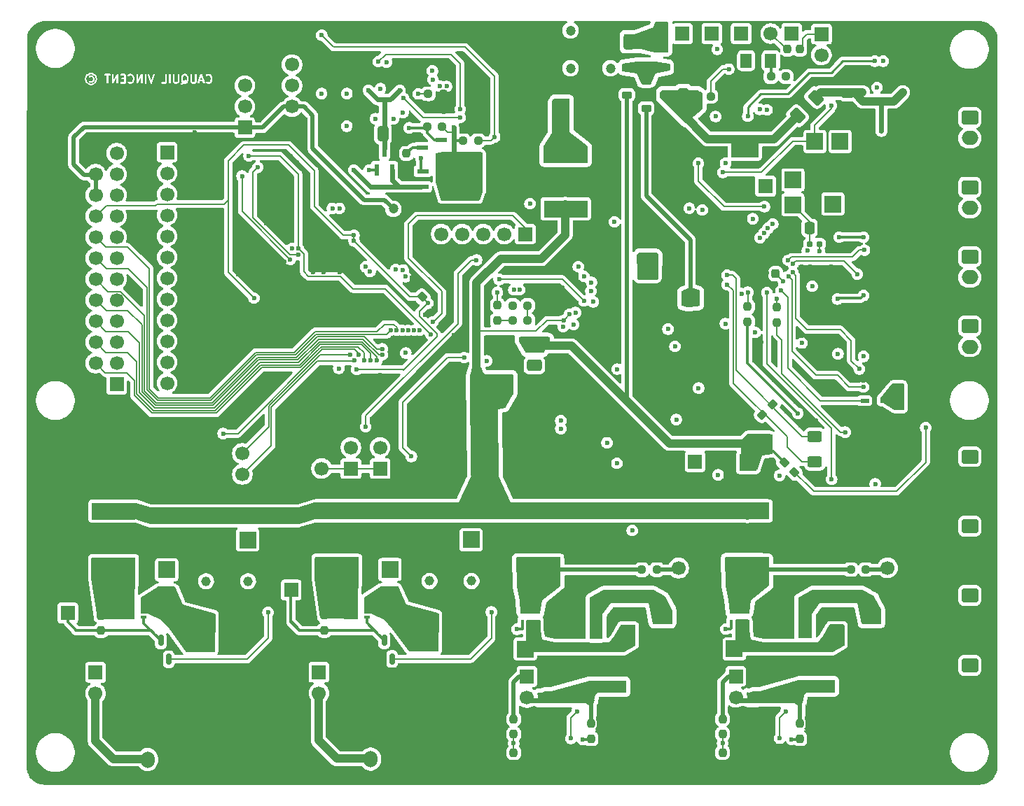
<source format=gbr>
%TF.GenerationSoftware,KiCad,Pcbnew,9.0.6*%
%TF.CreationDate,2026-02-01T22:29:02+01:00*%
%TF.ProjectId,BMS,424d532e-6b69-4636-9164-5f7063625858,rev?*%
%TF.SameCoordinates,Original*%
%TF.FileFunction,Copper,L4,Bot*%
%TF.FilePolarity,Positive*%
%FSLAX46Y46*%
G04 Gerber Fmt 4.6, Leading zero omitted, Abs format (unit mm)*
G04 Created by KiCad (PCBNEW 9.0.6) date 2026-02-01 22:29:02*
%MOMM*%
%LPD*%
G01*
G04 APERTURE LIST*
G04 Aperture macros list*
%AMRoundRect*
0 Rectangle with rounded corners*
0 $1 Rounding radius*
0 $2 $3 $4 $5 $6 $7 $8 $9 X,Y pos of 4 corners*
0 Add a 4 corners polygon primitive as box body*
4,1,4,$2,$3,$4,$5,$6,$7,$8,$9,$2,$3,0*
0 Add four circle primitives for the rounded corners*
1,1,$1+$1,$2,$3*
1,1,$1+$1,$4,$5*
1,1,$1+$1,$6,$7*
1,1,$1+$1,$8,$9*
0 Add four rect primitives between the rounded corners*
20,1,$1+$1,$2,$3,$4,$5,0*
20,1,$1+$1,$4,$5,$6,$7,0*
20,1,$1+$1,$6,$7,$8,$9,0*
20,1,$1+$1,$8,$9,$2,$3,0*%
G04 Aperture macros list end*
%ADD10C,0.200000*%
%TA.AperFunction,Conductor*%
%ADD11C,0.200000*%
%TD*%
%TA.AperFunction,SMDPad,CuDef*%
%ADD12RoundRect,0.250000X-0.475000X0.337500X-0.475000X-0.337500X0.475000X-0.337500X0.475000X0.337500X0*%
%TD*%
%TA.AperFunction,SMDPad,CuDef*%
%ADD13RoundRect,0.237500X-0.237500X0.250000X-0.237500X-0.250000X0.237500X-0.250000X0.237500X0.250000X0*%
%TD*%
%TA.AperFunction,SMDPad,CuDef*%
%ADD14RoundRect,0.237500X-0.250000X-0.237500X0.250000X-0.237500X0.250000X0.237500X-0.250000X0.237500X0*%
%TD*%
%TA.AperFunction,SMDPad,CuDef*%
%ADD15RoundRect,0.150000X0.150000X-0.512500X0.150000X0.512500X-0.150000X0.512500X-0.150000X-0.512500X0*%
%TD*%
%TA.AperFunction,SMDPad,CuDef*%
%ADD16RoundRect,0.237500X0.237500X-0.300000X0.237500X0.300000X-0.237500X0.300000X-0.237500X-0.300000X0*%
%TD*%
%TA.AperFunction,SMDPad,CuDef*%
%ADD17RoundRect,0.250001X1.044999X-0.872499X1.044999X0.872499X-1.044999X0.872499X-1.044999X-0.872499X0*%
%TD*%
%TA.AperFunction,SMDPad,CuDef*%
%ADD18R,0.550000X0.800000*%
%TD*%
%TA.AperFunction,SMDPad,CuDef*%
%ADD19R,5.300000X2.000000*%
%TD*%
%TA.AperFunction,SMDPad,CuDef*%
%ADD20RoundRect,0.237500X0.380070X-0.044194X-0.044194X0.380070X-0.380070X0.044194X0.044194X-0.380070X0*%
%TD*%
%TA.AperFunction,SMDPad,CuDef*%
%ADD21RoundRect,0.250000X-0.412500X-0.650000X0.412500X-0.650000X0.412500X0.650000X-0.412500X0.650000X0*%
%TD*%
%TA.AperFunction,SMDPad,CuDef*%
%ADD22R,0.420000X0.700000*%
%TD*%
%TA.AperFunction,SMDPad,CuDef*%
%ADD23R,0.420000X0.540000*%
%TD*%
%TA.AperFunction,SMDPad,CuDef*%
%ADD24R,2.370000X1.710000*%
%TD*%
%TA.AperFunction,SMDPad,CuDef*%
%ADD25RoundRect,0.250000X-0.625000X0.400000X-0.625000X-0.400000X0.625000X-0.400000X0.625000X0.400000X0*%
%TD*%
%TA.AperFunction,SMDPad,CuDef*%
%ADD26R,1.400000X0.600000*%
%TD*%
%TA.AperFunction,SMDPad,CuDef*%
%ADD27RoundRect,0.250000X0.625000X-0.400000X0.625000X0.400000X-0.625000X0.400000X-0.625000X-0.400000X0*%
%TD*%
%TA.AperFunction,SMDPad,CuDef*%
%ADD28R,0.700000X0.420000*%
%TD*%
%TA.AperFunction,SMDPad,CuDef*%
%ADD29R,0.540000X0.420000*%
%TD*%
%TA.AperFunction,SMDPad,CuDef*%
%ADD30R,1.710000X2.370000*%
%TD*%
%TA.AperFunction,SMDPad,CuDef*%
%ADD31RoundRect,0.225000X-0.375000X0.225000X-0.375000X-0.225000X0.375000X-0.225000X0.375000X0.225000X0*%
%TD*%
%TA.AperFunction,SMDPad,CuDef*%
%ADD32R,0.600000X1.400000*%
%TD*%
%TA.AperFunction,SMDPad,CuDef*%
%ADD33RoundRect,0.250000X0.412500X0.650000X-0.412500X0.650000X-0.412500X-0.650000X0.412500X-0.650000X0*%
%TD*%
%TA.AperFunction,SMDPad,CuDef*%
%ADD34RoundRect,0.237500X0.237500X-0.250000X0.237500X0.250000X-0.237500X0.250000X-0.237500X-0.250000X0*%
%TD*%
%TA.AperFunction,SMDPad,CuDef*%
%ADD35RoundRect,0.250001X-0.462499X-0.624999X0.462499X-0.624999X0.462499X0.624999X-0.462499X0.624999X0*%
%TD*%
%TA.AperFunction,SMDPad,CuDef*%
%ADD36RoundRect,0.237500X-0.237500X0.300000X-0.237500X-0.300000X0.237500X-0.300000X0.237500X0.300000X0*%
%TD*%
%TA.AperFunction,SMDPad,CuDef*%
%ADD37RoundRect,0.250000X0.337500X0.475000X-0.337500X0.475000X-0.337500X-0.475000X0.337500X-0.475000X0*%
%TD*%
%TA.AperFunction,SMDPad,CuDef*%
%ADD38RoundRect,0.237500X0.044194X0.380070X-0.380070X-0.044194X-0.044194X-0.380070X0.380070X0.044194X0*%
%TD*%
%TA.AperFunction,SMDPad,CuDef*%
%ADD39RoundRect,0.250000X-0.097227X0.574524X-0.574524X0.097227X0.097227X-0.574524X0.574524X-0.097227X0*%
%TD*%
%TA.AperFunction,SMDPad,CuDef*%
%ADD40RoundRect,0.237500X-0.300000X-0.237500X0.300000X-0.237500X0.300000X0.237500X-0.300000X0.237500X0*%
%TD*%
%TA.AperFunction,SMDPad,CuDef*%
%ADD41RoundRect,0.250000X-0.159099X0.724784X-0.724784X0.159099X0.159099X-0.724784X0.724784X-0.159099X0*%
%TD*%
%TA.AperFunction,SMDPad,CuDef*%
%ADD42RoundRect,0.160000X-0.197500X-0.160000X0.197500X-0.160000X0.197500X0.160000X-0.197500X0.160000X0*%
%TD*%
%TA.AperFunction,SMDPad,CuDef*%
%ADD43RoundRect,0.250000X0.650000X-0.412500X0.650000X0.412500X-0.650000X0.412500X-0.650000X-0.412500X0*%
%TD*%
%TA.AperFunction,SMDPad,CuDef*%
%ADD44RoundRect,0.237500X0.250000X0.237500X-0.250000X0.237500X-0.250000X-0.237500X0.250000X-0.237500X0*%
%TD*%
%TA.AperFunction,SMDPad,CuDef*%
%ADD45R,1.000000X0.500000*%
%TD*%
%TA.AperFunction,ComponentPad*%
%ADD46RoundRect,0.250000X-0.750000X0.600000X-0.750000X-0.600000X0.750000X-0.600000X0.750000X0.600000X0*%
%TD*%
%TA.AperFunction,ComponentPad*%
%ADD47O,2.000000X1.700000*%
%TD*%
%TA.AperFunction,ComponentPad*%
%ADD48O,1.036000X2.100000*%
%TD*%
%TA.AperFunction,ComponentPad*%
%ADD49O,1.100000X2.600000*%
%TD*%
%TA.AperFunction,ComponentPad*%
%ADD50C,1.150000*%
%TD*%
%TA.AperFunction,ComponentPad*%
%ADD51R,2.000000X2.000000*%
%TD*%
%TA.AperFunction,ComponentPad*%
%ADD52R,1.700000X1.700000*%
%TD*%
%TA.AperFunction,ComponentPad*%
%ADD53C,1.700000*%
%TD*%
%TA.AperFunction,ComponentPad*%
%ADD54RoundRect,0.250000X0.600000X0.750000X-0.600000X0.750000X-0.600000X-0.750000X0.600000X-0.750000X0*%
%TD*%
%TA.AperFunction,ComponentPad*%
%ADD55O,1.700000X2.000000*%
%TD*%
%TA.AperFunction,ViaPad*%
%ADD56C,0.600000*%
%TD*%
%TA.AperFunction,ViaPad*%
%ADD57C,1.200000*%
%TD*%
%TA.AperFunction,ViaPad*%
%ADD58C,0.900000*%
%TD*%
%TA.AperFunction,Conductor*%
%ADD59C,0.300000*%
%TD*%
%TA.AperFunction,Conductor*%
%ADD60C,1.000000*%
%TD*%
%TA.AperFunction,Conductor*%
%ADD61C,0.500000*%
%TD*%
%TA.AperFunction,Conductor*%
%ADD62C,0.250000*%
%TD*%
%TA.AperFunction,Conductor*%
%ADD63C,0.600000*%
%TD*%
G04 APERTURE END LIST*
D10*
G36*
X26108015Y-70366641D02*
G01*
X26309820Y-70487724D01*
X26430902Y-70689528D01*
X26471202Y-70891028D01*
X26430902Y-71092528D01*
X26309820Y-71294331D01*
X26108015Y-71415414D01*
X25906516Y-71455714D01*
X25705016Y-71415414D01*
X25503212Y-71294331D01*
X25382130Y-71092528D01*
X25341830Y-70891028D01*
X25382130Y-70689529D01*
X25440163Y-70592806D01*
X25616825Y-70592806D01*
X25619591Y-70631726D01*
X25637040Y-70666625D01*
X25666517Y-70692190D01*
X25703532Y-70704529D01*
X25742452Y-70701763D01*
X25760761Y-70694757D01*
X25834886Y-70657695D01*
X25978148Y-70657695D01*
X26037756Y-70687499D01*
X26110046Y-70759789D01*
X26139850Y-70819397D01*
X26139850Y-70962659D01*
X26110046Y-71022267D01*
X26037756Y-71094556D01*
X25978148Y-71124361D01*
X25834886Y-71124361D01*
X25760761Y-71087299D01*
X25742452Y-71080293D01*
X25703532Y-71077527D01*
X25666517Y-71089866D01*
X25637040Y-71115431D01*
X25619591Y-71150330D01*
X25616825Y-71189250D01*
X25629164Y-71226265D01*
X25654729Y-71255742D01*
X25671319Y-71266185D01*
X25766558Y-71313804D01*
X25784866Y-71320810D01*
X25788449Y-71321064D01*
X25791770Y-71322440D01*
X25811279Y-71324361D01*
X26001755Y-71324361D01*
X26021264Y-71322440D01*
X26024584Y-71321064D01*
X26028168Y-71320810D01*
X26046476Y-71313804D01*
X26141714Y-71266185D01*
X26150110Y-71260899D01*
X26152550Y-71259889D01*
X26155296Y-71257635D01*
X26158304Y-71255742D01*
X26160033Y-71253747D01*
X26167704Y-71247453D01*
X26262942Y-71152215D01*
X26269233Y-71144548D01*
X26271231Y-71142816D01*
X26273126Y-71139804D01*
X26275378Y-71137061D01*
X26276387Y-71134623D01*
X26281674Y-71126225D01*
X26329293Y-71030988D01*
X26336299Y-71012679D01*
X26336553Y-71009095D01*
X26337929Y-71005775D01*
X26339850Y-70986266D01*
X26339850Y-70795790D01*
X26337929Y-70776281D01*
X26336553Y-70772960D01*
X26336299Y-70769377D01*
X26329293Y-70751068D01*
X26281674Y-70655831D01*
X26276387Y-70647432D01*
X26275378Y-70644995D01*
X26273126Y-70642251D01*
X26271231Y-70639240D01*
X26269233Y-70637507D01*
X26262942Y-70629841D01*
X26167704Y-70534603D01*
X26160033Y-70528308D01*
X26158304Y-70526314D01*
X26155296Y-70524420D01*
X26152550Y-70522167D01*
X26150110Y-70521156D01*
X26141714Y-70515871D01*
X26046476Y-70468252D01*
X26028168Y-70461246D01*
X26024584Y-70460991D01*
X26021264Y-70459616D01*
X26001755Y-70457695D01*
X25811279Y-70457695D01*
X25791770Y-70459616D01*
X25788449Y-70460991D01*
X25784866Y-70461246D01*
X25766558Y-70468252D01*
X25671319Y-70515871D01*
X25654729Y-70526314D01*
X25629164Y-70555791D01*
X25616825Y-70592806D01*
X25440163Y-70592806D01*
X25503212Y-70487724D01*
X25705017Y-70366641D01*
X25906516Y-70326341D01*
X26108015Y-70366641D01*
G37*
G36*
X37371091Y-71237413D02*
G01*
X37311481Y-71267219D01*
X37243175Y-71267219D01*
X37251466Y-71258927D01*
X37311076Y-71229123D01*
X37379382Y-71229123D01*
X37371091Y-71237413D01*
G37*
G36*
X37371089Y-70497023D02*
G01*
X37435268Y-70561202D01*
X37473183Y-70712861D01*
X37473183Y-71021575D01*
X37461319Y-71069031D01*
X37438264Y-71045976D01*
X37402216Y-71031044D01*
X37382707Y-71029123D01*
X37287469Y-71029123D01*
X37267960Y-71031044D01*
X37264639Y-71032419D01*
X37261056Y-71032674D01*
X37242747Y-71039680D01*
X37147510Y-71087299D01*
X37139113Y-71092584D01*
X37136673Y-71093595D01*
X37133927Y-71095848D01*
X37130919Y-71097742D01*
X37129186Y-71099739D01*
X37121520Y-71106032D01*
X37049374Y-71178178D01*
X37044432Y-71173236D01*
X37006517Y-71021575D01*
X37006517Y-70712862D01*
X37044432Y-70561202D01*
X37108611Y-70497023D01*
X37168219Y-70467219D01*
X37311481Y-70467219D01*
X37371089Y-70497023D01*
G37*
G36*
X39339203Y-70981504D02*
G01*
X39140498Y-70981504D01*
X39239850Y-70683446D01*
X39339203Y-70981504D01*
G37*
G36*
X40689056Y-71768806D02*
G01*
X25028739Y-71768806D01*
X25028739Y-70890923D01*
X25139850Y-70890923D01*
X25139870Y-70891028D01*
X25139850Y-70891133D01*
X25141792Y-70910640D01*
X25189411Y-71148734D01*
X25192966Y-71160411D01*
X25193330Y-71162855D01*
X25194395Y-71165104D01*
X25195121Y-71167488D01*
X25196496Y-71169542D01*
X25201720Y-71180572D01*
X25344577Y-71418668D01*
X25356261Y-71434409D01*
X25360209Y-71437334D01*
X25363136Y-71441284D01*
X25378876Y-71452968D01*
X25616971Y-71595825D01*
X25628002Y-71601048D01*
X25630056Y-71602424D01*
X25632439Y-71603149D01*
X25634689Y-71604215D01*
X25637132Y-71604578D01*
X25648809Y-71608134D01*
X25886905Y-71655753D01*
X25906412Y-71657695D01*
X25906517Y-71657674D01*
X25906622Y-71657695D01*
X25926129Y-71655753D01*
X26164223Y-71608134D01*
X26175900Y-71604578D01*
X26178344Y-71604215D01*
X26180594Y-71603149D01*
X26182977Y-71602424D01*
X26185030Y-71601048D01*
X26196062Y-71595825D01*
X26434156Y-71452968D01*
X26449897Y-71441284D01*
X26452822Y-71437334D01*
X26456772Y-71434409D01*
X26468456Y-71418668D01*
X26611313Y-71180572D01*
X26616535Y-71169542D01*
X26617912Y-71167488D01*
X26618637Y-71165104D01*
X26619703Y-71162855D01*
X26620066Y-71160411D01*
X26623622Y-71148735D01*
X26671241Y-70910640D01*
X26673183Y-70891133D01*
X26673162Y-70891028D01*
X26673183Y-70890923D01*
X26671241Y-70871416D01*
X26623622Y-70633321D01*
X26620066Y-70621644D01*
X26619703Y-70619201D01*
X26618637Y-70616951D01*
X26617912Y-70614568D01*
X26616536Y-70612514D01*
X26611313Y-70601483D01*
X26468456Y-70363388D01*
X26456818Y-70347710D01*
X27522724Y-70347710D01*
X27522724Y-70386728D01*
X27537656Y-70422776D01*
X27565246Y-70450366D01*
X27601294Y-70465298D01*
X27620803Y-70467219D01*
X27806517Y-70467219D01*
X27806517Y-71367219D01*
X27808438Y-71386728D01*
X27823370Y-71422776D01*
X27850960Y-71450366D01*
X27887008Y-71465298D01*
X27926026Y-71465298D01*
X27962074Y-71450366D01*
X27989664Y-71422776D01*
X28004596Y-71386728D01*
X28006517Y-71367219D01*
X28006517Y-70467219D01*
X28192231Y-70467219D01*
X28211740Y-70465298D01*
X28247788Y-70450366D01*
X28275378Y-70422776D01*
X28290310Y-70386728D01*
X28290310Y-70367219D01*
X28425565Y-70367219D01*
X28425565Y-71367219D01*
X28426059Y-71372236D01*
X28425809Y-71374204D01*
X28426503Y-71376750D01*
X28427486Y-71386728D01*
X28432577Y-71399018D01*
X28436076Y-71411847D01*
X28439978Y-71416885D01*
X28442418Y-71422776D01*
X28451823Y-71432181D01*
X28459966Y-71442696D01*
X28465500Y-71445858D01*
X28470008Y-71450366D01*
X28482293Y-71455454D01*
X28493843Y-71462055D01*
X28500167Y-71462858D01*
X28506056Y-71465298D01*
X28519357Y-71465298D01*
X28532550Y-71466975D01*
X28538699Y-71465298D01*
X28545074Y-71465298D01*
X28557364Y-71460206D01*
X28570193Y-71456708D01*
X28575231Y-71452805D01*
X28581122Y-71450366D01*
X28590527Y-71440960D01*
X28601042Y-71432818D01*
X28606845Y-71424642D01*
X28608712Y-71422776D01*
X28609470Y-71420943D01*
X28612389Y-71416833D01*
X28996993Y-70743775D01*
X28996993Y-71367219D01*
X28998914Y-71386728D01*
X29013846Y-71422776D01*
X29041436Y-71450366D01*
X29077484Y-71465298D01*
X29116502Y-71465298D01*
X29152550Y-71450366D01*
X29180140Y-71422776D01*
X29195072Y-71386728D01*
X29196993Y-71367219D01*
X29196993Y-70367219D01*
X29196498Y-70362201D01*
X29196749Y-70360234D01*
X29196054Y-70357687D01*
X29195072Y-70347710D01*
X29427486Y-70347710D01*
X29427486Y-70386728D01*
X29442418Y-70422776D01*
X29470008Y-70450366D01*
X29506056Y-70465298D01*
X29525565Y-70467219D01*
X29901755Y-70467219D01*
X29901755Y-70743409D01*
X29668422Y-70743409D01*
X29648913Y-70745330D01*
X29612865Y-70760262D01*
X29585275Y-70787852D01*
X29570343Y-70823900D01*
X29570343Y-70862918D01*
X29585275Y-70898966D01*
X29612865Y-70926556D01*
X29648913Y-70941488D01*
X29668422Y-70943409D01*
X29901755Y-70943409D01*
X29901755Y-71267219D01*
X29525565Y-71267219D01*
X29506056Y-71269140D01*
X29470008Y-71284072D01*
X29442418Y-71311662D01*
X29427486Y-71347710D01*
X29427486Y-71386728D01*
X29442418Y-71422776D01*
X29470008Y-71450366D01*
X29506056Y-71465298D01*
X29525565Y-71467219D01*
X30001755Y-71467219D01*
X30021264Y-71465298D01*
X30057312Y-71450366D01*
X30084902Y-71422776D01*
X30099834Y-71386728D01*
X30101755Y-71367219D01*
X30101755Y-70442948D01*
X30332248Y-70442948D01*
X30332248Y-70481966D01*
X30347180Y-70518014D01*
X30374770Y-70545604D01*
X30410818Y-70560536D01*
X30449836Y-70560536D01*
X30485884Y-70545604D01*
X30501038Y-70533168D01*
X30531964Y-70502240D01*
X30637029Y-70467219D01*
X30699814Y-70467219D01*
X30804878Y-70502240D01*
X30871951Y-70569313D01*
X30907403Y-70640218D01*
X30949374Y-70808099D01*
X30949374Y-70926337D01*
X30907403Y-71094218D01*
X30871950Y-71165124D01*
X30804879Y-71232197D01*
X30699814Y-71267219D01*
X30637029Y-71267219D01*
X30531964Y-71232197D01*
X30501038Y-71201270D01*
X30485885Y-71188833D01*
X30449837Y-71173902D01*
X30410819Y-71173901D01*
X30374770Y-71188832D01*
X30347180Y-71216422D01*
X30332249Y-71252470D01*
X30332248Y-71291488D01*
X30347179Y-71327537D01*
X30359616Y-71342690D01*
X30407234Y-71390310D01*
X30422388Y-71402747D01*
X30425707Y-71404122D01*
X30428423Y-71406477D01*
X30446323Y-71414468D01*
X30589180Y-71462087D01*
X30598852Y-71464286D01*
X30601294Y-71465298D01*
X30604831Y-71465646D01*
X30608295Y-71466434D01*
X30610929Y-71466246D01*
X30620803Y-71467219D01*
X30716041Y-71467219D01*
X30725914Y-71466246D01*
X30728548Y-71466434D01*
X30732011Y-71465646D01*
X30735550Y-71465298D01*
X30737992Y-71464286D01*
X30747664Y-71462087D01*
X30890520Y-71414468D01*
X30908421Y-71406477D01*
X30911136Y-71404122D01*
X30914456Y-71402747D01*
X30929609Y-71390310D01*
X31024847Y-71295071D01*
X31031139Y-71287404D01*
X31033136Y-71285673D01*
X31035029Y-71282665D01*
X31037284Y-71279918D01*
X31038295Y-71277476D01*
X31043579Y-71269082D01*
X31091198Y-71173845D01*
X31091744Y-71172416D01*
X31092174Y-71171837D01*
X31095095Y-71163660D01*
X31098204Y-71155536D01*
X31098255Y-71154815D01*
X31098769Y-71153377D01*
X31146388Y-70962901D01*
X31146888Y-70959519D01*
X31147453Y-70958156D01*
X31148176Y-70950805D01*
X31149256Y-70943508D01*
X31149038Y-70942049D01*
X31149374Y-70938647D01*
X31149374Y-70795790D01*
X31149038Y-70792387D01*
X31149256Y-70790929D01*
X31148176Y-70783631D01*
X31147453Y-70776281D01*
X31146888Y-70774917D01*
X31146388Y-70771536D01*
X31098769Y-70581060D01*
X31098255Y-70579621D01*
X31098204Y-70578901D01*
X31095095Y-70570776D01*
X31092174Y-70562600D01*
X31091744Y-70562020D01*
X31091198Y-70560592D01*
X31043579Y-70465355D01*
X31038292Y-70456956D01*
X31037283Y-70454519D01*
X31035031Y-70451775D01*
X31033136Y-70448764D01*
X31031138Y-70447031D01*
X31024847Y-70439365D01*
X30952701Y-70367219D01*
X31377946Y-70367219D01*
X31377946Y-71367219D01*
X31378440Y-71372236D01*
X31378190Y-71374204D01*
X31378884Y-71376750D01*
X31379867Y-71386728D01*
X31384958Y-71399018D01*
X31388457Y-71411847D01*
X31392359Y-71416885D01*
X31394799Y-71422776D01*
X31404204Y-71432181D01*
X31412347Y-71442696D01*
X31417881Y-71445858D01*
X31422389Y-71450366D01*
X31434674Y-71455454D01*
X31446224Y-71462055D01*
X31452548Y-71462858D01*
X31458437Y-71465298D01*
X31471738Y-71465298D01*
X31484931Y-71466975D01*
X31491080Y-71465298D01*
X31497455Y-71465298D01*
X31509745Y-71460206D01*
X31522574Y-71456708D01*
X31527612Y-71452805D01*
X31533503Y-71450366D01*
X31542908Y-71440960D01*
X31553423Y-71432818D01*
X31559226Y-71424642D01*
X31561093Y-71422776D01*
X31561851Y-71420943D01*
X31564770Y-71416833D01*
X31949374Y-70743775D01*
X31949374Y-71367219D01*
X31951295Y-71386728D01*
X31966227Y-71422776D01*
X31993817Y-71450366D01*
X32029865Y-71465298D01*
X32068883Y-71465298D01*
X32104931Y-71450366D01*
X32132521Y-71422776D01*
X32147453Y-71386728D01*
X32149374Y-71367219D01*
X32149374Y-70367219D01*
X32425564Y-70367219D01*
X32425564Y-71367219D01*
X32427485Y-71386728D01*
X32442417Y-71422776D01*
X32470007Y-71450366D01*
X32506055Y-71465298D01*
X32545073Y-71465298D01*
X32581121Y-71450366D01*
X32608711Y-71422776D01*
X32623643Y-71386728D01*
X32625564Y-71367219D01*
X32625564Y-70379726D01*
X32759683Y-70379726D01*
X32764030Y-70398842D01*
X33097363Y-71398841D01*
X33105354Y-71416742D01*
X33110037Y-71422141D01*
X33113232Y-71428531D01*
X33122703Y-71436746D01*
X33130919Y-71446218D01*
X33137307Y-71449412D01*
X33142708Y-71454096D01*
X33154609Y-71458063D01*
X33165818Y-71463667D01*
X33172942Y-71464173D01*
X33179724Y-71466434D01*
X33192233Y-71465544D01*
X33204738Y-71466434D01*
X33211516Y-71464174D01*
X33218644Y-71463668D01*
X33229860Y-71458059D01*
X33241754Y-71454095D01*
X33247151Y-71449414D01*
X33253543Y-71446218D01*
X33261761Y-71436742D01*
X33271230Y-71428530D01*
X33274423Y-71422143D01*
X33279108Y-71416742D01*
X33287099Y-71398842D01*
X33304143Y-71347710D01*
X34379867Y-71347710D01*
X34379867Y-71386728D01*
X34394799Y-71422776D01*
X34422389Y-71450366D01*
X34458437Y-71465298D01*
X34477946Y-71467219D01*
X34954136Y-71467219D01*
X34973645Y-71465298D01*
X35009693Y-71450366D01*
X35037283Y-71422776D01*
X35052215Y-71386728D01*
X35054136Y-71367219D01*
X35054136Y-70367219D01*
X35330326Y-70367219D01*
X35330326Y-71367219D01*
X35332247Y-71386728D01*
X35347179Y-71422776D01*
X35374769Y-71450366D01*
X35410817Y-71465298D01*
X35449835Y-71465298D01*
X35485883Y-71450366D01*
X35513473Y-71422776D01*
X35528405Y-71386728D01*
X35530326Y-71367219D01*
X35530326Y-70367219D01*
X35806517Y-70367219D01*
X35806517Y-71176742D01*
X35808438Y-71196251D01*
X35809813Y-71199571D01*
X35810068Y-71203155D01*
X35817074Y-71221463D01*
X35864693Y-71316701D01*
X35869976Y-71325093D01*
X35870988Y-71327537D01*
X35873244Y-71330286D01*
X35875136Y-71333291D01*
X35877130Y-71335020D01*
X35883425Y-71342690D01*
X35931043Y-71390310D01*
X35938711Y-71396603D01*
X35940443Y-71398600D01*
X35943451Y-71400493D01*
X35946197Y-71402747D01*
X35948637Y-71403757D01*
X35957034Y-71409043D01*
X36052271Y-71456662D01*
X36070580Y-71463668D01*
X36074163Y-71463922D01*
X36077484Y-71465298D01*
X36096993Y-71467219D01*
X36287469Y-71467219D01*
X36306978Y-71465298D01*
X36310298Y-71463922D01*
X36313882Y-71463668D01*
X36332190Y-71456662D01*
X36345614Y-71449950D01*
X36759683Y-71449950D01*
X36762449Y-71488870D01*
X36779898Y-71523769D01*
X36809375Y-71549333D01*
X36846391Y-71561672D01*
X36885311Y-71558906D01*
X36903619Y-71551900D01*
X36998857Y-71504281D01*
X37007253Y-71498995D01*
X37009693Y-71497985D01*
X37012439Y-71495731D01*
X37015447Y-71493838D01*
X37017176Y-71491843D01*
X37024847Y-71485549D01*
X37069119Y-71441276D01*
X37099890Y-71456662D01*
X37118199Y-71463668D01*
X37121782Y-71463922D01*
X37125103Y-71465298D01*
X37144612Y-71467219D01*
X37335088Y-71467219D01*
X37354597Y-71465298D01*
X37357917Y-71463922D01*
X37361501Y-71463668D01*
X37379809Y-71456662D01*
X37475047Y-71409043D01*
X37483442Y-71403758D01*
X37485884Y-71402747D01*
X37488631Y-71400491D01*
X37491637Y-71398600D01*
X37493367Y-71396605D01*
X37501037Y-71390310D01*
X37596275Y-71295071D01*
X37608712Y-71279918D01*
X37611557Y-71273047D01*
X37615983Y-71267075D01*
X37622578Y-71248615D01*
X37670197Y-71058139D01*
X37670697Y-71054757D01*
X37671262Y-71053394D01*
X37671985Y-71046043D01*
X37673065Y-71038746D01*
X37672847Y-71037287D01*
X37673183Y-71033885D01*
X37673183Y-70700552D01*
X37672847Y-70697149D01*
X37673065Y-70695691D01*
X37671985Y-70688393D01*
X37671262Y-70681043D01*
X37670697Y-70679679D01*
X37670197Y-70676298D01*
X37622578Y-70485822D01*
X37615983Y-70467362D01*
X37611556Y-70461387D01*
X37608711Y-70454519D01*
X37596275Y-70439365D01*
X37524129Y-70367219D01*
X37901755Y-70367219D01*
X37901755Y-71176742D01*
X37903676Y-71196251D01*
X37905051Y-71199571D01*
X37905306Y-71203155D01*
X37912312Y-71221463D01*
X37959931Y-71316701D01*
X37965214Y-71325093D01*
X37966226Y-71327537D01*
X37968482Y-71330286D01*
X37970374Y-71333291D01*
X37972368Y-71335020D01*
X37978663Y-71342690D01*
X38026281Y-71390310D01*
X38033949Y-71396603D01*
X38035681Y-71398600D01*
X38038689Y-71400493D01*
X38041435Y-71402747D01*
X38043875Y-71403757D01*
X38052272Y-71409043D01*
X38147509Y-71456662D01*
X38165818Y-71463668D01*
X38169401Y-71463922D01*
X38172722Y-71465298D01*
X38192231Y-71467219D01*
X38382707Y-71467219D01*
X38402216Y-71465298D01*
X38405536Y-71463922D01*
X38409120Y-71463668D01*
X38427428Y-71456662D01*
X38522666Y-71409043D01*
X38531061Y-71403758D01*
X38533503Y-71402747D01*
X38536250Y-71400491D01*
X38539256Y-71398600D01*
X38540986Y-71396605D01*
X38548656Y-71390310D01*
X38584253Y-71354712D01*
X38807302Y-71354712D01*
X38810068Y-71393632D01*
X38827518Y-71428531D01*
X38856994Y-71454096D01*
X38894010Y-71466434D01*
X38932930Y-71463668D01*
X38967829Y-71446218D01*
X38993394Y-71416742D01*
X39001385Y-71398842D01*
X39073831Y-71181504D01*
X39405869Y-71181504D01*
X39478315Y-71398841D01*
X39486306Y-71416742D01*
X39511871Y-71446218D01*
X39546770Y-71463667D01*
X39585690Y-71466434D01*
X39622706Y-71454095D01*
X39652182Y-71428530D01*
X39669632Y-71393631D01*
X39672398Y-71354711D01*
X39668051Y-71335596D01*
X39370502Y-70442948D01*
X39760819Y-70442948D01*
X39760819Y-70481966D01*
X39775751Y-70518014D01*
X39803341Y-70545604D01*
X39839389Y-70560536D01*
X39878407Y-70560536D01*
X39914455Y-70545604D01*
X39929609Y-70533168D01*
X39960535Y-70502240D01*
X40065600Y-70467219D01*
X40128385Y-70467219D01*
X40233449Y-70502240D01*
X40300522Y-70569313D01*
X40335974Y-70640218D01*
X40377945Y-70808099D01*
X40377945Y-70926337D01*
X40335974Y-71094218D01*
X40300521Y-71165124D01*
X40233450Y-71232197D01*
X40128385Y-71267219D01*
X40065600Y-71267219D01*
X39960535Y-71232197D01*
X39929609Y-71201270D01*
X39914456Y-71188833D01*
X39878408Y-71173902D01*
X39839390Y-71173901D01*
X39803341Y-71188832D01*
X39775751Y-71216422D01*
X39760820Y-71252470D01*
X39760819Y-71291488D01*
X39775750Y-71327537D01*
X39788187Y-71342690D01*
X39835805Y-71390310D01*
X39850959Y-71402747D01*
X39854278Y-71404122D01*
X39856994Y-71406477D01*
X39874894Y-71414468D01*
X40017751Y-71462087D01*
X40027423Y-71464286D01*
X40029865Y-71465298D01*
X40033402Y-71465646D01*
X40036866Y-71466434D01*
X40039500Y-71466246D01*
X40049374Y-71467219D01*
X40144612Y-71467219D01*
X40154485Y-71466246D01*
X40157119Y-71466434D01*
X40160582Y-71465646D01*
X40164121Y-71465298D01*
X40166563Y-71464286D01*
X40176235Y-71462087D01*
X40319091Y-71414468D01*
X40336992Y-71406477D01*
X40339707Y-71404122D01*
X40343027Y-71402747D01*
X40358180Y-71390310D01*
X40453418Y-71295071D01*
X40459710Y-71287404D01*
X40461707Y-71285673D01*
X40463600Y-71282665D01*
X40465855Y-71279918D01*
X40466866Y-71277476D01*
X40472150Y-71269082D01*
X40519769Y-71173845D01*
X40520315Y-71172416D01*
X40520745Y-71171837D01*
X40523666Y-71163660D01*
X40526775Y-71155536D01*
X40526826Y-71154815D01*
X40527340Y-71153377D01*
X40574959Y-70962901D01*
X40575459Y-70959519D01*
X40576024Y-70958156D01*
X40576747Y-70950805D01*
X40577827Y-70943508D01*
X40577609Y-70942049D01*
X40577945Y-70938647D01*
X40577945Y-70795790D01*
X40577609Y-70792387D01*
X40577827Y-70790929D01*
X40576747Y-70783631D01*
X40576024Y-70776281D01*
X40575459Y-70774917D01*
X40574959Y-70771536D01*
X40527340Y-70581060D01*
X40526826Y-70579621D01*
X40526775Y-70578901D01*
X40523666Y-70570776D01*
X40520745Y-70562600D01*
X40520315Y-70562020D01*
X40519769Y-70560592D01*
X40472150Y-70465355D01*
X40466863Y-70456956D01*
X40465854Y-70454519D01*
X40463602Y-70451775D01*
X40461707Y-70448764D01*
X40459709Y-70447031D01*
X40453418Y-70439365D01*
X40358180Y-70344127D01*
X40343026Y-70331691D01*
X40339707Y-70330316D01*
X40336992Y-70327961D01*
X40319091Y-70319970D01*
X40176235Y-70272351D01*
X40166563Y-70270151D01*
X40164121Y-70269140D01*
X40160582Y-70268791D01*
X40157119Y-70268004D01*
X40154485Y-70268191D01*
X40144612Y-70267219D01*
X40049374Y-70267219D01*
X40039500Y-70268191D01*
X40036866Y-70268004D01*
X40033402Y-70268791D01*
X40029865Y-70269140D01*
X40027423Y-70270151D01*
X40017751Y-70272351D01*
X39874894Y-70319970D01*
X39856994Y-70327961D01*
X39854278Y-70330316D01*
X39850959Y-70331691D01*
X39835806Y-70344128D01*
X39788187Y-70391746D01*
X39775751Y-70406900D01*
X39760819Y-70442948D01*
X39370502Y-70442948D01*
X39334718Y-70335596D01*
X39326727Y-70317696D01*
X39322042Y-70312294D01*
X39318849Y-70305908D01*
X39309380Y-70297695D01*
X39301162Y-70288220D01*
X39294770Y-70285023D01*
X39289373Y-70280343D01*
X39277479Y-70276378D01*
X39266263Y-70270770D01*
X39259135Y-70270263D01*
X39252357Y-70268004D01*
X39239852Y-70268893D01*
X39227343Y-70268004D01*
X39220561Y-70270264D01*
X39213437Y-70270771D01*
X39202228Y-70276374D01*
X39190327Y-70280342D01*
X39184926Y-70285025D01*
X39178538Y-70288220D01*
X39170322Y-70297691D01*
X39160851Y-70305907D01*
X39157656Y-70312296D01*
X39152973Y-70317696D01*
X39144982Y-70335597D01*
X38811649Y-71335596D01*
X38807302Y-71354712D01*
X38584253Y-71354712D01*
X38596275Y-71342690D01*
X38602567Y-71335023D01*
X38604564Y-71333292D01*
X38606457Y-71330284D01*
X38608712Y-71327537D01*
X38609723Y-71325095D01*
X38615007Y-71316701D01*
X38662626Y-71221464D01*
X38669632Y-71203155D01*
X38669886Y-71199571D01*
X38671262Y-71196251D01*
X38673183Y-71176742D01*
X38673183Y-70367219D01*
X38671262Y-70347710D01*
X38656330Y-70311662D01*
X38628740Y-70284072D01*
X38592692Y-70269140D01*
X38553674Y-70269140D01*
X38517626Y-70284072D01*
X38490036Y-70311662D01*
X38475104Y-70347710D01*
X38473183Y-70367219D01*
X38473183Y-71153135D01*
X38443378Y-71212743D01*
X38418709Y-71237413D01*
X38359100Y-71267219D01*
X38215838Y-71267219D01*
X38156228Y-71237414D01*
X38131561Y-71212746D01*
X38101755Y-71153134D01*
X38101755Y-70367219D01*
X38099834Y-70347710D01*
X38084902Y-70311662D01*
X38057312Y-70284072D01*
X38021264Y-70269140D01*
X37982246Y-70269140D01*
X37946198Y-70284072D01*
X37918608Y-70311662D01*
X37903676Y-70347710D01*
X37901755Y-70367219D01*
X37524129Y-70367219D01*
X37501037Y-70344127D01*
X37493366Y-70337832D01*
X37491637Y-70335838D01*
X37488629Y-70333944D01*
X37485883Y-70331691D01*
X37483443Y-70330680D01*
X37475047Y-70325395D01*
X37379809Y-70277776D01*
X37361501Y-70270770D01*
X37357917Y-70270515D01*
X37354597Y-70269140D01*
X37335088Y-70267219D01*
X37144612Y-70267219D01*
X37125103Y-70269140D01*
X37121782Y-70270515D01*
X37118199Y-70270770D01*
X37099890Y-70277776D01*
X37004653Y-70325395D01*
X36996254Y-70330681D01*
X36993817Y-70331691D01*
X36991073Y-70333942D01*
X36988062Y-70335838D01*
X36986329Y-70337835D01*
X36978663Y-70344127D01*
X36883425Y-70439365D01*
X36870989Y-70454519D01*
X36868143Y-70461387D01*
X36863717Y-70467362D01*
X36857122Y-70485823D01*
X36809503Y-70676298D01*
X36809002Y-70679679D01*
X36808438Y-70681043D01*
X36807714Y-70688393D01*
X36806635Y-70695691D01*
X36806852Y-70697149D01*
X36806517Y-70700552D01*
X36806517Y-71033885D01*
X36806852Y-71037287D01*
X36806635Y-71038746D01*
X36807714Y-71046043D01*
X36808438Y-71053394D01*
X36809002Y-71054757D01*
X36809503Y-71058139D01*
X36857122Y-71248614D01*
X36863717Y-71267075D01*
X36868142Y-71273047D01*
X36870988Y-71279918D01*
X36883425Y-71295071D01*
X36907952Y-71319599D01*
X36894899Y-71332652D01*
X36814177Y-71373014D01*
X36797586Y-71383457D01*
X36772022Y-71412934D01*
X36759683Y-71449950D01*
X36345614Y-71449950D01*
X36427428Y-71409043D01*
X36435823Y-71403758D01*
X36438265Y-71402747D01*
X36441012Y-71400491D01*
X36444018Y-71398600D01*
X36445748Y-71396605D01*
X36453418Y-71390310D01*
X36501037Y-71342690D01*
X36507329Y-71335023D01*
X36509326Y-71333292D01*
X36511219Y-71330284D01*
X36513474Y-71327537D01*
X36514485Y-71325095D01*
X36519769Y-71316701D01*
X36567388Y-71221464D01*
X36574394Y-71203155D01*
X36574648Y-71199571D01*
X36576024Y-71196251D01*
X36577945Y-71176742D01*
X36577945Y-70367219D01*
X36576024Y-70347710D01*
X36561092Y-70311662D01*
X36533502Y-70284072D01*
X36497454Y-70269140D01*
X36458436Y-70269140D01*
X36422388Y-70284072D01*
X36394798Y-70311662D01*
X36379866Y-70347710D01*
X36377945Y-70367219D01*
X36377945Y-71153135D01*
X36348140Y-71212743D01*
X36323471Y-71237413D01*
X36263862Y-71267219D01*
X36120600Y-71267219D01*
X36060990Y-71237414D01*
X36036323Y-71212746D01*
X36006517Y-71153134D01*
X36006517Y-70367219D01*
X36004596Y-70347710D01*
X35989664Y-70311662D01*
X35962074Y-70284072D01*
X35926026Y-70269140D01*
X35887008Y-70269140D01*
X35850960Y-70284072D01*
X35823370Y-70311662D01*
X35808438Y-70347710D01*
X35806517Y-70367219D01*
X35530326Y-70367219D01*
X35528405Y-70347710D01*
X35513473Y-70311662D01*
X35485883Y-70284072D01*
X35449835Y-70269140D01*
X35410817Y-70269140D01*
X35374769Y-70284072D01*
X35347179Y-70311662D01*
X35332247Y-70347710D01*
X35330326Y-70367219D01*
X35054136Y-70367219D01*
X35052215Y-70347710D01*
X35037283Y-70311662D01*
X35009693Y-70284072D01*
X34973645Y-70269140D01*
X34934627Y-70269140D01*
X34898579Y-70284072D01*
X34870989Y-70311662D01*
X34856057Y-70347710D01*
X34854136Y-70367219D01*
X34854136Y-71267219D01*
X34477946Y-71267219D01*
X34458437Y-71269140D01*
X34422389Y-71284072D01*
X34394799Y-71311662D01*
X34379867Y-71347710D01*
X33304143Y-71347710D01*
X33620432Y-70398842D01*
X33624779Y-70379727D01*
X33622013Y-70340807D01*
X33604563Y-70305908D01*
X33575087Y-70280343D01*
X33538071Y-70268004D01*
X33499151Y-70270771D01*
X33464252Y-70288220D01*
X33438687Y-70317696D01*
X33430696Y-70335597D01*
X33192231Y-71050991D01*
X32953766Y-70335596D01*
X32945775Y-70317696D01*
X32920210Y-70288220D01*
X32885311Y-70270770D01*
X32846391Y-70268004D01*
X32809375Y-70280342D01*
X32779899Y-70305907D01*
X32762449Y-70340806D01*
X32759683Y-70379726D01*
X32625564Y-70379726D01*
X32625564Y-70367219D01*
X32623643Y-70347710D01*
X32608711Y-70311662D01*
X32581121Y-70284072D01*
X32545073Y-70269140D01*
X32506055Y-70269140D01*
X32470007Y-70284072D01*
X32442417Y-70311662D01*
X32427485Y-70347710D01*
X32425564Y-70367219D01*
X32149374Y-70367219D01*
X32148879Y-70362201D01*
X32149130Y-70360234D01*
X32148435Y-70357687D01*
X32147453Y-70347710D01*
X32142363Y-70335423D01*
X32138864Y-70322591D01*
X32134959Y-70317549D01*
X32132521Y-70311662D01*
X32123117Y-70302258D01*
X32114973Y-70291742D01*
X32109438Y-70288579D01*
X32104931Y-70284072D01*
X32092645Y-70278983D01*
X32081096Y-70272383D01*
X32074771Y-70271579D01*
X32068883Y-70269140D01*
X32055583Y-70269140D01*
X32042390Y-70267463D01*
X32036241Y-70269140D01*
X32029865Y-70269140D01*
X32017578Y-70274229D01*
X32004746Y-70277729D01*
X31999704Y-70281633D01*
X31993817Y-70284072D01*
X31984413Y-70293475D01*
X31973897Y-70301620D01*
X31968093Y-70309795D01*
X31966227Y-70311662D01*
X31965468Y-70313494D01*
X31962550Y-70317605D01*
X31577946Y-70990662D01*
X31577946Y-70367219D01*
X31576025Y-70347710D01*
X31561093Y-70311662D01*
X31533503Y-70284072D01*
X31497455Y-70269140D01*
X31458437Y-70269140D01*
X31422389Y-70284072D01*
X31394799Y-70311662D01*
X31379867Y-70347710D01*
X31377946Y-70367219D01*
X30952701Y-70367219D01*
X30929609Y-70344127D01*
X30914455Y-70331691D01*
X30911136Y-70330316D01*
X30908421Y-70327961D01*
X30890520Y-70319970D01*
X30747664Y-70272351D01*
X30737992Y-70270151D01*
X30735550Y-70269140D01*
X30732011Y-70268791D01*
X30728548Y-70268004D01*
X30725914Y-70268191D01*
X30716041Y-70267219D01*
X30620803Y-70267219D01*
X30610929Y-70268191D01*
X30608295Y-70268004D01*
X30604831Y-70268791D01*
X30601294Y-70269140D01*
X30598852Y-70270151D01*
X30589180Y-70272351D01*
X30446323Y-70319970D01*
X30428423Y-70327961D01*
X30425707Y-70330316D01*
X30422388Y-70331691D01*
X30407235Y-70344128D01*
X30359616Y-70391746D01*
X30347180Y-70406900D01*
X30332248Y-70442948D01*
X30101755Y-70442948D01*
X30101755Y-70367219D01*
X30099834Y-70347710D01*
X30084902Y-70311662D01*
X30057312Y-70284072D01*
X30021264Y-70269140D01*
X30001755Y-70267219D01*
X29525565Y-70267219D01*
X29506056Y-70269140D01*
X29470008Y-70284072D01*
X29442418Y-70311662D01*
X29427486Y-70347710D01*
X29195072Y-70347710D01*
X29189982Y-70335423D01*
X29186483Y-70322591D01*
X29182578Y-70317549D01*
X29180140Y-70311662D01*
X29170736Y-70302258D01*
X29162592Y-70291742D01*
X29157057Y-70288579D01*
X29152550Y-70284072D01*
X29140264Y-70278983D01*
X29128715Y-70272383D01*
X29122390Y-70271579D01*
X29116502Y-70269140D01*
X29103202Y-70269140D01*
X29090009Y-70267463D01*
X29083860Y-70269140D01*
X29077484Y-70269140D01*
X29065197Y-70274229D01*
X29052365Y-70277729D01*
X29047323Y-70281633D01*
X29041436Y-70284072D01*
X29032032Y-70293475D01*
X29021516Y-70301620D01*
X29015712Y-70309795D01*
X29013846Y-70311662D01*
X29013087Y-70313494D01*
X29010169Y-70317605D01*
X28625565Y-70990662D01*
X28625565Y-70367219D01*
X28623644Y-70347710D01*
X28608712Y-70311662D01*
X28581122Y-70284072D01*
X28545074Y-70269140D01*
X28506056Y-70269140D01*
X28470008Y-70284072D01*
X28442418Y-70311662D01*
X28427486Y-70347710D01*
X28425565Y-70367219D01*
X28290310Y-70367219D01*
X28290310Y-70347710D01*
X28275378Y-70311662D01*
X28247788Y-70284072D01*
X28211740Y-70269140D01*
X28192231Y-70267219D01*
X27620803Y-70267219D01*
X27601294Y-70269140D01*
X27565246Y-70284072D01*
X27537656Y-70311662D01*
X27522724Y-70347710D01*
X26456818Y-70347710D01*
X26456772Y-70347648D01*
X26452823Y-70344722D01*
X26449898Y-70340774D01*
X26434157Y-70329089D01*
X26196062Y-70186231D01*
X26185029Y-70181006D01*
X26182977Y-70179632D01*
X26180596Y-70178907D01*
X26178345Y-70177841D01*
X26175899Y-70177477D01*
X26164223Y-70173922D01*
X25926129Y-70126303D01*
X25906622Y-70124361D01*
X25906517Y-70124381D01*
X25906412Y-70124361D01*
X25886905Y-70126303D01*
X25648809Y-70173922D01*
X25637132Y-70177477D01*
X25634689Y-70177841D01*
X25632439Y-70178906D01*
X25630056Y-70179632D01*
X25628002Y-70181007D01*
X25616971Y-70186231D01*
X25378876Y-70329089D01*
X25363136Y-70340773D01*
X25360209Y-70344722D01*
X25356261Y-70347648D01*
X25344577Y-70363389D01*
X25201720Y-70601483D01*
X25196496Y-70612514D01*
X25195121Y-70614568D01*
X25194395Y-70616950D01*
X25193330Y-70619201D01*
X25192966Y-70621644D01*
X25189411Y-70633322D01*
X25141792Y-70871416D01*
X25139850Y-70890923D01*
X25028739Y-70890923D01*
X25028739Y-70013250D01*
X40689056Y-70013250D01*
X40689056Y-71768806D01*
G37*
%TO.N,/VBUS0*%
D11*
X103400000Y-77750000D02*
X106500000Y-77750000D01*
X106500000Y-80300000D01*
X103400000Y-80300000D01*
X103400000Y-77750000D01*
%TA.AperFunction,Conductor*%
G36*
X103400000Y-77750000D02*
G01*
X106500000Y-77750000D01*
X106500000Y-80300000D01*
X103400000Y-80300000D01*
X103400000Y-77750000D01*
G37*
%TD.AperFunction*%
%TD*%
D12*
%TO.P,C89,1*%
%TO.N,/USB-C SINK/VBUS4*%
X117375000Y-72612500D03*
%TO.P,C89,2*%
%TO.N,PGND*%
X117375000Y-74687500D03*
%TD*%
D13*
%TO.P,R91,1*%
%TO.N,/ADC-4*%
X102250000Y-152400000D03*
%TO.P,R91,2*%
%TO.N,PGND*%
X102250000Y-154225000D03*
%TD*%
D14*
%TO.P,R85,1*%
%TO.N,Net-(D15-A)*%
X108087500Y-70600000D03*
%TO.P,R85,2*%
%TO.N,+3.3V*%
X109912500Y-70600000D03*
%TD*%
D15*
%TO.P,IC13,1,G*%
%TO.N,/Control-2*%
X62300000Y-141087500D03*
%TO.P,IC13,2,S*%
%TO.N,PGND*%
X60400000Y-141087500D03*
%TO.P,IC13,3,D*%
%TO.N,/Out-Ajst/DMP3035-Q6/G-4-*%
X61350000Y-138812500D03*
%TD*%
D16*
%TO.P,C91,1*%
%TO.N,/VBUS0*%
X97490000Y-72662500D03*
%TO.P,C91,2*%
%TO.N,PGND*%
X97490000Y-70937500D03*
%TD*%
D13*
%TO.P,R99,1*%
%TO.N,/ADC-3*%
X77000000Y-152425000D03*
%TO.P,R99,2*%
%TO.N,PGND*%
X77000000Y-154250000D03*
%TD*%
D17*
%TO.P,C38,1*%
%TO.N,PGND*%
X93200000Y-100490000D03*
%TO.P,C38,2*%
%TO.N,/Chargeur/DMP3035-Q5/D-5\u002C6\u002C7\u002C8\u002C9-*%
X93200000Y-94075000D03*
%TD*%
D18*
%TO.P,D14,1,K*%
%TO.N,/USB-C SINK/VBUS4*%
X121475000Y-75700000D03*
%TO.P,D14,2,A*%
%TO.N,PGND*%
X122725000Y-75700000D03*
%TD*%
D19*
%TO.P,F5,1*%
%TO.N,/VDD*%
X83275000Y-86625000D03*
%TO.P,F5,2*%
%TO.N,/USB-C-PD-Master/Vin*%
X83275000Y-80025000D03*
%TD*%
D20*
%TO.P,C87,1*%
%TO.N,Net-(C86-Pad2)*%
X110909880Y-118484880D03*
%TO.P,C87,2*%
%TO.N,/VBAT*%
X109690120Y-117265120D03*
%TD*%
D21*
%TO.P,C55,1*%
%TO.N,/VDD*%
X74312500Y-113532000D03*
%TO.P,C55,2*%
%TO.N,PGND*%
X77437500Y-113532000D03*
%TD*%
D22*
%TO.P,Q21,1,S_1*%
%TO.N,/USB-C-5V@3A/DMP3035-Q6/S-1\u002C2\u002C3-*%
X105250000Y-136675000D03*
%TO.P,Q21,2,S_2*%
X104600000Y-136675000D03*
%TO.P,Q21,3,S_3*%
X103950000Y-136675000D03*
%TO.P,Q21,4,G*%
%TO.N,/USB-C-5V@3A/DMP3035-Q6/G-4-*%
X103300000Y-136675000D03*
D23*
%TO.P,Q21,5,D_1*%
%TO.N,/USB-C-5V@3A/Vin*%
X103300000Y-133595000D03*
%TO.P,Q21,6,D_2*%
X103950000Y-133595000D03*
%TO.P,Q21,7,D_3*%
X104600000Y-133595000D03*
%TO.P,Q21,8,D_4*%
X105250000Y-133595000D03*
D24*
%TO.P,Q21,9,D_5*%
X104275000Y-134720000D03*
%TD*%
D21*
%TO.P,C10,1*%
%TO.N,PGND*%
X87846300Y-66389600D03*
%TO.P,C10,2*%
%TO.N,Net-(U1-VI)*%
X90971300Y-66389600D03*
%TD*%
D25*
%TO.P,R10,1*%
%TO.N,Net-(U1-VI)*%
X93015600Y-66388400D03*
%TO.P,R10,2*%
%TO.N,Net-(D1-K)*%
X93015600Y-69488400D03*
%TD*%
D26*
%TO.P,Q7,1,G*%
%TO.N,Net-(IC5-VBUS_DISCH)*%
X68277000Y-78250000D03*
%TO.P,Q7,2,S*%
%TO.N,/USB-C-PD-Master/VSRC*%
X68277000Y-80150000D03*
%TO.P,Q7,3,D*%
%TO.N,Net-(Q7-D)*%
X65977000Y-79200000D03*
%TD*%
D27*
%TO.P,TH_NTC5,1*%
%TO.N,Net-(IC7-PTCEN)*%
X113391200Y-117231700D03*
%TO.P,TH_NTC5,2*%
%TO.N,Net-(IC7-PTC)*%
X113391200Y-114131700D03*
%TD*%
D14*
%TO.P,R31,1*%
%TO.N,/Chargeur/CMPIN*%
X76862500Y-98300000D03*
%TO.P,R31,2*%
%TO.N,/Chargeur/CMPOUT*%
X78687500Y-98300000D03*
%TD*%
D28*
%TO.P,Q20,1,S_1*%
%TO.N,/Out-Ajst1/DMP3035-Q6/S-1\u002C2\u002C3-*%
X32255000Y-134100000D03*
%TO.P,Q20,2,S_2*%
X32255000Y-134750000D03*
%TO.P,Q20,3,S_3*%
X32255000Y-135400000D03*
%TO.P,Q20,4,G*%
%TO.N,/Out-Ajst1/DMP3035-Q6/G-4-*%
X32255000Y-136050000D03*
D29*
%TO.P,Q20,5,D_1*%
%TO.N,/Out-Ajst1/Vin*%
X29175000Y-136050000D03*
%TO.P,Q20,6,D_2*%
X29175000Y-135400000D03*
%TO.P,Q20,7,D_3*%
X29175000Y-134750000D03*
%TO.P,Q20,8,D_4*%
X29175000Y-134100000D03*
D30*
%TO.P,Q20,9,D_5*%
X30300000Y-135075000D03*
%TD*%
D22*
%TO.P,Q22,1,S_1*%
%TO.N,/USB-C-5V@3A1/DMP3035-Q6/S-1\u002C2\u002C3-*%
X80000000Y-136700000D03*
%TO.P,Q22,2,S_2*%
X79350000Y-136700000D03*
%TO.P,Q22,3,S_3*%
X78700000Y-136700000D03*
%TO.P,Q22,4,G*%
%TO.N,/USB-C-5V@3A1/DMP3035-Q6/G-4-*%
X78050000Y-136700000D03*
D23*
%TO.P,Q22,5,D_1*%
%TO.N,/USB-C-5V@3A1/Vin*%
X78050000Y-133620000D03*
%TO.P,Q22,6,D_2*%
X78700000Y-133620000D03*
%TO.P,Q22,7,D_3*%
X79350000Y-133620000D03*
%TO.P,Q22,8,D_4*%
X80000000Y-133620000D03*
D24*
%TO.P,Q22,9,D_5*%
X79025000Y-134745000D03*
%TD*%
D31*
%TO.P,D2,1,K*%
%TO.N,Net-(D1-K)*%
X93015600Y-71140400D03*
%TO.P,D2,2,A*%
%TO.N,/VBUS1*%
X93015600Y-74440400D03*
%TD*%
D32*
%TO.P,Q9,1,G*%
%TO.N,Net-(Q8-G)*%
X62327000Y-81900000D03*
%TO.P,Q9,2,S*%
%TO.N,Net-(Q8-S)*%
X60427000Y-81900000D03*
%TO.P,Q9,3,D*%
%TO.N,/USB-C-PD-Master/VBUS2*%
X61377000Y-79600000D03*
%TD*%
D33*
%TO.P,C54,1*%
%TO.N,/VDD*%
X72500000Y-111182000D03*
%TO.P,C54,2*%
%TO.N,PGND*%
X69375000Y-111182000D03*
%TD*%
D19*
%TO.P,F3,1*%
%TO.N,/VDD*%
X105250000Y-123150000D03*
%TO.P,F3,2*%
%TO.N,/USB-C-5V@3A/Vin*%
X105250000Y-129750000D03*
%TD*%
D20*
%TO.P,C8,1*%
%TO.N,+1V1*%
X65934880Y-97259880D03*
%TO.P,C8,2*%
%TO.N,PGND*%
X64715120Y-96040120D03*
%TD*%
D31*
%TO.P,D1,1,K*%
%TO.N,Net-(D1-K)*%
X90678800Y-69514800D03*
%TO.P,D1,2,A*%
%TO.N,/VBAT*%
X90678800Y-72814800D03*
%TD*%
D13*
%TO.P,R111,1*%
%TO.N,/Out-Ajst1/Vin*%
X27100000Y-135825000D03*
%TO.P,R111,2*%
%TO.N,/Out-Ajst1/DMP3035-Q6/G-4-*%
X27100000Y-137650000D03*
%TD*%
D33*
%TO.P,C115,1*%
%TO.N,PGND*%
X75612500Y-83125000D03*
%TO.P,C115,2*%
%TO.N,/USB-C-PD-Master/VSRC*%
X72487500Y-83125000D03*
%TD*%
%TO.P,C63,1*%
%TO.N,/USB-C-PD-Master/Vin*%
X82262500Y-74200000D03*
%TO.P,C63,2*%
%TO.N,PGND*%
X79137500Y-74200000D03*
%TD*%
D13*
%TO.P,R105,1*%
%TO.N,/Out-Ajst/Vin*%
X54100000Y-135800000D03*
%TO.P,R105,2*%
%TO.N,/Out-Ajst/DMP3035-Q6/G-4-*%
X54100000Y-137625000D03*
%TD*%
D21*
%TO.P,C67,1*%
%TO.N,/USB-C-PD-Master/VSRC*%
X72487500Y-80750000D03*
%TO.P,C67,2*%
%TO.N,PGND*%
X75612500Y-80750000D03*
%TD*%
D15*
%TO.P,IC15,1,G*%
%TO.N,/Control-1*%
X35300000Y-141112500D03*
%TO.P,IC15,2,S*%
%TO.N,PGND*%
X33400000Y-141112500D03*
%TO.P,IC15,3,D*%
%TO.N,/Out-Ajst1/DMP3035-Q6/G-4-*%
X34350000Y-138837500D03*
%TD*%
D34*
%TO.P,R46,1*%
%TO.N,PGND*%
X64050000Y-81737500D03*
%TO.P,R46,2*%
%TO.N,Net-(Q7-D)*%
X64050000Y-79912500D03*
%TD*%
D35*
%TO.P,D15,1,K*%
%TO.N,Net-(D15-K)*%
X105100000Y-68700000D03*
%TO.P,D15,2,A*%
%TO.N,Net-(D15-A)*%
X108075000Y-68700000D03*
%TD*%
D28*
%TO.P,Q19,1,S_1*%
%TO.N,/Out-Ajst/DMP3035-Q6/S-1\u002C2\u002C3-*%
X59255000Y-134075000D03*
%TO.P,Q19,2,S_2*%
X59255000Y-134725000D03*
%TO.P,Q19,3,S_3*%
X59255000Y-135375000D03*
%TO.P,Q19,4,G*%
%TO.N,/Out-Ajst/DMP3035-Q6/G-4-*%
X59255000Y-136025000D03*
D29*
%TO.P,Q19,5,D_1*%
%TO.N,/Out-Ajst/Vin*%
X56175000Y-136025000D03*
%TO.P,Q19,6,D_2*%
X56175000Y-135375000D03*
%TO.P,Q19,7,D_3*%
X56175000Y-134725000D03*
%TO.P,Q19,8,D_4*%
X56175000Y-134075000D03*
D30*
%TO.P,Q19,9,D_5*%
X57300000Y-135050000D03*
%TD*%
D33*
%TO.P,C62,1*%
%TO.N,/USB-C-PD-Master/Vin*%
X82262500Y-76750000D03*
%TO.P,C62,2*%
%TO.N,PGND*%
X79137500Y-76750000D03*
%TD*%
D36*
%TO.P,C85,1*%
%TO.N,PGND*%
X108666800Y-92723500D03*
%TO.P,C85,2*%
%TO.N,Net-(IC7-PBI)*%
X108666800Y-94448500D03*
%TD*%
D34*
%TO.P,R2,1*%
%TO.N,PGND*%
X110100000Y-69112500D03*
%TO.P,R2,2*%
%TO.N,Net-(JP2-B)*%
X110100000Y-67287500D03*
%TD*%
D37*
%TO.P,C82,1*%
%TO.N,Net-(C82-Pad1)*%
X112762500Y-88925000D03*
%TO.P,C82,2*%
%TO.N,PGND*%
X110687500Y-88925000D03*
%TD*%
D38*
%TO.P,C88,1*%
%TO.N,Net-(IC7-PTC)*%
X108250000Y-110300000D03*
%TO.P,C88,2*%
%TO.N,Net-(IC7-PTCEN)*%
X107030240Y-111519760D03*
%TD*%
D13*
%TO.P,R26,1*%
%TO.N,Net-(BQ25713_1-PROCHOT)*%
X75025000Y-98287500D03*
%TO.P,R26,2*%
%TO.N,+3.3V*%
X75025000Y-100112500D03*
%TD*%
D26*
%TO.P,Q8,1,G*%
%TO.N,Net-(Q8-G)*%
X66000000Y-83950000D03*
%TO.P,Q8,2,S*%
%TO.N,Net-(Q8-S)*%
X66000000Y-82050000D03*
%TO.P,Q8,3,D*%
%TO.N,/USB-C-PD-Master/VSRC*%
X68300000Y-83000000D03*
%TD*%
D39*
%TO.P,C90,1*%
%TO.N,/VBUS0*%
X97463623Y-75096377D03*
%TO.P,C90,2*%
%TO.N,PGND*%
X95996377Y-76563623D03*
%TD*%
D33*
%TO.P,C72,1*%
%TO.N,/USB-C-PD-Master/VBUS2*%
X61189500Y-77500000D03*
%TO.P,C72,2*%
%TO.N,PGND*%
X58064500Y-77500000D03*
%TD*%
D14*
%TO.P,R47,1*%
%TO.N,Net-(IC5-VBUS_DISCH)*%
X66514500Y-76700000D03*
%TO.P,R47,2*%
%TO.N,/USB-C-PD-Master/VSRC*%
X68339500Y-76700000D03*
%TD*%
D33*
%TO.P,C57,1*%
%TO.N,/VDD*%
X72462500Y-113507000D03*
%TO.P,C57,2*%
%TO.N,PGND*%
X69337500Y-113507000D03*
%TD*%
D40*
%TO.P,C69,1*%
%TO.N,/USB-C-PD-Master/VSRC*%
X72364500Y-85100000D03*
%TO.P,C69,2*%
%TO.N,PGND*%
X74089500Y-85100000D03*
%TD*%
D41*
%TO.P,R80,1*%
%TO.N,/USB-C SINK/VBUS4*%
X113506016Y-73153984D03*
%TO.P,R80,2*%
%TO.N,/VBUS0*%
X111313984Y-75346016D03*
%TD*%
D14*
%TO.P,R89,1*%
%TO.N,/USB-C-5V@3A/Vin*%
X117737500Y-130250000D03*
%TO.P,R89,2*%
%TO.N,/USB-C-5V@3A/DMP3035-Q6/G-4-*%
X119562500Y-130250000D03*
%TD*%
D13*
%TO.P,R98,1*%
%TO.N,Net-(JP9-A)*%
X77000000Y-148362500D03*
%TO.P,R98,2*%
%TO.N,/ADC-3*%
X77000000Y-150187500D03*
%TD*%
%TO.P,R67,1*%
%TO.N,Net-(IC7-CHG)*%
X108825000Y-98512500D03*
%TO.P,R67,2*%
%TO.N,Net-(Q10-G)*%
X108825000Y-100337500D03*
%TD*%
D21*
%TO.P,C52,1*%
%TO.N,/VDD*%
X74337500Y-111207000D03*
%TO.P,C52,2*%
%TO.N,PGND*%
X77462500Y-111207000D03*
%TD*%
D31*
%TO.P,D3,1,K*%
%TO.N,Net-(D1-K)*%
X95352400Y-69464000D03*
%TO.P,D3,2,A*%
%TO.N,/VBUS0*%
X95352400Y-72764000D03*
%TD*%
D33*
%TO.P,C56,1*%
%TO.N,/VDD*%
X72512500Y-108807000D03*
%TO.P,C56,2*%
%TO.N,PGND*%
X69387500Y-108807000D03*
%TD*%
D14*
%TO.P,R82,1*%
%TO.N,/VBUS0*%
X98987500Y-72990000D03*
%TO.P,R82,2*%
%TO.N,Net-(U5-VBUS_VS_DISCH)*%
X100812500Y-72990000D03*
%TD*%
%TO.P,R32,1*%
%TO.N,+3.3V*%
X76862500Y-100125000D03*
%TO.P,R32,2*%
%TO.N,/Chargeur/CMPOUT*%
X78687500Y-100125000D03*
%TD*%
D42*
%TO.P,R61,1*%
%TO.N,Net-(C82-Pad1)*%
X112752500Y-90850000D03*
%TO.P,R61,2*%
%TO.N,Net-(IC6-REG)*%
X113947500Y-90850000D03*
%TD*%
D13*
%TO.P,R90,1*%
%TO.N,Net-(JP7-A)*%
X102250000Y-148337500D03*
%TO.P,R90,2*%
%TO.N,/ADC-4*%
X102250000Y-150162500D03*
%TD*%
D14*
%TO.P,R97,1*%
%TO.N,/USB-C-5V@3A1/Vin*%
X92487500Y-130275000D03*
%TO.P,R97,2*%
%TO.N,/USB-C-5V@3A1/DMP3035-Q6/G-4-*%
X94312500Y-130275000D03*
%TD*%
D13*
%TO.P,R71,1*%
%TO.N,Net-(IC7-VCC)*%
X105275000Y-98437500D03*
%TO.P,R71,2*%
%TO.N,Net-(Q10-D_1)*%
X105275000Y-100262500D03*
%TD*%
D19*
%TO.P,F1,1*%
%TO.N,/Out-Ajst/Vin*%
X55600000Y-129750000D03*
%TO.P,F1,2*%
%TO.N,/VDD*%
X55600000Y-123150000D03*
%TD*%
D43*
%TO.P,C59,1*%
%TO.N,PGND*%
X79500000Y-108687500D03*
%TO.P,C59,2*%
%TO.N,Net-(Q2-D_1)*%
X79500000Y-105562500D03*
%TD*%
D19*
%TO.P,F2,1*%
%TO.N,/Out-Ajst1/Vin*%
X28650000Y-129800000D03*
%TO.P,F2,2*%
%TO.N,/VDD*%
X28650000Y-123200000D03*
%TD*%
D44*
%TO.P,R40,1*%
%TO.N,/USB-C-PD-Master/FB*%
X72689500Y-78350000D03*
%TO.P,R40,2*%
%TO.N,/USB-C-PD-Master/VSRC*%
X70864500Y-78350000D03*
%TD*%
D13*
%TO.P,R1,1*%
%TO.N,Net-(JP1-A)*%
X111600000Y-67287500D03*
%TO.P,R1,2*%
%TO.N,PGND*%
X111600000Y-69112500D03*
%TD*%
D19*
%TO.P,F4,1*%
%TO.N,/VDD*%
X80050000Y-123150000D03*
%TO.P,F4,2*%
%TO.N,/USB-C-5V@3A1/Vin*%
X80050000Y-129750000D03*
%TD*%
D44*
%TO.P,R48,1*%
%TO.N,PGND*%
X68489500Y-72700000D03*
%TO.P,R48,2*%
%TO.N,Net-(IC5-VVAR_ADDR0)*%
X66664500Y-72700000D03*
%TD*%
D45*
%TO.P,D6,1,K*%
%TO.N,Net-(D6-K)*%
X119425000Y-109825000D03*
%TO.P,D6,2,A*%
%TO.N,/BAT4+*%
X121825000Y-109825000D03*
%TD*%
D46*
%TO.P,J7,1,Pin_1*%
%TO.N,/BAT1+*%
X132125000Y-84000000D03*
D47*
%TO.P,J7,2,Pin_2*%
%TO.N,/BAT2+*%
X132125000Y-86500000D03*
%TD*%
D48*
%TO.P,USBC-J3,SH1,SHIELD3*%
%TO.N,PGND*%
X105080000Y-148935000D03*
%TO.P,USBC-J3,SH2,SHIELD4*%
X113720000Y-148935000D03*
D49*
%TO.P,USBC-J3,SH3,SHIELD1*%
X105080000Y-154295000D03*
%TO.P,USBC-J3,SH4,SHIELD2*%
X113720000Y-154295000D03*
%TD*%
D46*
%TO.P,J6,1,Pin_1*%
%TO.N,/BAT2+*%
X132125000Y-92400000D03*
D47*
%TO.P,J6,2,Pin_2*%
%TO.N,/BAT3+*%
X132125000Y-94900000D03*
%TD*%
D50*
%TO.P,R112,1,CCW*%
%TO.N,Net-(R112-CCW)*%
X39810001Y-131675000D03*
%TO.P,R112,2,WIPER*%
%TO.N,PGND*%
X42350001Y-131675000D03*
%TO.P,R112,3,CW*%
%TO.N,/Out-Ajst1/CW*%
X44890001Y-131675000D03*
%TD*%
D51*
%TO.P,TP5,1,1*%
%TO.N,/Manager 4S/SRN*%
X115575000Y-86025000D03*
%TD*%
D52*
%TO.P,J13,1,Pin_1*%
%TO.N,Net-(IC2-GPIO40_ADC0)*%
X78397000Y-89662000D03*
D53*
%TO.P,J13,2,Pin_2*%
%TO.N,Net-(IC2-GPIO45_ADC5)*%
X75857000Y-89662000D03*
%TO.P,J13,3,Pin_3*%
%TO.N,Net-(IC2-GPIO46_ADC6)*%
X73317000Y-89662000D03*
%TO.P,J13,4,Pin_4*%
%TO.N,Net-(IC2-GPIO47_ADC7)*%
X70777000Y-89662000D03*
%TO.P,J13,5,Pin_5*%
%TO.N,+3.3V*%
X68237000Y-89662000D03*
%TO.P,J13,6,Pin_6*%
%TO.N,PGND*%
X65697000Y-89662000D03*
%TD*%
D52*
%TO.P,JP13,1,A*%
%TO.N,Net-(JP13-A)*%
X26450000Y-142700000D03*
D53*
%TO.P,JP13,2,B*%
%TO.N,/Out-Ajst1/VREG*%
X26450000Y-145240000D03*
%TD*%
D52*
%TO.P,JP7,1,A*%
%TO.N,Net-(JP7-A)*%
X103850000Y-143175000D03*
D53*
%TO.P,JP7,2,B*%
%TO.N,/USB-C-5V@3A/VBUS3*%
X103850000Y-145715000D03*
%TD*%
D51*
%TO.P,TP3,1,1*%
%TO.N,/VBAT*%
X105300000Y-117300000D03*
%TD*%
D52*
%TO.P,J4,1,Pin_1*%
%TO.N,+3.3V*%
X44500000Y-76780000D03*
D53*
%TO.P,J4,2,Pin_2*%
%TO.N,/SDA-POWER*%
X44500000Y-74240000D03*
%TO.P,J4,3,Pin_3*%
%TO.N,/SCL-POWER*%
X44500000Y-71700000D03*
%TO.P,J4,4,Pin_4*%
%TO.N,PGND*%
X44500000Y-69160000D03*
%TD*%
D51*
%TO.P,TP15,1,1*%
%TO.N,/Out-Ajst1/CW*%
X44850000Y-126675000D03*
%TD*%
D52*
%TO.P,JP4,1,A*%
%TO.N,Net-(BQ25713_1-CELL_BATPRESZ)*%
X60850000Y-118040000D03*
D53*
%TO.P,JP4,2,B*%
%TO.N,Net-(JP4-B)*%
X60850000Y-115500000D03*
%TD*%
D51*
%TO.P,TP16,1,1*%
%TO.N,Net-(R112-CCW)*%
X35050001Y-130275000D03*
%TD*%
D52*
%TO.P,JP2,1,A*%
%TO.N,/USB-C SINK/ADDR1*%
X110600000Y-65400000D03*
D53*
%TO.P,JP2,2,B*%
%TO.N,Net-(JP2-B)*%
X108060000Y-65400000D03*
%TD*%
D52*
%TO.P,JP11,1,A*%
%TO.N,Net-(JP11-A)*%
X53450000Y-142675000D03*
D53*
%TO.P,JP11,2,B*%
%TO.N,/Out-Ajst/VREG*%
X53450000Y-145215000D03*
%TD*%
D51*
%TO.P,TP6,1,1*%
%TO.N,/Manager 4S/SRP*%
X116450000Y-78450000D03*
%TD*%
%TO.P,GND2,1,1*%
%TO.N,PGND*%
X22650000Y-124130000D03*
%TD*%
D52*
%TO.P,JP9,1,A*%
%TO.N,Net-(JP9-A)*%
X78600000Y-143200000D03*
D53*
%TO.P,JP9,2,B*%
%TO.N,/USB-C-5V@3A1/VBUS3*%
X78600000Y-145740000D03*
%TD*%
D52*
%TO.P,JP8,1,A*%
%TO.N,PGND*%
X99475000Y-130075000D03*
D53*
%TO.P,JP8,2,B*%
%TO.N,/USB-C-5V@3A1/DMP3035-Q6/G-4-*%
X96935000Y-130075000D03*
%TD*%
D51*
%TO.P,GND1,1,1*%
%TO.N,PGND*%
X110810000Y-122630000D03*
%TD*%
D52*
%TO.P,J14,1,Pin_1*%
%TO.N,Net-(IC7-~{PRES_OR_}SHUTDN)*%
X107450000Y-83850000D03*
%TD*%
D51*
%TO.P,TP1,1,1*%
%TO.N,/Chargeur/VIN*%
X113400000Y-78450000D03*
%TD*%
%TO.P,TP9,1,1*%
%TO.N,/USB-C-5V@3A/DMP3035-Q6/S-1\u002C2\u002C3-*%
X103650000Y-139850000D03*
%TD*%
D52*
%TO.P,J9,1,Pin_1*%
%TO.N,/GPIO27*%
X29000000Y-107820000D03*
D53*
%TO.P,J9,2,Pin_2*%
%TO.N,PGND*%
X26460000Y-107820000D03*
%TO.P,J9,3,Pin_3*%
%TO.N,/GPIO26*%
X29000000Y-105280000D03*
%TO.P,J9,4,Pin_4*%
%TO.N,/GPIO28*%
X26460000Y-105280000D03*
%TO.P,J9,5,Pin_5*%
%TO.N,/GPIO25*%
X29000000Y-102740000D03*
%TO.P,J9,6,Pin_6*%
%TO.N,/GPIO29*%
X26460000Y-102740000D03*
%TO.P,J9,7,Pin_7*%
%TO.N,/GPIO24*%
X29000000Y-100200000D03*
%TO.P,J9,8,Pin_8*%
%TO.N,/GPIO30*%
X26460000Y-100200000D03*
%TO.P,J9,9,Pin_9*%
%TO.N,/GPIO23*%
X29000000Y-97660000D03*
%TO.P,J9,10,Pin_10*%
%TO.N,/GPIO31*%
X26460000Y-97660000D03*
%TO.P,J9,11,Pin_11*%
%TO.N,/GPIO22*%
X29000000Y-95120000D03*
%TO.P,J9,12,Pin_12*%
%TO.N,/GPIO32*%
X26460000Y-95120000D03*
%TO.P,J9,13,Pin_13*%
%TO.N,/GPIO21*%
X29000000Y-92580000D03*
%TO.P,J9,14,Pin_14*%
%TO.N,/GPIO33*%
X26460000Y-92580000D03*
%TO.P,J9,15,Pin_15*%
%TO.N,/GPIO20*%
X29000000Y-90040000D03*
%TO.P,J9,16,Pin_16*%
%TO.N,/GPIO34*%
X26460000Y-90040000D03*
%TO.P,J9,17,Pin_17*%
%TO.N,/GPIO19*%
X29000000Y-87500000D03*
%TO.P,J9,18,Pin_18*%
%TO.N,+1V1*%
X26460000Y-87500000D03*
%TO.P,J9,19,Pin_19*%
%TO.N,/GPIO18*%
X29000000Y-84960000D03*
%TO.P,J9,20,Pin_20*%
%TO.N,+3.3V*%
X26460000Y-84960000D03*
%TO.P,J9,21,Pin_21*%
%TO.N,/GPIO17*%
X29000000Y-82420000D03*
%TO.P,J9,22,Pin_22*%
%TO.N,+3.3V*%
X26460000Y-82420000D03*
%TO.P,J9,23,Pin_23*%
%TO.N,/GPIO16*%
X29000000Y-79880000D03*
%TO.P,J9,24,Pin_24*%
%TO.N,PGND*%
X26460000Y-79880000D03*
%TD*%
D51*
%TO.P,TP7,1,1*%
%TO.N,PGND*%
X126400000Y-74000000D03*
%TD*%
D54*
%TO.P,J2,1,Pin_1*%
%TO.N,PGND*%
X62200000Y-153200000D03*
D55*
%TO.P,J2,2,Pin_2*%
%TO.N,/Out-Ajst/VREG*%
X59700000Y-153200000D03*
%TD*%
D51*
%TO.P,TP13,1,1*%
%TO.N,Net-(R106-CCW)*%
X62050001Y-130250000D03*
%TD*%
D50*
%TO.P,R106,1,CCW*%
%TO.N,Net-(R106-CCW)*%
X66810001Y-131650000D03*
%TO.P,R106,2,WIPER*%
%TO.N,PGND*%
X69350001Y-131650000D03*
%TO.P,R106,3,CW*%
%TO.N,/Out-Ajst/CW*%
X71890001Y-131650000D03*
%TD*%
D51*
%TO.P,TP10,1,1*%
%TO.N,/USB-C-5V@3A1/DMP3035-Q6/S-1\u002C2\u002C3-*%
X78400000Y-139875000D03*
%TD*%
D52*
%TO.P,JP3,1,A*%
%TO.N,Net-(BQ25713_1-CELL_BATPRESZ)*%
X57312500Y-118040000D03*
D53*
%TO.P,JP3,2,B*%
%TO.N,Net-(JP3-B)*%
X57312500Y-115500000D03*
%TD*%
D52*
%TO.P,J15,1,Pin_1*%
%TO.N,Net-(J15-Pin_1)*%
X104500000Y-65400000D03*
%TD*%
D48*
%TO.P,USBC-J2,SH1,SHIELD3*%
%TO.N,PGND*%
X125725000Y-70581400D03*
%TO.P,USBC-J2,SH2,SHIELD4*%
X117085000Y-70581400D03*
D49*
%TO.P,USBC-J2,SH3,SHIELD1*%
X125725000Y-65221400D03*
%TO.P,USBC-J2,SH4,SHIELD2*%
X117085000Y-65221400D03*
%TD*%
D52*
%TO.P,JP12,1,A*%
%TO.N,/Out-Ajst1/DMP3035-Q6/G-4-*%
X23100000Y-135500000D03*
D53*
%TO.P,JP12,2,B*%
%TO.N,PGND*%
X23100000Y-132960000D03*
%TD*%
D13*
%TO.P,R94,1*%
%TO.N,/USB-C-5V@3A/VBUS3*%
X111600000Y-148887500D03*
%TO.P,R94,2*%
%TO.N,/USB-C-5V@3A/CC2*%
X111600000Y-150712500D03*
%TD*%
D46*
%TO.P,J3,1,Pin_1*%
%TO.N,/BAT3+*%
X132125000Y-100800000D03*
D47*
%TO.P,J3,2,Pin_2*%
%TO.N,/BAT4+*%
X132125000Y-103300000D03*
%TD*%
D52*
%TO.P,J16,1,Pin_1*%
%TO.N,/USB-C SINK/Alert*%
X100950000Y-65400000D03*
%TD*%
D51*
%TO.P,TP2,1,1*%
%TO.N,/VDD*%
X73250000Y-123050000D03*
%TD*%
%TO.P,GND3,1,1*%
%TO.N,PGND*%
X53220000Y-109000000D03*
%TD*%
D52*
%TO.P,JP6,1,A*%
%TO.N,PGND*%
X124725000Y-130050000D03*
D53*
%TO.P,JP6,2,B*%
%TO.N,/USB-C-5V@3A/DMP3035-Q6/G-4-*%
X122185000Y-130050000D03*
%TD*%
D48*
%TO.P,USBC-J4,SH1,SHIELD3*%
%TO.N,PGND*%
X79830000Y-148960000D03*
%TO.P,USBC-J4,SH2,SHIELD4*%
X88470000Y-148960000D03*
D49*
%TO.P,USBC-J4,SH3,SHIELD1*%
X79830000Y-154320000D03*
%TO.P,USBC-J4,SH4,SHIELD2*%
X88470000Y-154320000D03*
%TD*%
D46*
%TO.P,NTC4,1*%
%TO.N,Net-(IC7-TS4)*%
X132125000Y-141850000D03*
D47*
%TO.P,NTC4,2*%
%TO.N,PGND*%
X132125000Y-144350000D03*
%TD*%
D46*
%TO.P,NTC3,1*%
%TO.N,Net-(IC7-TS3)*%
X132125000Y-133400000D03*
D47*
%TO.P,NTC3,2*%
%TO.N,PGND*%
X132125000Y-135900000D03*
%TD*%
D54*
%TO.P,J1,1,Pin_1*%
%TO.N,PGND*%
X35250000Y-153250000D03*
D55*
%TO.P,J1,2,Pin_2*%
%TO.N,/Out-Ajst1/VREG*%
X32750000Y-153250000D03*
%TD*%
D52*
%TO.P,JP5,1,A*%
%TO.N,PGND*%
X53775000Y-115485000D03*
D53*
%TO.P,JP5,2,B*%
%TO.N,Net-(BQ25713_1-CELL_BATPRESZ)*%
X53775000Y-118025000D03*
%TD*%
D52*
%TO.P,JP1,1,A*%
%TO.N,Net-(JP1-A)*%
X114200000Y-65460000D03*
D53*
%TO.P,JP1,2,B*%
%TO.N,/USB-C SINK/ADDR0*%
X114200000Y-68000000D03*
%TD*%
D52*
%TO.P,J11,1,Pin_1*%
%TO.N,PGND*%
X50200000Y-76780000D03*
D53*
%TO.P,J11,2,Pin_2*%
%TO.N,+3.3V*%
X50200000Y-74240000D03*
%TO.P,J11,3,Pin_3*%
%TO.N,/SCL-SCREEN*%
X50200000Y-71700000D03*
%TO.P,J11,4,Pin_4*%
%TO.N,/SDA-SCREEN*%
X50200000Y-69160000D03*
%TD*%
D52*
%TO.P,J10,1,Pin_1*%
%TO.N,Net-(IC2-GPIO4)*%
X35096000Y-79753000D03*
D53*
%TO.P,J10,2,Pin_2*%
%TO.N,Net-(IC2-GPIO5)*%
X35096000Y-82293000D03*
%TO.P,J10,3,Pin_3*%
%TO.N,Net-(IC2-GPIO6)*%
X35096000Y-84833000D03*
%TO.P,J10,4,Pin_4*%
%TO.N,Net-(IC2-GPIO7)*%
X35096000Y-87373000D03*
%TO.P,J10,5,Pin_5*%
%TO.N,Net-(IC2-GPIO8)*%
X35096000Y-89913000D03*
%TO.P,J10,6,Pin_6*%
%TO.N,Net-(IC2-GPIO9)*%
X35096000Y-92453000D03*
%TO.P,J10,7,Pin_7*%
%TO.N,Net-(IC2-GPIO10)*%
X35096000Y-94993000D03*
%TO.P,J10,8,Pin_8*%
%TO.N,Net-(IC2-GPIO11)*%
X35096000Y-97533000D03*
%TO.P,J10,9,Pin_9*%
%TO.N,Net-(IC2-GPIO12)*%
X35096000Y-100073000D03*
%TO.P,J10,10,Pin_10*%
%TO.N,Net-(IC2-GPIO13)*%
X35096000Y-102613000D03*
%TO.P,J10,11,Pin_11*%
%TO.N,Net-(IC2-GPIO14)*%
X35096000Y-105153000D03*
%TO.P,J10,12,Pin_12*%
%TO.N,Net-(IC2-GPIO15)*%
X35096000Y-107693000D03*
%TD*%
D52*
%TO.P,J12,1,Pin_1*%
%TO.N,PGND*%
X44200000Y-121280000D03*
D53*
%TO.P,J12,2,Pin_2*%
%TO.N,Net-(IC2-SWCLK)*%
X44200000Y-118740000D03*
%TO.P,J12,3,Pin_3*%
%TO.N,Net-(IC2-SWDIO)*%
X44200000Y-116200000D03*
%TD*%
D52*
%TO.P,J17,1,Pin_1*%
%TO.N,/Manager 4S/FusePin*%
X98925000Y-117200000D03*
%TD*%
D46*
%TO.P,NTC2,1*%
%TO.N,Net-(IC7-TS2)*%
X132125000Y-125000000D03*
D47*
%TO.P,NTC2,2*%
%TO.N,PGND*%
X132125000Y-127500000D03*
%TD*%
D46*
%TO.P,J8,1,Pin_1*%
%TO.N,/BAT1-*%
X132125000Y-75550000D03*
D47*
%TO.P,J8,2,Pin_2*%
%TO.N,/BAT1+*%
X132125000Y-78050000D03*
%TD*%
D52*
%TO.P,JP10,1,A*%
%TO.N,/Out-Ajst/DMP3035-Q6/G-4-*%
X50100000Y-132725000D03*
D53*
%TO.P,JP10,2,B*%
%TO.N,PGND*%
X50100000Y-130185000D03*
%TD*%
D48*
%TO.P,USBC-J1,SH1,SHIELD3*%
%TO.N,PGND*%
X65697000Y-70581400D03*
%TO.P,USBC-J1,SH2,SHIELD4*%
X57057000Y-70581400D03*
D49*
%TO.P,USBC-J1,SH3,SHIELD1*%
X65697000Y-65221400D03*
%TO.P,USBC-J1,SH4,SHIELD2*%
X57057000Y-65221400D03*
%TD*%
D51*
%TO.P,TP11,1,1*%
%TO.N,/Out-Ajst/DMP3035-Q6/S-1\u002C2\u002C3-*%
X62000001Y-133300000D03*
%TD*%
%TO.P,TP4,1,1*%
%TO.N,Net-(C82-Pad1)*%
X110750000Y-86125000D03*
%TD*%
%TO.P,TP8,1,1*%
%TO.N,Net-(IC7-BTP_INT)*%
X110750000Y-83100000D03*
%TD*%
D46*
%TO.P,NTC1,1*%
%TO.N,Net-(IC7-TS1)*%
X132125000Y-116600000D03*
D47*
%TO.P,NTC1,2*%
%TO.N,PGND*%
X132125000Y-119100000D03*
%TD*%
D52*
%TO.P,J5,1,Pin_1*%
%TO.N,Net-(J5-Pin_1)*%
X97400000Y-65400000D03*
%TD*%
D51*
%TO.P,TP12,1,1*%
%TO.N,/Out-Ajst/CW*%
X71850000Y-126650000D03*
%TD*%
%TO.P,TP14,1,1*%
%TO.N,/Out-Ajst1/DMP3035-Q6/S-1\u002C2\u002C3-*%
X35000001Y-133325000D03*
%TD*%
D13*
%TO.P,R96,1*%
%TO.N,/USB-C-5V@3A1/VBUS3*%
X86350000Y-148912500D03*
%TO.P,R96,2*%
%TO.N,/USB-C-5V@3A1/CC2*%
X86350000Y-150737500D03*
%TD*%
D56*
%TO.N,/Control-3*%
X91325000Y-125525000D03*
%TO.N,/GPIO32*%
X61098666Y-103564574D03*
%TO.N,/GPIO31*%
X61125000Y-104264081D03*
%TO.N,/GPIO28*%
X58925000Y-104925000D03*
%TO.N,/GPIO34*%
X62852000Y-101300000D03*
%TO.N,/GPIO29*%
X59675000Y-104925000D03*
%TO.N,/GPIO33*%
X62152000Y-101300000D03*
%TO.N,/GPIO30*%
X60475000Y-104900000D03*
D57*
%TO.N,/Out-Ajst1/DMP3035-Q6/S-1\u002C2\u002C3-*%
X39000000Y-138625000D03*
X39800000Y-136625000D03*
X35800000Y-136625000D03*
X37850000Y-136625000D03*
%TO.N,/Out-Ajst/DMP3035-Q6/S-1\u002C2\u002C3-*%
X66000000Y-138600000D03*
X66800000Y-136600000D03*
X64850000Y-136600000D03*
X62800000Y-136600000D03*
D56*
%TO.N,/USB-C-5V@3A/DMP3035-Q6/G-4-*%
X102650000Y-137450000D03*
%TO.N,/USB-C-5V@3A/DMP3035-Q6/S-1\u002C2\u002C3-*%
X115575000Y-138500000D03*
X115575000Y-137700000D03*
X116375000Y-138500000D03*
X115575000Y-139300000D03*
X116375000Y-139300000D03*
X116375000Y-137700000D03*
%TO.N,/Control-3*%
X64952000Y-101300000D03*
%TO.N,/Control-2*%
X64252000Y-101300000D03*
X74300000Y-135400000D03*
%TO.N,/VBAT*%
X107575000Y-114150000D03*
X80300000Y-103625000D03*
X79525000Y-103625000D03*
X106425000Y-115000000D03*
X107575000Y-115850000D03*
X106425000Y-115850000D03*
X106425000Y-114150000D03*
X106200000Y-101550000D03*
X107575000Y-115000000D03*
X78075000Y-102525000D03*
X78750000Y-103625000D03*
X80875000Y-102625000D03*
%TO.N,/USB-C-5V@3A/TC-DM*%
X109900000Y-147425000D03*
X109150000Y-150675000D03*
%TO.N,/USB-C SINK/CC2*%
X105300000Y-75400000D03*
X120650000Y-68725000D03*
%TO.N,/USB-C SINK/TC-DM*%
X121651400Y-68725000D03*
X120913900Y-71925000D03*
%TO.N,Net-(U5-VBUS_VS_DISCH)*%
X103000000Y-69700000D03*
%TO.N,Net-(Q13-G)*%
X101400000Y-75430000D03*
X102600000Y-81100000D03*
X101600000Y-67300000D03*
%TO.N,Net-(Q10-D_1)*%
X111350000Y-111350000D03*
%TO.N,Net-(Q10-G)*%
X117075000Y-113625000D03*
%TO.N,/Chargeur/Q16A_C*%
X98225000Y-86525000D03*
X89175000Y-88175000D03*
%TO.N,/Control-4*%
X65652000Y-101300000D03*
X101700000Y-118800000D03*
%TO.N,/Control-1*%
X63552000Y-101300000D03*
X47300000Y-135425000D03*
%TO.N,Net-(IC8-D)*%
X109125000Y-118875000D03*
X111850000Y-102850000D03*
%TO.N,Net-(IC7-PCHG)*%
X107600000Y-96750000D03*
X115423200Y-119340500D03*
%TO.N,Net-(IC7-CHG)*%
X108825000Y-97450000D03*
%TO.N,Net-(IC7-TS4)*%
X106775000Y-90099420D03*
%TO.N,Net-(IC7-TS3)*%
X107250000Y-89550000D03*
%TO.N,Net-(IC7-VCC)*%
X105300000Y-96700000D03*
%TO.N,Net-(IC7-TS1)*%
X108325000Y-88425000D03*
%TO.N,Net-(IC7-TS2)*%
X107725000Y-88975000D03*
%TO.N,Net-(IC6-REG)*%
X113952500Y-91702500D03*
%TO.N,Net-(IC6-OUT)*%
X104575000Y-96875000D03*
X112500000Y-91650000D03*
%TO.N,Net-(D15-K)*%
X104700000Y-68700000D03*
%TO.N,Net-(D6-K)*%
X109300000Y-96500000D03*
D57*
%TO.N,/USB-C-5V@3A/VBUS3*%
X112100000Y-144400000D03*
X111450000Y-146050000D03*
X115100000Y-144400000D03*
X113600000Y-144425000D03*
D56*
%TO.N,/USB-C-5V@3A/LM-OUT*%
X111700000Y-138275000D03*
X112600000Y-138275000D03*
X120200000Y-136375000D03*
X112600000Y-136875000D03*
X120900000Y-136375000D03*
X111700000Y-136875000D03*
X120200000Y-135475000D03*
X119500000Y-136375000D03*
X120900000Y-135475000D03*
X119500000Y-135475000D03*
X111700000Y-137575000D03*
X112600000Y-137575000D03*
%TO.N,/Chargeur/VIN*%
X115400000Y-74100000D03*
X102300000Y-82200000D03*
%TO.N,/VBUS0*%
X104300000Y-80000000D03*
X105400000Y-80000000D03*
X104300000Y-79100000D03*
X99230000Y-74480000D03*
X105400000Y-79100000D03*
D58*
%TO.N,/USB-C SINK/VBUS4*%
X124000000Y-72525000D03*
D56*
X121450000Y-77200000D03*
X119150000Y-73475000D03*
D58*
X119151400Y-72525000D03*
D56*
%TO.N,Net-(IC7-PTCEN)*%
X102812500Y-95762500D03*
%TO.N,Net-(IC7-PTC)*%
X102800000Y-94625000D03*
%TO.N,Net-(C86-Pad2)*%
X126800000Y-113075000D03*
%TO.N,Net-(IC7-PBI)*%
X109600000Y-95400000D03*
%TO.N,/Manager 4S/FusePin*%
X102575000Y-100500000D03*
%TO.N,Net-(IC7-VC1)*%
X119400000Y-91604800D03*
X110190800Y-92824000D03*
%TO.N,Net-(IC7-VC2)*%
X118522000Y-94500400D03*
X110764264Y-93225425D03*
%TO.N,Net-(IC6-VDD)*%
X113086400Y-95972500D03*
X120706400Y-119899300D03*
%TO.N,Net-(IC7-VC3)*%
X110749600Y-94297200D03*
X118776000Y-105981200D03*
%TO.N,Net-(IC7-VC4)*%
X119275000Y-108165600D03*
X110203600Y-94767200D03*
%TO.N,Net-(IC6-V1)*%
X119275000Y-90025000D03*
X116337600Y-90028900D03*
%TO.N,Net-(IC6-V2)*%
X116130000Y-97524640D03*
X119284000Y-97091200D03*
%TO.N,Net-(IC6-V3)*%
X116185200Y-104150000D03*
X119284000Y-104457200D03*
%TO.N,/BAT4+*%
X123050000Y-109800000D03*
X123850000Y-108950000D03*
X123850000Y-110650000D03*
X123050000Y-108950000D03*
X123050000Y-108100000D03*
X123850000Y-108100000D03*
X123850000Y-109800000D03*
%TO.N,Net-(Q2-D_1)*%
X79875000Y-105600000D03*
X79000000Y-105575000D03*
%TO.N,/Chargeur/DMP3035-Q5/D-5\u002C6\u002C7\u002C8\u002C9-*%
X93150000Y-92325000D03*
X94075000Y-92325000D03*
X92237500Y-92325000D03*
D57*
%TO.N,Net-(U1-VI)*%
X94843600Y-66700400D03*
X94843600Y-65024000D03*
D56*
%TO.N,Net-(BQ25713_1-BTST2)*%
X88287500Y-114912500D03*
X84475000Y-99150000D03*
%TO.N,/Chargeur/CMPIN*%
X76862500Y-98300000D03*
%TO.N,/Chargeur/HIDRV1*%
X95650000Y-101150000D03*
X86400000Y-95500000D03*
%TO.N,Net-(BQ25713_1-PROCHOT)*%
X75025000Y-96700000D03*
%TO.N,Net-(BQ25713_1-CELL_BATPRESZ)*%
X64625000Y-116575000D03*
X71000000Y-104600000D03*
%TO.N,Net-(BQ25713_1-BTST1)*%
X96650000Y-112100000D03*
X86325000Y-96550000D03*
%TO.N,/Chargeur/CSD17-Q3/S-1\u002C2\u002C3-*%
X82700000Y-113200000D03*
X84250000Y-100600000D03*
X82700000Y-112250000D03*
%TO.N,/VBUS1*%
X97650000Y-98050000D03*
X99100000Y-98050000D03*
X84800000Y-93600000D03*
X98354902Y-98048050D03*
%TO.N,/Chargeur/REGN*%
X75250000Y-95150000D03*
X85500000Y-97750000D03*
%TO.N,/Chargeur/LODRV1*%
X96500000Y-103250000D03*
X86625000Y-97850000D03*
%TO.N,Net-(BQ25713_1-BATDRV)*%
X82975000Y-100850000D03*
X73750000Y-105000000D03*
%TO.N,/Chargeur/CSD17-Q1/S-1\u002C2\u002C3-*%
X85500000Y-94775000D03*
X99350000Y-108300000D03*
%TO.N,/Chargeur/VDDA*%
X59100000Y-112975000D03*
X72500000Y-92800000D03*
%TO.N,/Chargeur/CMPOUT*%
X78687500Y-98300000D03*
%TO.N,/Chargeur/LODRV2*%
X89475000Y-117400000D03*
X89500000Y-106000000D03*
%TO.N,/USB-C-PD-Master/TC-DM*%
X61627000Y-68850000D03*
X60889500Y-72050000D03*
%TO.N,/D+*%
X55077000Y-86550000D03*
X62477000Y-75700000D03*
%TO.N,/D-*%
X60277000Y-75700000D03*
X55927000Y-86550000D03*
%TO.N,Net-(Q8-G)*%
X57677000Y-81900000D03*
%TO.N,Net-(Q8-S)*%
X65777000Y-80500000D03*
X59527000Y-81900000D03*
%TO.N,/USB-C-PD-Master/CC1*%
X70527000Y-75550000D03*
X63677000Y-73200000D03*
%TO.N,Net-(IC5-VBUS_DISCH)*%
X64377000Y-76800000D03*
%TO.N,Net-(IC5-GPIO1)*%
X56827000Y-72650000D03*
X67227000Y-70950000D03*
%TO.N,Net-(IC5-VVAR_ADDR0)*%
X65477000Y-72700000D03*
%TO.N,Net-(IC5-GPIO3)*%
X63627000Y-74950000D03*
X53777000Y-72650000D03*
%TO.N,Net-(IC5-GPIO0)*%
X67177000Y-69900000D03*
X56827000Y-76600000D03*
%TO.N,/USB-C-PD-Master/CC2*%
X70527000Y-74550000D03*
X60627000Y-68800000D03*
%TO.N,/SCL-SCREEN*%
X49985000Y-92710000D03*
X44160000Y-82640000D03*
%TO.N,/SDA-SCREEN*%
X50952400Y-92151200D03*
X46070000Y-81570000D03*
%TO.N,Net-(IC2-SWDIO)*%
X57277000Y-104300000D03*
%TO.N,Net-(IC2-SWCLK)*%
X57750000Y-104950000D03*
%TO.N,Net-(IC2-GPIO47_ADC7)*%
X62727000Y-93950000D03*
%TO.N,Net-(IC2-GPIO40_ADC0)*%
X67200000Y-100300000D03*
%TO.N,Net-(IC2-GPIO46_ADC6)*%
X63627000Y-94000000D03*
%TO.N,/RUN*%
X41875000Y-113800000D03*
X58225000Y-104275000D03*
%TO.N,Net-(IC2-GPIO45_ADC5)*%
X63927000Y-94800000D03*
%TO.N,/ADC-4*%
X102250000Y-151250000D03*
%TO.N,/USB-C-PD-Master/VBUS2*%
X63250000Y-72250000D03*
X61175000Y-77850000D03*
X59427000Y-72250000D03*
X61200000Y-77075000D03*
D57*
%TO.N,/USB-C-PD-Master/VSRC*%
X70300000Y-84175000D03*
D56*
X69727000Y-76762500D03*
D57*
X70300000Y-82725000D03*
X70300000Y-81175000D03*
D56*
%TO.N,/USB-C-PD-Master/FB*%
X74694500Y-77900000D03*
X53800000Y-65600000D03*
D58*
%TO.N,/USB-C-PD-Master/Vin*%
X83227000Y-76850000D03*
X83227000Y-74400000D03*
D56*
%TO.N,Net-(IC2-XIN)*%
X63944500Y-104050000D03*
X55860100Y-105917000D03*
%TO.N,+1V1*%
X45600000Y-97400000D03*
X58027000Y-106050000D03*
X57700000Y-89800000D03*
X66625000Y-98025000D03*
X57700000Y-90500000D03*
%TO.N,+3.3V*%
X59639200Y-94183200D03*
D57*
X62450000Y-86600000D03*
D56*
X109912500Y-70600000D03*
X107312500Y-86350000D03*
X99325000Y-81100000D03*
D57*
X83870800Y-69596000D03*
D56*
X78975000Y-85975000D03*
D57*
X88696800Y-69596000D03*
X83870800Y-65024000D03*
D56*
X76850000Y-100150000D03*
X59131200Y-93624400D03*
%TO.N,/SCL-POWER*%
X77024997Y-96400000D03*
X68877810Y-71790022D03*
X67000000Y-101800000D03*
X45000000Y-80200000D03*
X50952400Y-91389200D03*
X99800000Y-86750000D03*
X106731250Y-74581250D03*
D57*
%TO.N,PGND*%
X134500000Y-89000000D03*
D56*
X134500000Y-114500000D03*
X49250000Y-92975000D03*
X134500000Y-147500000D03*
X114915200Y-107961300D03*
X104100000Y-84000000D03*
X82850000Y-97550000D03*
D57*
X76050000Y-85150000D03*
D56*
X69750000Y-101867500D03*
X35000000Y-143025000D03*
X47000000Y-141025000D03*
X113300000Y-71200000D03*
X32350000Y-88325000D03*
X30500000Y-148000000D03*
X53827000Y-83187500D03*
D57*
X113650000Y-127150000D03*
D56*
X104600000Y-83100000D03*
X53800000Y-81800000D03*
X76775000Y-86425000D03*
D57*
X20250000Y-138500000D03*
D56*
X100400000Y-109100000D03*
X48500000Y-149025000D03*
X108950000Y-91000000D03*
X77682000Y-74250000D03*
X20250000Y-149000000D03*
X82850000Y-96150000D03*
X107650800Y-94398800D03*
X55927000Y-96000000D03*
D57*
X19000000Y-137000000D03*
D56*
X101200000Y-83050000D03*
X52727000Y-94250000D03*
X52727000Y-100700000D03*
X114280000Y-82200000D03*
X75500000Y-147000000D03*
X48500000Y-151025000D03*
X60177000Y-90400000D03*
X105568000Y-94398800D03*
X78000000Y-78450000D03*
D57*
X123275000Y-125600000D03*
X19000000Y-116000000D03*
D56*
X20250000Y-101000000D03*
X98900000Y-99200000D03*
D57*
X128850000Y-69150000D03*
D56*
X128700000Y-152400000D03*
X122000000Y-91000000D03*
D57*
X56250000Y-140550000D03*
D56*
X19000000Y-114500000D03*
D57*
X134500000Y-86000000D03*
D56*
X19000000Y-135500000D03*
X134500000Y-102500000D03*
D57*
X134500000Y-140000000D03*
D56*
X51700000Y-79600000D03*
D57*
X19000000Y-77000000D03*
D56*
X46000000Y-142025000D03*
X53977000Y-94250000D03*
D57*
X53400000Y-155300000D03*
D56*
X67268805Y-98634069D03*
X99900000Y-71700000D03*
X20250000Y-131000000D03*
X48000000Y-140025000D03*
X63950000Y-78575000D03*
X122790000Y-80500000D03*
X37175000Y-64775000D03*
X49175000Y-64775000D03*
X108337500Y-137775000D03*
X76477000Y-75800000D03*
D57*
X56250000Y-143850000D03*
X134500000Y-98000000D03*
D56*
X19000000Y-108500000D03*
X120706400Y-80655700D03*
D57*
X20250000Y-129500000D03*
D56*
X134500000Y-144500000D03*
X69387500Y-108807000D03*
D57*
X20250000Y-90500000D03*
D56*
X106100000Y-102750000D03*
X49877000Y-88350000D03*
X54577000Y-70325000D03*
X134500000Y-78500000D03*
X81750000Y-96150000D03*
D57*
X19000000Y-131000000D03*
X128850000Y-66150000D03*
X55150000Y-64600000D03*
D56*
X20250000Y-80000000D03*
D57*
X20250000Y-78500000D03*
X77100000Y-115850000D03*
D56*
X72975000Y-74975000D03*
X69300000Y-115825000D03*
X36861400Y-91386200D03*
X106975000Y-136900000D03*
D57*
X29250000Y-143875000D03*
D56*
X96300000Y-79400000D03*
X30400000Y-81275000D03*
D57*
X29200000Y-142200000D03*
X20250000Y-117500000D03*
D56*
X75500000Y-150000000D03*
X105800000Y-71700000D03*
X115200000Y-91500000D03*
X52727000Y-99500000D03*
D57*
X37200000Y-66400000D03*
D56*
X103800000Y-73700000D03*
X41000000Y-99800000D03*
X53927000Y-100700000D03*
D57*
X74200000Y-125825000D03*
D56*
X75350000Y-131350000D03*
X55977000Y-94250000D03*
X75450000Y-126575000D03*
X48500000Y-139025000D03*
X119100000Y-76300000D03*
X122600000Y-105600000D03*
D57*
X19000000Y-149000000D03*
D56*
X115200000Y-90850000D03*
X36875000Y-98725000D03*
X32950000Y-83425000D03*
X19000000Y-138500000D03*
X19000000Y-126500000D03*
X73350000Y-86400000D03*
X58000000Y-111600000D03*
D57*
X134500000Y-128000000D03*
X37000000Y-121000000D03*
D56*
X75500000Y-139000000D03*
X61800000Y-111600000D03*
X19000000Y-111500000D03*
X48400000Y-92475000D03*
X18750000Y-109470000D03*
X42900000Y-97383600D03*
X62127000Y-105050000D03*
D57*
X20250000Y-135500000D03*
D56*
X20250000Y-86000000D03*
X75000000Y-142000000D03*
X19000000Y-147500000D03*
D57*
X31050000Y-140575000D03*
D56*
X73000000Y-142000000D03*
D57*
X24550000Y-154375000D03*
D56*
X75000000Y-141000000D03*
X75975000Y-94225000D03*
X36861400Y-83715400D03*
D57*
X79425000Y-65475000D03*
D56*
X68825000Y-120925000D03*
X98650000Y-102400000D03*
X113550000Y-112200000D03*
X36850000Y-106150000D03*
D57*
X125600000Y-137675000D03*
D56*
X75000000Y-155500000D03*
X19000000Y-105500000D03*
X66286880Y-99409880D03*
X123200000Y-74700000D03*
D57*
X134500000Y-131000000D03*
D56*
X51054000Y-102108000D03*
X19000000Y-90500000D03*
X69375000Y-111182000D03*
X19000000Y-117500000D03*
X134500000Y-138500000D03*
D57*
X134500000Y-146000000D03*
X19000000Y-104000000D03*
X40000000Y-107000000D03*
X32675000Y-64775000D03*
D56*
X114500000Y-71200000D03*
D57*
X19000000Y-140000000D03*
D56*
X134500000Y-96500000D03*
X36875000Y-101125000D03*
X46175000Y-64775000D03*
X128850000Y-67650000D03*
X62000000Y-143000000D03*
X123600000Y-75700000D03*
D57*
X134500000Y-74000000D03*
D56*
X19000000Y-81500000D03*
X125800000Y-78600000D03*
X47000000Y-142025000D03*
X45500000Y-155525000D03*
X20250000Y-89000000D03*
X20250000Y-83000000D03*
X120700000Y-105600000D03*
X111867200Y-98360100D03*
X122300000Y-98400000D03*
X25175000Y-64775000D03*
X47853600Y-106680000D03*
X19000000Y-99500000D03*
X119182400Y-92773200D03*
X20250000Y-116000000D03*
X123200000Y-85000000D03*
X88325000Y-74875000D03*
D57*
X60400000Y-143300000D03*
D56*
X43175000Y-64775000D03*
D57*
X128700000Y-150900000D03*
X20250000Y-75500000D03*
D56*
X81750000Y-97550000D03*
X134500000Y-87500000D03*
X106900000Y-102750000D03*
X44250000Y-103750000D03*
X44800000Y-81300000D03*
X75350000Y-132250000D03*
X48000000Y-142025000D03*
X20250000Y-146000000D03*
X105450000Y-144325000D03*
X134500000Y-117500000D03*
D57*
X19000000Y-92000000D03*
D56*
X114915200Y-105776900D03*
D57*
X20250000Y-114500000D03*
D56*
X113500000Y-147000000D03*
X20250000Y-77000000D03*
X119131600Y-100138100D03*
X103500000Y-83100000D03*
X20250000Y-74000000D03*
X53977000Y-95500000D03*
X36850000Y-93700000D03*
X114200000Y-84100000D03*
X19000000Y-78500000D03*
X59177000Y-100700000D03*
X38401000Y-77365000D03*
X60830000Y-90040000D03*
X43600000Y-99600000D03*
X67727000Y-93700000D03*
X134500000Y-93500000D03*
D57*
X66100000Y-154600000D03*
D56*
X134500000Y-90500000D03*
D57*
X125800000Y-133175000D03*
X66500000Y-128500000D03*
D56*
X68577000Y-74900000D03*
X50800000Y-81000000D03*
D57*
X20250000Y-87500000D03*
D56*
X72275000Y-74300000D03*
X53900000Y-78900000D03*
X48500000Y-152025000D03*
D57*
X81940400Y-67259200D03*
D56*
X134780000Y-110530000D03*
X134500000Y-129500000D03*
X67125000Y-73775000D03*
D57*
X19000000Y-113000000D03*
D56*
X67025000Y-65225000D03*
X55927000Y-98850000D03*
D57*
X20250000Y-96500000D03*
D56*
X39500000Y-88250000D03*
X134500000Y-99500000D03*
D57*
X19000000Y-80000000D03*
D56*
X20250000Y-143000000D03*
D57*
X20250000Y-84500000D03*
D56*
X48000000Y-141025000D03*
X32701000Y-79265000D03*
X54250000Y-105800000D03*
D57*
X58050000Y-143850000D03*
D56*
X69375000Y-93850000D03*
D57*
X29675000Y-64775000D03*
D56*
X33102200Y-81175400D03*
X57977000Y-95500000D03*
X115220000Y-97394900D03*
X69400000Y-97275000D03*
X19000000Y-141500000D03*
X76477000Y-74250000D03*
D57*
X134500000Y-125000000D03*
D56*
X45923200Y-91795600D03*
X100400000Y-102100000D03*
X134500000Y-72500000D03*
X134500000Y-126500000D03*
X41200000Y-79400000D03*
X53927000Y-99500000D03*
X20250000Y-125000000D03*
X19000000Y-93500000D03*
X49326800Y-102108000D03*
X20250000Y-98000000D03*
X57927000Y-100700000D03*
X77563908Y-85135697D03*
D57*
X47675000Y-64775000D03*
X118900000Y-141575000D03*
D56*
X52727000Y-97500000D03*
X105450000Y-143425000D03*
X61100000Y-111000000D03*
D57*
X73800000Y-154600000D03*
D56*
X132300000Y-71000000D03*
X88675000Y-112950000D03*
D57*
X20250000Y-105500000D03*
D56*
X20250000Y-137000000D03*
D57*
X19000000Y-107000000D03*
X19000000Y-89000000D03*
D56*
X75500000Y-148000000D03*
D57*
X35675000Y-64775000D03*
D56*
X49170000Y-78200000D03*
X20250000Y-92000000D03*
D57*
X19000000Y-143000000D03*
D56*
X123790000Y-79500000D03*
D57*
X134500000Y-122000000D03*
D56*
X75500000Y-154500000D03*
X40175000Y-64775000D03*
D57*
X26675000Y-64775000D03*
D56*
X39400000Y-95800000D03*
X111867200Y-93636800D03*
X118824900Y-80681700D03*
X119100000Y-75500000D03*
D57*
X134500000Y-92000000D03*
D56*
X72500000Y-155500000D03*
D57*
X20250000Y-144500000D03*
D56*
X51350000Y-134975000D03*
D57*
X34194748Y-66418535D03*
X128700000Y-153900000D03*
D56*
X73825000Y-97875000D03*
X134500000Y-105500000D03*
X86550000Y-101450000D03*
X59177000Y-97500000D03*
D57*
X38401000Y-79265000D03*
D56*
X19000000Y-150500000D03*
X75500000Y-152000000D03*
X99100000Y-71100000D03*
X39100000Y-84600000D03*
D57*
X130800000Y-71000000D03*
D56*
X115220000Y-98766500D03*
X30775000Y-96775000D03*
X75500000Y-151000000D03*
X19000000Y-144500000D03*
X47077000Y-88340000D03*
X72250000Y-86400000D03*
D57*
X75300000Y-153300000D03*
D56*
X111867200Y-96024400D03*
D57*
X125650000Y-127150000D03*
D56*
X20250000Y-119000000D03*
X41000000Y-106000000D03*
X74475000Y-79250000D03*
D57*
X70400000Y-155300000D03*
X40500000Y-87300000D03*
D56*
X48209200Y-103124000D03*
X134500000Y-132500000D03*
D57*
X20250000Y-93500000D03*
D56*
X59900000Y-109300000D03*
X62600000Y-77225000D03*
D57*
X39100000Y-154625000D03*
D56*
X72975000Y-74300000D03*
D57*
X31050000Y-143875000D03*
D56*
X37000000Y-143025000D03*
X132050000Y-148950000D03*
D57*
X20250000Y-123500000D03*
D56*
X73825000Y-98650000D03*
D57*
X28200000Y-66400000D03*
X41675000Y-64775000D03*
D56*
X71500000Y-155500000D03*
X48280000Y-82630000D03*
X110100000Y-90100000D03*
X31175000Y-64775000D03*
D57*
X125600000Y-139075000D03*
X46800000Y-154625000D03*
D56*
X71575000Y-74300000D03*
X88675000Y-110975000D03*
X39400000Y-94110000D03*
X60877000Y-106700000D03*
X69337500Y-113507000D03*
D57*
X19000000Y-95000000D03*
X134500000Y-101000000D03*
X19000000Y-134000000D03*
X61000000Y-127500000D03*
D56*
X20250000Y-95000000D03*
X107600000Y-92366800D03*
X69550000Y-98250000D03*
D57*
X20250000Y-126500000D03*
D56*
X61877000Y-92202000D03*
X43680900Y-94538800D03*
X19000000Y-84500000D03*
X75350000Y-134050000D03*
X119275000Y-107375000D03*
D57*
X117300000Y-141575000D03*
D56*
X39100000Y-80750000D03*
D57*
X50000000Y-121000000D03*
X31200000Y-66400000D03*
D56*
X50000000Y-80200000D03*
X47077000Y-84640000D03*
X67025000Y-65975000D03*
X111867200Y-94856000D03*
X112832400Y-93635700D03*
D57*
X48300000Y-153325000D03*
D56*
X59177000Y-99500000D03*
D57*
X118900000Y-143775000D03*
D56*
X39100000Y-82450000D03*
D57*
X19000000Y-74000000D03*
D56*
X37925000Y-93700000D03*
X122790000Y-79500000D03*
X124790000Y-79500000D03*
X50400000Y-109940000D03*
D57*
X42000000Y-105000000D03*
D56*
X123790000Y-80500000D03*
D57*
X20250000Y-120500000D03*
D56*
X41450000Y-88250000D03*
X28175000Y-64775000D03*
X45923200Y-90932000D03*
X43250000Y-104750000D03*
X134810000Y-109490000D03*
D57*
X19000000Y-122000000D03*
D56*
X32000000Y-148000000D03*
X119150000Y-98650000D03*
X57927000Y-99500000D03*
X134500000Y-120500000D03*
X54577000Y-71450000D03*
X111863871Y-99449235D03*
X41000000Y-102200000D03*
D57*
X20250000Y-102500000D03*
D56*
X48500000Y-138025000D03*
X111700000Y-112850000D03*
X74000000Y-142000000D03*
D57*
X20250000Y-147500000D03*
D56*
X74000000Y-141000000D03*
X123800000Y-78600000D03*
X20250000Y-104000000D03*
X134500000Y-81500000D03*
X48412400Y-107238800D03*
D57*
X133550000Y-148950000D03*
D56*
X56827000Y-107450000D03*
X111867200Y-97091200D03*
X90325000Y-116550000D03*
X48500000Y-135375000D03*
X134500000Y-84500000D03*
D57*
X134500000Y-95000000D03*
D56*
X71100000Y-101875000D03*
X19000000Y-96500000D03*
D57*
X134500000Y-119000000D03*
D56*
X30350000Y-88800000D03*
X20250000Y-113000000D03*
X106250000Y-141850000D03*
X124800000Y-78600000D03*
D57*
X79427000Y-67225000D03*
X125000000Y-141575000D03*
D56*
X68577000Y-73699500D03*
X115000000Y-147000000D03*
X48500000Y-150025000D03*
X75350000Y-133150000D03*
X60550000Y-102625000D03*
X134500000Y-108500000D03*
X75500000Y-149000000D03*
X97900000Y-101300000D03*
D57*
X123400000Y-141575000D03*
X19000000Y-128000000D03*
D56*
X111850000Y-101975000D03*
X111825000Y-103725000D03*
X75500000Y-137000000D03*
X19000000Y-69500000D03*
X74425000Y-83125000D03*
D57*
X44675000Y-64775000D03*
X58050000Y-140550000D03*
D56*
X74000000Y-142980000D03*
X74425000Y-86425000D03*
X90325000Y-114450000D03*
D57*
X134500000Y-134000000D03*
D56*
X42200000Y-97383600D03*
D57*
X41075000Y-128150000D03*
X19000000Y-146000000D03*
D56*
X75500000Y-136000000D03*
D57*
X134500000Y-143000000D03*
X40500000Y-89300000D03*
D56*
X20250000Y-128000000D03*
X65300000Y-109700000D03*
X76075000Y-79275000D03*
X88325000Y-73350000D03*
X57000000Y-155500000D03*
X120600000Y-99450000D03*
X36861400Y-81175400D03*
X48500000Y-154525000D03*
X112520000Y-80910000D03*
D57*
X19000000Y-71000000D03*
X34000000Y-121000000D03*
D56*
X64700000Y-110900000D03*
X37970000Y-95800000D03*
D57*
X19000000Y-119000000D03*
D56*
X108500000Y-107300000D03*
D57*
X77150000Y-67225000D03*
D56*
X117750000Y-85300000D03*
D57*
X50675000Y-64775000D03*
D56*
X19000000Y-87500000D03*
X36875000Y-103675000D03*
X19000000Y-120500000D03*
D57*
X123400000Y-143775000D03*
X43400000Y-155325000D03*
X134500000Y-116000000D03*
X38675000Y-64775000D03*
D56*
X64700000Y-94950000D03*
X20250000Y-71000000D03*
X87500000Y-100150000D03*
X96300000Y-98150000D03*
X34175000Y-64775000D03*
X19000000Y-102500000D03*
X68450000Y-86350000D03*
X106625000Y-93425000D03*
D57*
X56200000Y-142200000D03*
D56*
X43600000Y-81300000D03*
X105568000Y-92366800D03*
D57*
X19000000Y-83000000D03*
D56*
X134500000Y-135500000D03*
X77682000Y-75800000D03*
X125810000Y-77700000D03*
D57*
X20250000Y-99500000D03*
D56*
X18720000Y-110510000D03*
X55927000Y-100700000D03*
X36875000Y-96250000D03*
X62500000Y-111000000D03*
X62050000Y-103425000D03*
X110000000Y-111100000D03*
D57*
X19000000Y-98000000D03*
D56*
X79300000Y-78450000D03*
X30816200Y-79245000D03*
X56900000Y-85900000D03*
X75500000Y-138000000D03*
X113000000Y-80250000D03*
X19000000Y-129500000D03*
X55927000Y-97450000D03*
D57*
X134500000Y-83000000D03*
D56*
X30375000Y-83575000D03*
X57500000Y-148000000D03*
X134500000Y-141500000D03*
X117400000Y-74700000D03*
D57*
X29250000Y-140575000D03*
D56*
X19000000Y-132500000D03*
X75000000Y-143000000D03*
X114915200Y-103440100D03*
X107375000Y-137800000D03*
X120600000Y-98300000D03*
X96887500Y-99925000D03*
X48500000Y-148025000D03*
X51350000Y-136150000D03*
D57*
X105100000Y-155075000D03*
D56*
X64527000Y-107825000D03*
X48477000Y-86495000D03*
X52175000Y-64775000D03*
X116960000Y-98720000D03*
D57*
X133800000Y-71000000D03*
D56*
X58500000Y-148000000D03*
X48000000Y-155525000D03*
X52727000Y-95500000D03*
D57*
X19000000Y-125000000D03*
D56*
X104800000Y-72600000D03*
X76850000Y-78450000D03*
D57*
X134500000Y-107000000D03*
X77075000Y-117475000D03*
D56*
X48500000Y-147025000D03*
X84150000Y-94350000D03*
X49877000Y-84650000D03*
X120650000Y-92000000D03*
D57*
X20250000Y-132500000D03*
X19000000Y-86000000D03*
X134500000Y-137000000D03*
D56*
X56827000Y-108550000D03*
X111100000Y-109950000D03*
X19000000Y-72500000D03*
X120700000Y-106700000D03*
X75550000Y-86425000D03*
D57*
X20250000Y-141500000D03*
X20250000Y-72500000D03*
D56*
X94800000Y-98200000D03*
X74475000Y-80750000D03*
X66377000Y-73750000D03*
D57*
X134500000Y-77000000D03*
D56*
X100400000Y-103850000D03*
X105450000Y-141475000D03*
D57*
X20250000Y-81500000D03*
D56*
X98200000Y-79400000D03*
D57*
X19000000Y-101000000D03*
D56*
X36325000Y-88650000D03*
X114400000Y-80250000D03*
X134500000Y-111500000D03*
D57*
X134500000Y-80000000D03*
D56*
X67150000Y-74675000D03*
X103800000Y-71700000D03*
X67025000Y-64475000D03*
X55352000Y-72325000D03*
X105450000Y-142450000D03*
X20250000Y-140000000D03*
X59177000Y-95500000D03*
X124810000Y-77700000D03*
X59000000Y-110300000D03*
D57*
X125000000Y-143775000D03*
D56*
X60177000Y-91250000D03*
X125835000Y-76800000D03*
D57*
X134500000Y-104000000D03*
D56*
X116947200Y-103440100D03*
X134500000Y-75500000D03*
D57*
X110850000Y-127150000D03*
D56*
X122200000Y-85000000D03*
X20250000Y-134000000D03*
D57*
X74200000Y-127425000D03*
X117300000Y-143775000D03*
D56*
X47000000Y-143005000D03*
D57*
X130550000Y-148950000D03*
D56*
X64000000Y-143000000D03*
X57977000Y-94250000D03*
X19000000Y-75500000D03*
X108525000Y-102750000D03*
X89850000Y-71325000D03*
D57*
X134500000Y-113000000D03*
D56*
X42250000Y-100900000D03*
X115700000Y-71200000D03*
X115000000Y-148000000D03*
X120650000Y-90800000D03*
X66400000Y-74675000D03*
X51400000Y-78200000D03*
X20250000Y-122000000D03*
X48000000Y-143025000D03*
X115423200Y-93635700D03*
X75000000Y-140000000D03*
X44500000Y-155525000D03*
X47599600Y-107492800D03*
%TO.N,/VDD*%
X73675000Y-107175000D03*
X83725000Y-99375000D03*
X74575000Y-109675000D03*
X73675000Y-108850000D03*
X83021446Y-100103554D03*
X73675000Y-109675000D03*
X73675000Y-108000000D03*
X72600000Y-107175000D03*
X75500000Y-109675000D03*
%TO.N,/SDA-POWER*%
X107631250Y-74631250D03*
X50190400Y-91389200D03*
X105900000Y-87800000D03*
X77725000Y-96400000D03*
X68050000Y-71750000D03*
%TO.N,PGND*%
X107800000Y-142800000D03*
X106200000Y-142800000D03*
%TO.N,/USB-C-5V@3A/CC2*%
X110600000Y-150800000D03*
D57*
%TO.N,PGND*%
X115600000Y-154700000D03*
D56*
X115600000Y-153200000D03*
D57*
X115600000Y-151700000D03*
D56*
X117100000Y-154800000D03*
X120100000Y-154800000D03*
D57*
X118600000Y-154800000D03*
D56*
X123100000Y-154800000D03*
D57*
X121600000Y-154800000D03*
X124600000Y-154800000D03*
D56*
X126100000Y-154800000D03*
D57*
X127420000Y-154800000D03*
D56*
%TO.N,/USB-C-5V@3A1/DMP3035-Q6/G-4-*%
X77400000Y-137475000D03*
%TO.N,/USB-C-5V@3A1/DMP3035-Q6/S-1\u002C2\u002C3-*%
X90325000Y-138525000D03*
X90325000Y-137725000D03*
X91125000Y-138525000D03*
X90325000Y-139325000D03*
X91125000Y-139325000D03*
X91125000Y-137725000D03*
%TO.N,/USB-C-5V@3A1/TC-DM*%
X84650000Y-147450000D03*
X83900000Y-150700000D03*
D57*
%TO.N,/USB-C-5V@3A1/VBUS3*%
X86850000Y-144425000D03*
X86200000Y-146075000D03*
X89850000Y-144425000D03*
X88350000Y-144450000D03*
D56*
%TO.N,/USB-C-5V@3A1/LM-OUT*%
X86450000Y-138300000D03*
X87350000Y-138300000D03*
X94950000Y-136400000D03*
X87350000Y-136900000D03*
X95650000Y-136400000D03*
X86450000Y-136900000D03*
X94950000Y-135500000D03*
X94250000Y-136400000D03*
X95650000Y-135500000D03*
X94250000Y-135500000D03*
X86450000Y-137600000D03*
X87350000Y-137600000D03*
%TO.N,/ADC-3*%
X77000000Y-151275000D03*
D57*
%TO.N,PGND*%
X88400000Y-127175000D03*
X98025000Y-125625000D03*
D56*
X83087500Y-137800000D03*
X81725000Y-136925000D03*
D57*
X100350000Y-137700000D03*
D56*
X80200000Y-144350000D03*
X88250000Y-147025000D03*
D57*
X100550000Y-133200000D03*
X93650000Y-141600000D03*
D56*
X80200000Y-143450000D03*
D57*
X100400000Y-127175000D03*
X100350000Y-139100000D03*
X92050000Y-141600000D03*
X93650000Y-143800000D03*
D56*
X81000000Y-141875000D03*
D57*
X99750000Y-141600000D03*
D56*
X89750000Y-147025000D03*
D57*
X98150000Y-141600000D03*
X98150000Y-143800000D03*
D56*
X82125000Y-137825000D03*
D57*
X79850000Y-155100000D03*
D56*
X80200000Y-141500000D03*
X80200000Y-142475000D03*
D57*
X99750000Y-143800000D03*
X85600000Y-127175000D03*
X92050000Y-143800000D03*
D56*
X89750000Y-148025000D03*
X82550000Y-142825000D03*
X80950000Y-142825000D03*
%TO.N,/USB-C-5V@3A1/CC2*%
X85350000Y-150825000D03*
D57*
%TO.N,PGND*%
X90350000Y-154725000D03*
D56*
X90350000Y-153225000D03*
D57*
X90350000Y-151725000D03*
D56*
X91850000Y-154825000D03*
X94850000Y-154825000D03*
D57*
X93350000Y-154825000D03*
D56*
X97850000Y-154825000D03*
D57*
X96350000Y-154825000D03*
X99350000Y-154825000D03*
D56*
X100850000Y-154825000D03*
%TD*%
D11*
%TO.N,/GPIO32*%
X46051288Y-104596000D02*
X40551288Y-110096000D01*
X27949000Y-96609000D02*
X26460000Y-95120000D01*
X32350000Y-99523661D02*
X29435339Y-96609000D01*
X53175322Y-102149000D02*
X50728322Y-104596000D01*
X32353000Y-108625966D02*
X32353000Y-102551644D01*
X61063240Y-103600000D02*
X60427390Y-103600000D01*
X61098666Y-103564574D02*
X61063240Y-103600000D01*
X40551288Y-110096000D02*
X33823034Y-110096000D01*
X32351000Y-102549644D02*
X32351000Y-100525322D01*
X53183326Y-102149000D02*
X53175322Y-102149000D01*
X58976390Y-102149000D02*
X58976034Y-102149000D01*
X58976034Y-102149000D02*
X58924034Y-102097000D01*
X50728322Y-104596000D02*
X46051288Y-104596000D01*
X60427390Y-103600000D02*
X58976390Y-102149000D01*
X32351000Y-100525322D02*
X32350000Y-100524322D01*
X32350000Y-100524322D02*
X32350000Y-99523661D01*
X53235326Y-102097000D02*
X53183326Y-102149000D01*
X32353000Y-102551644D02*
X32351000Y-102549644D01*
X58924034Y-102097000D02*
X53235326Y-102097000D01*
X29435339Y-96609000D02*
X27949000Y-96609000D01*
X33823034Y-110096000D02*
X32353000Y-108625966D01*
%TO.N,/GPIO31*%
X30350000Y-98950000D02*
X27750000Y-98950000D01*
X58799356Y-102398000D02*
X53360004Y-102398000D01*
X27750000Y-98950000D02*
X26460000Y-97660000D01*
X46175966Y-104897000D02*
X40675966Y-110397000D01*
X50853000Y-104897000D02*
X46175966Y-104897000D01*
X32050000Y-100650000D02*
X30350000Y-98950000D01*
X60665793Y-104264081D02*
X58851712Y-102450000D01*
X32050000Y-102674322D02*
X32050000Y-100650000D01*
X33698356Y-110397000D02*
X32052000Y-108750644D01*
X53308004Y-102450000D02*
X53300000Y-102450000D01*
X58851356Y-102450000D02*
X58799356Y-102398000D01*
X32052000Y-102676322D02*
X32050000Y-102674322D01*
X61125000Y-104264081D02*
X60665793Y-104264081D01*
X58851712Y-102450000D02*
X58851356Y-102450000D01*
X32052000Y-108750644D02*
X32052000Y-102676322D01*
X53360004Y-102398000D02*
X53308004Y-102450000D01*
X40675966Y-110397000D02*
X33698356Y-110397000D01*
X53300000Y-102450000D02*
X50853000Y-104897000D01*
%TO.N,/GPIO28*%
X53734038Y-103301000D02*
X53337044Y-103697994D01*
X46550000Y-105800000D02*
X41050000Y-111300000D01*
X41050000Y-111300000D02*
X33250000Y-111300000D01*
X31149000Y-109124678D02*
X31149000Y-107399000D01*
X27630000Y-106450000D02*
X26460000Y-105280000D01*
X53337044Y-103697994D02*
X53337044Y-103697997D01*
X31150000Y-109200000D02*
X31150000Y-109125678D01*
X58925000Y-104025000D02*
X58201000Y-103301000D01*
X31150000Y-109125678D02*
X31149000Y-109124678D01*
X58925000Y-104925000D02*
X58925000Y-104025000D01*
X58201000Y-103301000D02*
X53734038Y-103301000D01*
X53337034Y-103698004D02*
X51235038Y-105800000D01*
X31149000Y-107399000D02*
X30200000Y-106450000D01*
X53337044Y-103697997D02*
X53337034Y-103698004D01*
X33250000Y-111300000D02*
X31150000Y-109200000D01*
X30200000Y-106450000D02*
X27630000Y-106450000D01*
X51235038Y-105800000D02*
X46550000Y-105800000D01*
%TO.N,/GPIO34*%
X26460000Y-90060000D02*
X27650000Y-91250000D01*
X26460000Y-90040000D02*
X26460000Y-90060000D01*
X62902000Y-101002000D02*
X62902000Y-101250000D01*
X27650000Y-91250000D02*
X30350000Y-91250000D01*
X62500000Y-100600000D02*
X62902000Y-101002000D01*
X60455000Y-101495000D02*
X61350000Y-100600000D01*
X30350000Y-91250000D02*
X32955000Y-93855000D01*
X32955000Y-108376610D02*
X34072390Y-109494000D01*
X40301932Y-109494000D02*
X45801932Y-103994000D01*
X32955000Y-93855000D02*
X32955000Y-108376610D01*
X62902000Y-101250000D02*
X62852000Y-101300000D01*
X52977966Y-101495000D02*
X60455000Y-101495000D01*
X61350000Y-100600000D02*
X62500000Y-100600000D01*
X34072390Y-109494000D02*
X40301932Y-109494000D01*
X45801932Y-103994000D02*
X50478966Y-103994000D01*
X50478966Y-103994000D02*
X52977966Y-101495000D01*
%TO.N,/GPIO29*%
X46425322Y-105499000D02*
X40925322Y-110999000D01*
X53609360Y-103000000D02*
X51110360Y-105499000D01*
X58550000Y-103000000D02*
X53609360Y-103000000D01*
X27720000Y-104000000D02*
X26460000Y-102740000D01*
X40925322Y-110999000D02*
X33449000Y-110999000D01*
X59675000Y-104125000D02*
X58550000Y-103000000D01*
X31450000Y-109000000D02*
X31450000Y-105100000D01*
X33449000Y-110999000D02*
X31450000Y-109000000D01*
X31450000Y-105100000D02*
X30350000Y-104000000D01*
X30350000Y-104000000D02*
X27720000Y-104000000D01*
X51110360Y-105499000D02*
X46425322Y-105499000D01*
X59675000Y-104925000D02*
X59675000Y-104125000D01*
%TO.N,/GPIO33*%
X30400000Y-93850000D02*
X32654000Y-96104000D01*
X27730000Y-93850000D02*
X30400000Y-93850000D01*
X40426610Y-109795000D02*
X45926610Y-104295000D01*
X53098644Y-101800000D02*
X53106648Y-101800000D01*
X53110648Y-101796000D02*
X59048712Y-101796000D01*
X26460000Y-92580000D02*
X27730000Y-93850000D01*
X50603644Y-104295000D02*
X53098644Y-101800000D01*
X32654000Y-96104000D02*
X32654000Y-108501288D01*
X59052712Y-101800000D02*
X61652000Y-101800000D01*
X53106648Y-101800000D02*
X53110648Y-101796000D01*
X33947712Y-109795000D02*
X40426610Y-109795000D01*
X59048712Y-101796000D02*
X59052712Y-101800000D01*
X32654000Y-108501288D02*
X33947712Y-109795000D01*
X45926610Y-104295000D02*
X50603644Y-104295000D01*
X61652000Y-101800000D02*
X62152000Y-101300000D01*
%TO.N,/GPIO30*%
X60475000Y-104900000D02*
X60475000Y-104498966D01*
X58775678Y-102800000D02*
X58674678Y-102699000D01*
X33573678Y-110698000D02*
X31751000Y-108875322D01*
X58674678Y-102699000D02*
X53484682Y-102699000D01*
X30400000Y-101450000D02*
X27710000Y-101450000D01*
X31751000Y-102801000D02*
X30400000Y-101450000D01*
X53484682Y-102699000D02*
X50985682Y-105198000D01*
X40800644Y-110698000D02*
X33573678Y-110698000D01*
X50985682Y-105198000D02*
X46300644Y-105198000D01*
X60475000Y-104498966D02*
X58776034Y-102800000D01*
X31751000Y-108875322D02*
X31751000Y-102801000D01*
X58776034Y-102800000D02*
X58775678Y-102800000D01*
X27710000Y-101450000D02*
X26460000Y-100200000D01*
X46300644Y-105198000D02*
X40800644Y-110698000D01*
D59*
%TO.N,/Out-Ajst1/DMP3035-Q6/G-4-*%
X24075000Y-137550000D02*
X23100000Y-136575000D01*
X33568750Y-138056250D02*
X34350000Y-138837500D01*
X32255000Y-136742500D02*
X33568750Y-138056250D01*
X33568750Y-138056250D02*
X33162500Y-137650000D01*
X23100000Y-136575000D02*
X23100000Y-135400000D01*
X32255000Y-136050000D02*
X32255000Y-136742500D01*
X27100000Y-137650000D02*
X24075000Y-137650000D01*
X33162500Y-137650000D02*
X27100000Y-137650000D01*
%TO.N,/Out-Ajst/DMP3035-Q6/G-4-*%
X54100000Y-137625000D02*
X51075000Y-137625000D01*
X60568750Y-138031250D02*
X61350000Y-138812500D01*
X59255000Y-136025000D02*
X59255000Y-136717500D01*
X50050000Y-136600000D02*
X50050000Y-132825000D01*
X60162500Y-137625000D02*
X54100000Y-137625000D01*
X51075000Y-137625000D02*
X50050000Y-136600000D01*
X59255000Y-136717500D02*
X60568750Y-138031250D01*
X60568750Y-138031250D02*
X60162500Y-137625000D01*
X51075000Y-137525000D02*
X50100000Y-136550000D01*
D60*
%TO.N,/Out-Ajst1/VREG*%
X32700000Y-153225000D02*
X32650000Y-153175000D01*
X28600000Y-153175000D02*
X26400000Y-150975000D01*
X32650000Y-153175000D02*
X28600000Y-153175000D01*
X26400000Y-150975000D02*
X26400000Y-145240000D01*
%TO.N,/Out-Ajst/VREG*%
X59650000Y-153150000D02*
X55600000Y-153150000D01*
X53400000Y-150950000D02*
X53400000Y-145215000D01*
X59700000Y-153200000D02*
X59650000Y-153150000D01*
X55600000Y-153150000D02*
X53400000Y-150950000D01*
D59*
%TO.N,/USB-C-5V@3A/DMP3035-Q6/G-4-*%
X102650000Y-137450000D02*
X103250000Y-137450000D01*
D61*
X121785000Y-130250000D02*
X119650000Y-130250000D01*
D59*
X103300000Y-137400000D02*
X103300000Y-136675000D01*
D61*
X122185000Y-129850000D02*
X121785000Y-130250000D01*
D59*
X103250000Y-137450000D02*
X103300000Y-137400000D01*
D11*
%TO.N,/USB-C-5V@3A/DMP3035-Q6/S-1\u002C2\u002C3-*%
X103050000Y-139850000D02*
X104050000Y-139850000D01*
%TO.N,/Control-2*%
X71762500Y-141087500D02*
X62300000Y-141087500D01*
X74300000Y-138550000D02*
X71762500Y-141087500D01*
X74300000Y-135400000D02*
X74300000Y-138550000D01*
D60*
%TO.N,/VBAT*%
X84025000Y-103200000D02*
X95825000Y-115000000D01*
D62*
X108275000Y-115850000D02*
X107575000Y-115850000D01*
D61*
X90678800Y-72814800D02*
X90678800Y-109853800D01*
D62*
X109690120Y-117265120D02*
X108275000Y-115850000D01*
D61*
X90678800Y-109853800D02*
X92100000Y-111275000D01*
D60*
X79975000Y-103200000D02*
X84025000Y-103200000D01*
X95825000Y-115000000D02*
X106425000Y-115000000D01*
X79500000Y-102725000D02*
X79975000Y-103200000D01*
D11*
%TO.N,/USB-C-5V@3A/TC-DM*%
X109900000Y-147425000D02*
X109150000Y-148175000D01*
X109150000Y-148175000D02*
X109150000Y-150675000D01*
D62*
%TO.N,/USB-C SINK/CC2*%
X116775000Y-68725000D02*
X115375000Y-70125000D01*
X120650000Y-68725000D02*
X116775000Y-68725000D01*
X105300000Y-74287500D02*
X105300000Y-75400000D01*
X106881250Y-72706250D02*
X105300000Y-74287500D01*
X112725000Y-70125000D02*
X110143750Y-72706250D01*
X110143750Y-72706250D02*
X106881250Y-72706250D01*
X115375000Y-70125000D02*
X112725000Y-70125000D01*
D11*
%TO.N,Net-(U5-VBUS_VS_DISCH)*%
X100810000Y-71190000D02*
X100810000Y-72372500D01*
X103000000Y-69700000D02*
X102300000Y-69700000D01*
X100812500Y-72375000D02*
X100812500Y-72990000D01*
X102300000Y-69700000D02*
X100810000Y-71190000D01*
X100810000Y-72372500D02*
X100812500Y-72375000D01*
D59*
%TO.N,Net-(Q10-D_1)*%
X111350000Y-111350000D02*
X105275000Y-105275000D01*
X105275000Y-105275000D02*
X105275000Y-100262500D01*
D11*
%TO.N,Net-(Q10-G)*%
X108825000Y-100337500D02*
X108825000Y-101875000D01*
X109400000Y-102450000D02*
X109400000Y-106508521D01*
X116516479Y-113625000D02*
X117075000Y-113625000D01*
X108825000Y-101875000D02*
X109400000Y-102450000D01*
X109400000Y-106508521D02*
X116516479Y-113625000D01*
D61*
%TO.N,Net-(JP7-A)*%
X102925000Y-143175000D02*
X102250000Y-143850000D01*
X102250000Y-143850000D02*
X102250000Y-148337500D01*
X103450000Y-143175000D02*
X102925000Y-143175000D01*
D11*
%TO.N,Net-(JP2-B)*%
X110100000Y-67287500D02*
X109947500Y-67287500D01*
X109947500Y-67287500D02*
X108060000Y-65400000D01*
%TO.N,Net-(JP1-A)*%
X111900000Y-66987500D02*
X111900000Y-66000000D01*
X111600000Y-67287500D02*
X111900000Y-66987500D01*
X111900000Y-66000000D02*
X112440000Y-65460000D01*
X112440000Y-65460000D02*
X114200000Y-65460000D01*
%TO.N,/Control-1*%
X47300000Y-138575000D02*
X44762500Y-141112500D01*
X47300000Y-135425000D02*
X47300000Y-138575000D01*
X44762500Y-141112500D02*
X35300000Y-141112500D01*
%TO.N,Net-(IC7-PCHG)*%
X115375000Y-119292300D02*
X115423200Y-119340500D01*
X107600000Y-96750000D02*
X107600000Y-105350000D01*
X115375000Y-113125000D02*
X115375000Y-119292300D01*
X107600000Y-105350000D02*
X115375000Y-113125000D01*
%TO.N,Net-(IC7-CHG)*%
X108825000Y-98512500D02*
X108825000Y-97450000D01*
%TO.N,Net-(IC7-VCC)*%
X105325000Y-98437500D02*
X105300000Y-98412500D01*
X105300000Y-98412500D02*
X105300000Y-96700000D01*
%TO.N,Net-(IC6-REG)*%
X113952500Y-91702500D02*
X113952500Y-90950000D01*
X113952500Y-90950000D02*
X113927500Y-90925000D01*
D61*
%TO.N,/USB-C-5V@3A/Vin*%
X117337500Y-130250000D02*
X105325000Y-130250000D01*
X105325000Y-130250000D02*
X105250000Y-130325000D01*
D59*
%TO.N,Net-(D15-A)*%
X108087500Y-68712500D02*
X108075000Y-68700000D01*
X108087500Y-70600000D02*
X108087500Y-68712500D01*
D11*
%TO.N,Net-(D6-K)*%
X110125000Y-105900000D02*
X110125000Y-97325000D01*
X119425000Y-109825000D02*
X114050000Y-109825000D01*
X114050000Y-109825000D02*
X110125000Y-105900000D01*
X110125000Y-97325000D02*
X109300000Y-96500000D01*
%TO.N,/USB-C-5V@3A/VBUS3*%
X111425000Y-146075000D02*
X111450000Y-146050000D01*
%TO.N,/Chargeur/VIN*%
X113400000Y-78400000D02*
X110750000Y-78400000D01*
X113400000Y-76450000D02*
X113400000Y-78400000D01*
X115400000Y-74100000D02*
X115400000Y-74450000D01*
X106950000Y-82200000D02*
X102300000Y-82200000D01*
X110750000Y-78400000D02*
X106950000Y-82200000D01*
X115400000Y-74450000D02*
X113400000Y-76450000D01*
D60*
%TO.N,/VBUS0*%
X109900000Y-76750000D02*
X109910000Y-76750000D01*
X97463623Y-75163623D02*
X100450000Y-78150000D01*
X104875000Y-79100000D02*
X105825000Y-78150000D01*
X108500000Y-78150000D02*
X109900000Y-76750000D01*
X104300000Y-78375000D02*
X104300000Y-79100000D01*
X109910000Y-76750000D02*
X111313984Y-75346016D01*
X105825000Y-78150000D02*
X108500000Y-78150000D01*
X104300000Y-79100000D02*
X104875000Y-79100000D01*
X100450000Y-78150000D02*
X104075000Y-78150000D01*
X97463623Y-75096377D02*
X97463623Y-75163623D01*
X104075000Y-78150000D02*
X104300000Y-78375000D01*
D63*
%TO.N,/USB-C SINK/VBUS4*%
X121450000Y-73650000D02*
X121500000Y-73600000D01*
D60*
X122925000Y-73600000D02*
X124000000Y-72525000D01*
X119146400Y-72530000D02*
X119151400Y-72525000D01*
X114130000Y-72530000D02*
X113506016Y-73153984D01*
X118180000Y-72530000D02*
X119146400Y-72530000D01*
X121500000Y-73600000D02*
X119250000Y-73600000D01*
X118180000Y-72530000D02*
X114130000Y-72530000D01*
X119250000Y-73600000D02*
X118180000Y-72530000D01*
X121500000Y-73600000D02*
X122925000Y-73600000D01*
D63*
X121450000Y-77200000D02*
X121450000Y-73650000D01*
D11*
%TO.N,Net-(IC7-PTCEN)*%
X113391200Y-117231700D02*
X111856700Y-117231700D01*
X110050000Y-115425000D02*
X110050000Y-114200000D01*
X103550000Y-96500000D02*
X102812500Y-95762500D01*
X110050000Y-114200000D02*
X103550000Y-107700000D01*
X111856700Y-117231700D02*
X110050000Y-115425000D01*
X103550000Y-107700000D02*
X103550000Y-96500000D01*
%TO.N,Net-(IC7-PTC)*%
X103875000Y-95050000D02*
X103875000Y-106125000D01*
X103450000Y-94625000D02*
X103875000Y-95050000D01*
X102800000Y-94625000D02*
X103450000Y-94625000D01*
X103875000Y-106125000D02*
X111881700Y-114131700D01*
X111881700Y-114131700D02*
X113391200Y-114131700D01*
%TO.N,Net-(C86-Pad2)*%
X113275000Y-120800000D02*
X110684880Y-118209880D01*
X126800000Y-113075000D02*
X126800000Y-117262500D01*
X126800000Y-117262500D02*
X123262500Y-120800000D01*
X123262500Y-120800000D02*
X113275000Y-120800000D01*
%TO.N,Net-(IC7-PBI)*%
X109600000Y-95400000D02*
X109581200Y-95381200D01*
X109581200Y-95381200D02*
X109581200Y-95362900D01*
X109581200Y-95362900D02*
X108666800Y-94448500D01*
%TO.N,Net-(C82-Pad1)*%
X110750000Y-86175000D02*
X112762500Y-88187500D01*
X112752500Y-90850000D02*
X112752500Y-88935000D01*
X112762500Y-88187500D02*
X112762500Y-88925000D01*
X112752500Y-88935000D02*
X112762500Y-88925000D01*
%TO.N,Net-(IC7-VC1)*%
X117930800Y-92450000D02*
X110564800Y-92450000D01*
X110564800Y-92450000D02*
X110190800Y-92824000D01*
X118776000Y-91604800D02*
X117930800Y-92450000D01*
X119400000Y-91604800D02*
X118776000Y-91604800D01*
%TO.N,Net-(IC7-VC2)*%
X110764264Y-93215736D02*
X111055000Y-92925000D01*
X116946600Y-92925000D02*
X118522000Y-94500400D01*
X110764264Y-93225425D02*
X110764264Y-93215736D01*
X111055000Y-92925000D02*
X116946600Y-92925000D01*
%TO.N,Net-(IC7-VC3)*%
X118776000Y-105981200D02*
X117800000Y-105005200D01*
X111125000Y-94672600D02*
X110749600Y-94297200D01*
X111125000Y-99900000D02*
X111125000Y-94672600D01*
X117800000Y-105005200D02*
X117800000Y-102550000D01*
X117800000Y-102550000D02*
X116475000Y-101225000D01*
X112450000Y-101225000D02*
X111125000Y-99900000D01*
X116475000Y-101225000D02*
X112450000Y-101225000D01*
%TO.N,Net-(IC7-VC4)*%
X110625000Y-103850000D02*
X110625000Y-95188600D01*
X113525000Y-106750000D02*
X110625000Y-103850000D01*
X110625000Y-95188600D02*
X110203600Y-94767200D01*
X116125000Y-106750000D02*
X113525000Y-106750000D01*
X119275000Y-108165600D02*
X117540600Y-108165600D01*
X117540600Y-108165600D02*
X116125000Y-106750000D01*
D59*
%TO.N,Net-(IC6-V1)*%
X119275000Y-90025000D02*
X116341500Y-90025000D01*
X116341500Y-90025000D02*
X116337600Y-90028900D01*
%TO.N,Net-(IC6-V2)*%
X116135700Y-97445700D02*
X118929500Y-97445700D01*
X118929500Y-97445700D02*
X119284000Y-97091200D01*
X116130000Y-97524640D02*
X116130000Y-97451400D01*
X116130000Y-97451400D02*
X116135700Y-97445700D01*
D11*
%TO.N,/BAT4+*%
X123025000Y-109825000D02*
X123050000Y-109800000D01*
%TO.N,Net-(Q2-D_1)*%
X79487500Y-105562500D02*
X79500000Y-105562500D01*
X79000000Y-105575000D02*
X79475000Y-105575000D01*
X79475000Y-105575000D02*
X79487500Y-105562500D01*
%TO.N,/Chargeur/DMP3035-Q5/D-5\u002C6\u002C7\u002C8\u002C9-*%
X94175000Y-92425000D02*
X94075000Y-92325000D01*
%TO.N,Net-(BQ25713_1-PROCHOT)*%
X75025000Y-98287500D02*
X75025000Y-96700000D01*
%TO.N,Net-(BQ25713_1-CELL_BATPRESZ)*%
X53775000Y-118065000D02*
X60825000Y-118065000D01*
X63600000Y-110000000D02*
X63600000Y-115550000D01*
X71000000Y-104600000D02*
X69000000Y-104600000D01*
X60825000Y-118065000D02*
X60850000Y-118040000D01*
X63600000Y-115550000D02*
X64625000Y-116575000D01*
X69000000Y-104600000D02*
X63600000Y-110000000D01*
D61*
%TO.N,/VBUS1*%
X98354902Y-90379902D02*
X98354902Y-98048050D01*
X93015600Y-74440400D02*
X93015600Y-85040600D01*
X93015600Y-85040600D02*
X98354902Y-90379902D01*
D11*
%TO.N,/Chargeur/REGN*%
X82900000Y-95150000D02*
X85500000Y-97750000D01*
X75250000Y-95150000D02*
X82900000Y-95150000D01*
%TO.N,/Chargeur/VDDA*%
X70250000Y-100500000D02*
X70250000Y-94450000D01*
X59125000Y-111625000D02*
X70250000Y-100500000D01*
X59125000Y-113000000D02*
X59125000Y-111625000D01*
X70250000Y-94450000D02*
X71900000Y-92800000D01*
X59100000Y-112975000D02*
X59125000Y-113000000D01*
X71900000Y-92800000D02*
X72500000Y-92800000D01*
%TO.N,/Chargeur/CMPOUT*%
X78687500Y-100125000D02*
X78687500Y-98300000D01*
D63*
%TO.N,Net-(Q8-G)*%
X62327000Y-81900000D02*
X62327000Y-83150000D01*
X63127000Y-83950000D02*
X59727400Y-83950000D01*
X63127000Y-83950000D02*
X65777000Y-83950000D01*
X62327000Y-83150000D02*
X63127000Y-83950000D01*
X59727400Y-83950000D02*
X57677400Y-81900000D01*
X57677400Y-81900000D02*
X57677000Y-81900000D01*
D59*
%TO.N,Net-(Q8-S)*%
X60427000Y-81900000D02*
X59527000Y-81900000D01*
X65777000Y-82050000D02*
X65777000Y-80500000D01*
%TO.N,Net-(Q7-D)*%
X65977000Y-79200000D02*
X64762500Y-79200000D01*
X64762500Y-79200000D02*
X64050000Y-79912500D01*
D11*
%TO.N,/USB-C-PD-Master/CC1*%
X66027000Y-75550000D02*
X63677000Y-73200000D01*
X70527000Y-75550000D02*
X66027000Y-75550000D01*
D59*
%TO.N,Net-(IC5-VBUS_DISCH)*%
X64377000Y-76800000D02*
X66464500Y-76800000D01*
X66564500Y-77437500D02*
X67377000Y-78250000D01*
X66464500Y-76800000D02*
X66514500Y-76750000D01*
X67377000Y-78250000D02*
X68277000Y-78250000D01*
D11*
X66514500Y-76750000D02*
X66514500Y-76700000D01*
D59*
X66514500Y-76750000D02*
X66564500Y-76700000D01*
X66564500Y-76700000D02*
X66564500Y-77437500D01*
D11*
%TO.N,Net-(IC5-VVAR_ADDR0)*%
X65527000Y-72650000D02*
X65477000Y-72700000D01*
X66664500Y-72650000D02*
X65527000Y-72650000D01*
%TO.N,/USB-C-PD-Master/CC2*%
X70527000Y-74550000D02*
X70527000Y-69000000D01*
X61527000Y-67900000D02*
X60627000Y-68800000D01*
X70527000Y-69000000D02*
X69427000Y-67900000D01*
X69427000Y-67900000D02*
X61527000Y-67900000D01*
%TO.N,/SCL-SCREEN*%
X44160000Y-86885000D02*
X49985000Y-92710000D01*
X44160000Y-82640000D02*
X44160000Y-86885000D01*
%TO.N,/SDA-SCREEN*%
X46070000Y-81570000D02*
X45440000Y-82200000D01*
X49941200Y-92151200D02*
X50952400Y-92151200D01*
X45440000Y-87650000D02*
X49941200Y-92151200D01*
X45440000Y-82200000D02*
X45440000Y-87650000D01*
%TO.N,Net-(IC2-SWDIO)*%
X47400200Y-110486368D02*
X47510000Y-110376568D01*
X44729600Y-115950400D02*
X44749600Y-115950400D01*
X44200000Y-116200000D02*
X44500000Y-116200000D01*
X44500000Y-116200000D02*
X44749600Y-115950400D01*
X53586400Y-104300000D02*
X57277000Y-104300000D01*
X47400200Y-112999800D02*
X44200000Y-116200000D01*
X47400200Y-112200000D02*
X47400200Y-110486368D01*
X47510000Y-110376568D02*
X47510000Y-110376400D01*
X47400200Y-112200000D02*
X47400200Y-112999800D01*
X47510000Y-110376400D02*
X53586400Y-104300000D01*
%TO.N,Net-(IC2-SWCLK)*%
X47701200Y-115238800D02*
X44200000Y-118740000D01*
X57750000Y-104950000D02*
X57650000Y-105050000D01*
X57650000Y-105050000D02*
X53262092Y-105050000D01*
X53262092Y-105050000D02*
X47701200Y-110610892D01*
X47701200Y-110610892D02*
X47701200Y-115238800D01*
%TO.N,Net-(IC2-GPIO40_ADC0)*%
X76900000Y-87450000D02*
X78397000Y-88947000D01*
X65250000Y-87450000D02*
X76900000Y-87450000D01*
X64250000Y-92550000D02*
X64250000Y-88450000D01*
X68300000Y-96600000D02*
X64250000Y-92550000D01*
X68300000Y-99300000D02*
X68300000Y-96600000D01*
X77762000Y-90170000D02*
X77889000Y-90170000D01*
X67300000Y-100300000D02*
X68300000Y-99300000D01*
X78397000Y-88947000D02*
X78397000Y-89662000D01*
X77889000Y-90170000D02*
X78397000Y-89662000D01*
X64250000Y-88450000D02*
X65250000Y-87450000D01*
X67200000Y-100300000D02*
X67300000Y-100300000D01*
X77762000Y-90170000D02*
X78397000Y-89535000D01*
%TO.N,/RUN*%
X53858722Y-103602000D02*
X43660722Y-113800000D01*
X58225000Y-104275000D02*
X58225000Y-104100000D01*
X58225000Y-104100000D02*
X57727000Y-103602000D01*
X57727000Y-103602000D02*
X53858722Y-103602000D01*
X43660722Y-113800000D02*
X41875000Y-113800000D01*
%TO.N,/ADC-4*%
X102250000Y-152400000D02*
X102250000Y-151250000D01*
X102250000Y-151250000D02*
X102250000Y-150162500D01*
%TO.N,/USB-C-PD-Master/VBUS2*%
X61189500Y-77789500D02*
X61377000Y-77977000D01*
D63*
X61375000Y-77325000D02*
X61375000Y-76475000D01*
X62100000Y-73400000D02*
X61377000Y-73400000D01*
D11*
X61189500Y-77500000D02*
X61189500Y-77789500D01*
D63*
X61375000Y-76475000D02*
X61377000Y-76473000D01*
X61189500Y-77500000D02*
X61200000Y-77500000D01*
X61377000Y-76473000D02*
X61377000Y-75300000D01*
X61200000Y-77500000D02*
X61375000Y-77325000D01*
X60577000Y-73400000D02*
X61377000Y-73400000D01*
X61377000Y-75300000D02*
X61377000Y-79250000D01*
X59427000Y-72250000D02*
X60577000Y-73400000D01*
X63250000Y-72250000D02*
X62100000Y-73400000D01*
D11*
X61377000Y-77977000D02*
X61377000Y-79600000D01*
D63*
X61377000Y-73400000D02*
X61377000Y-75300000D01*
X59450000Y-72250000D02*
X59427000Y-72250000D01*
%TO.N,/USB-C-PD-Master/VSRC*%
X69727000Y-77331200D02*
X69727000Y-76762500D01*
X69227000Y-80150000D02*
X69727000Y-80650000D01*
X69727000Y-79050000D02*
X69727000Y-80650000D01*
D11*
X68077000Y-83000000D02*
X68300000Y-83000000D01*
D63*
X68277000Y-80150000D02*
X69227000Y-80150000D01*
D11*
X69727000Y-77331200D02*
X68970700Y-77331200D01*
D59*
X69727000Y-78350000D02*
X70864500Y-78350000D01*
D11*
X68970700Y-77331200D02*
X68339500Y-76700000D01*
D63*
X69727000Y-78350000D02*
X69727000Y-79050000D01*
X69727000Y-79050000D02*
X69727000Y-77331200D01*
D11*
%TO.N,/USB-C-PD-Master/FB*%
X74694500Y-77900000D02*
X74677000Y-77882500D01*
X74675000Y-77900000D02*
X74225000Y-78350000D01*
X74694500Y-77900000D02*
X74675000Y-77900000D01*
X55252000Y-67050000D02*
X55101000Y-66899000D01*
X74225000Y-78350000D02*
X72689500Y-78350000D01*
X74677000Y-77882500D02*
X74677000Y-70575000D01*
X55099000Y-66899000D02*
X53800000Y-65600000D01*
X55101000Y-66899000D02*
X55099000Y-66899000D01*
X74677000Y-70575000D02*
X71152000Y-67050000D01*
X71152000Y-67050000D02*
X55252000Y-67050000D01*
D63*
%TO.N,/USB-C-PD-Master/Vin*%
X82089500Y-74400000D02*
X81989500Y-74300000D01*
X83227000Y-76850000D02*
X81989500Y-76850000D01*
X83227000Y-74400000D02*
X82089500Y-74400000D01*
D11*
%TO.N,+1V1*%
X66625000Y-98025000D02*
X66625000Y-97975000D01*
X63650000Y-106050000D02*
X58027000Y-106050000D01*
X33700000Y-86225000D02*
X33901000Y-86024000D01*
X27735000Y-86225000D02*
X33700000Y-86225000D01*
X44400000Y-78900000D02*
X49800000Y-78900000D01*
X33901000Y-86024000D02*
X42026000Y-86024000D01*
X57700000Y-89800000D02*
X57700000Y-90500000D01*
X42500000Y-94300000D02*
X42500000Y-85550000D01*
X42026000Y-86024000D02*
X42500000Y-85550000D01*
X67700000Y-102100000D02*
X63700000Y-106100000D01*
X45600000Y-97400000D02*
X42500000Y-94300000D01*
X67700000Y-101700000D02*
X67700000Y-102100000D01*
X64459880Y-97259880D02*
X57700000Y-90500000D01*
X65600000Y-99600000D02*
X67700000Y-101700000D01*
X42500000Y-85550000D02*
X42500000Y-80800000D01*
X63700000Y-106100000D02*
X63650000Y-106050000D01*
X65600000Y-99050000D02*
X65600000Y-99600000D01*
X65934880Y-97259880D02*
X64459880Y-97259880D01*
X52900000Y-86300000D02*
X56400000Y-89800000D01*
X66625000Y-97975000D02*
X65934880Y-97284880D01*
X66625000Y-98025000D02*
X65600000Y-99050000D01*
X42500000Y-80800000D02*
X44400000Y-78900000D01*
X26460000Y-87500000D02*
X27735000Y-86225000D01*
X65934880Y-97284880D02*
X65934880Y-97259880D01*
X52900000Y-82000000D02*
X52900000Y-86300000D01*
X56400000Y-89800000D02*
X57700000Y-89800000D01*
X49800000Y-78900000D02*
X52900000Y-82000000D01*
D61*
%TO.N,+3.3V*%
X51640000Y-74240000D02*
X52700000Y-75300000D01*
D11*
X107312500Y-86350000D02*
X102450000Y-86350000D01*
D61*
X44434000Y-76714000D02*
X25036000Y-76714000D01*
X61375000Y-85525000D02*
X62450000Y-86600000D01*
X44500000Y-76780000D02*
X44434000Y-76714000D01*
D11*
X75025000Y-100112500D02*
X76675000Y-100112500D01*
D61*
X26380000Y-82500000D02*
X26460000Y-82420000D01*
X58925000Y-85525000D02*
X61375000Y-85525000D01*
X23800000Y-81250000D02*
X25050000Y-82500000D01*
X46680000Y-76780000D02*
X44500000Y-76780000D01*
D11*
X76675000Y-100112500D02*
X76687500Y-100125000D01*
D61*
X25036000Y-76714000D02*
X23800000Y-77950000D01*
X50200000Y-74240000D02*
X49220000Y-74240000D01*
D11*
X102450000Y-86350000D02*
X99325000Y-83225000D01*
X99325000Y-83225000D02*
X99325000Y-81100000D01*
D61*
X25050000Y-82500000D02*
X26380000Y-82500000D01*
X26460000Y-82420000D02*
X26460000Y-84960000D01*
X50200000Y-74240000D02*
X51640000Y-74240000D01*
D11*
X76862500Y-100137500D02*
X76850000Y-100150000D01*
D61*
X49220000Y-74240000D02*
X46680000Y-76780000D01*
D11*
X76862500Y-100125000D02*
X76862500Y-100137500D01*
D61*
X52700000Y-79300000D02*
X58925000Y-85525000D01*
X23800000Y-77950000D02*
X23800000Y-81250000D01*
X52700000Y-75300000D02*
X52700000Y-79300000D01*
D11*
%TO.N,/SCL-POWER*%
X51650000Y-92086800D02*
X50952400Y-91389200D01*
X56051000Y-94751000D02*
X52176000Y-94751000D01*
X45000000Y-80200000D02*
X48750000Y-80200000D01*
X50952400Y-82402400D02*
X50952400Y-91389200D01*
X51650000Y-94225000D02*
X51650000Y-92086800D01*
X52176000Y-94751000D02*
X51650000Y-94225000D01*
X57600000Y-96300000D02*
X56051000Y-94751000D01*
X48750000Y-80200000D02*
X50952400Y-82402400D01*
X61500000Y-96300000D02*
X57600000Y-96300000D01*
X67000000Y-101800000D02*
X61500000Y-96300000D01*
%TO.N,PGND*%
X64700000Y-94950000D02*
X64700000Y-96025000D01*
D63*
X81991200Y-67310000D02*
X85445600Y-67310000D01*
X86366000Y-66389600D02*
X87846300Y-66389600D01*
D11*
X64700000Y-96025000D02*
X64715120Y-96040120D01*
D63*
X81940400Y-67259200D02*
X81991200Y-67310000D01*
X85445600Y-67310000D02*
X86366000Y-66389600D01*
D60*
%TO.N,/VDD*%
X80325000Y-92650000D02*
X83227000Y-89748000D01*
D11*
X83196446Y-99928554D02*
X83196446Y-99903554D01*
D60*
X72512500Y-108807000D02*
X72512500Y-107800000D01*
D11*
X79700000Y-101425000D02*
X81021446Y-100103554D01*
D60*
X72512500Y-95562500D02*
X75425000Y-92650000D01*
D11*
X72512500Y-101150000D02*
X72787500Y-101425000D01*
D60*
X72512500Y-107800000D02*
X72512500Y-101150000D01*
X72512500Y-101150000D02*
X72512500Y-95562500D01*
D11*
X83021446Y-100103554D02*
X83196446Y-99928554D01*
D60*
X105250000Y-123725000D02*
X105200000Y-123675000D01*
D11*
X83196446Y-99903554D02*
X83725000Y-99375000D01*
X81021446Y-100103554D02*
X83021446Y-100103554D01*
D60*
X83227000Y-89748000D02*
X83227000Y-86050000D01*
D11*
X72787500Y-101425000D02*
X79700000Y-101425000D01*
D60*
X75425000Y-92650000D02*
X80325000Y-92650000D01*
X83227000Y-86050000D02*
X83225000Y-86052000D01*
D61*
%TO.N,/USB-C-5V@3A/VBUS3*%
X103850000Y-145715000D02*
X103785000Y-145650000D01*
X103785000Y-145650000D02*
X103785000Y-145450000D01*
D63*
X103850000Y-145715000D02*
X104210000Y-146075000D01*
X104210000Y-146075000D02*
X111425000Y-146075000D01*
D11*
X111600000Y-146250000D02*
X111425000Y-146075000D01*
D59*
%TO.N,/USB-C-5V@3A/CC2*%
X110600000Y-150800000D02*
X111512500Y-150800000D01*
X111512500Y-150800000D02*
X111600000Y-150712500D01*
D11*
%TO.N,/USB-C-5V@3A/VBUS3*%
X111450000Y-146050000D02*
X111600000Y-146200000D01*
D61*
X111600000Y-146200000D02*
X111600000Y-148887500D01*
D59*
%TO.N,/USB-C-5V@3A1/DMP3035-Q6/G-4-*%
X77400000Y-137475000D02*
X78000000Y-137475000D01*
D61*
X96535000Y-130275000D02*
X94400000Y-130275000D01*
D59*
X78050000Y-137425000D02*
X78050000Y-136700000D01*
D61*
X96935000Y-129875000D02*
X96535000Y-130275000D01*
D59*
X78000000Y-137475000D02*
X78050000Y-137425000D01*
D11*
%TO.N,/USB-C-5V@3A1/DMP3035-Q6/S-1\u002C2\u002C3-*%
X77800000Y-139875000D02*
X78800000Y-139875000D01*
%TO.N,/USB-C-5V@3A1/TC-DM*%
X84650000Y-147450000D02*
X83900000Y-148200000D01*
X83900000Y-148200000D02*
X83900000Y-150700000D01*
D61*
%TO.N,Net-(JP9-A)*%
X77675000Y-143200000D02*
X77000000Y-143875000D01*
X77000000Y-143875000D02*
X77000000Y-148362500D01*
X78200000Y-143200000D02*
X77675000Y-143200000D01*
%TO.N,/USB-C-5V@3A1/Vin*%
X92087500Y-130275000D02*
X80075000Y-130275000D01*
X80075000Y-130275000D02*
X80000000Y-130350000D01*
D11*
%TO.N,/USB-C-5V@3A1/VBUS3*%
X86175000Y-146100000D02*
X86200000Y-146075000D01*
%TO.N,/ADC-3*%
X77000000Y-152425000D02*
X77000000Y-151275000D01*
X77000000Y-151275000D02*
X77000000Y-150187500D01*
D61*
%TO.N,/USB-C-5V@3A1/VBUS3*%
X78600000Y-145740000D02*
X78535000Y-145675000D01*
X78535000Y-145675000D02*
X78535000Y-145475000D01*
D63*
X78600000Y-145740000D02*
X78960000Y-146100000D01*
X78960000Y-146100000D02*
X86175000Y-146100000D01*
D11*
X86350000Y-146275000D02*
X86175000Y-146100000D01*
D59*
%TO.N,/USB-C-5V@3A1/CC2*%
X85350000Y-150825000D02*
X86262500Y-150825000D01*
X86262500Y-150825000D02*
X86350000Y-150737500D01*
D11*
%TO.N,/USB-C-5V@3A1/VBUS3*%
X86200000Y-146075000D02*
X86350000Y-146225000D01*
D61*
X86350000Y-146225000D02*
X86350000Y-148912500D01*
%TD*%
%TA.AperFunction,Conductor*%
%TO.N,PGND*%
G36*
X100400000Y-156075000D02*
G01*
X88350000Y-156075000D01*
X87650000Y-155500000D01*
X87600000Y-151275000D01*
X87250000Y-149925000D01*
X86843174Y-149518174D01*
X86900711Y-149475711D01*
X86979116Y-149369475D01*
X87022725Y-149244849D01*
X87025500Y-149215256D01*
X87025500Y-148609744D01*
X87025500Y-148609738D01*
X87025499Y-148609733D01*
X87022725Y-148580155D01*
X87022725Y-148580151D01*
X86979116Y-148455525D01*
X86979115Y-148455523D01*
X86960239Y-148429946D01*
X87010000Y-147725000D01*
X87310000Y-145675000D01*
X100400000Y-145675000D01*
X100400000Y-156075000D01*
G37*
%TD.AperFunction*%
%TD*%
%TA.AperFunction,Conductor*%
%TO.N,/USB-C-5V@3A1/DMP3035-Q6/S-1\u002C2\u002C3-*%
G36*
X80168039Y-136344685D02*
G01*
X80213794Y-136397489D01*
X80225000Y-136449000D01*
X80225000Y-137525001D01*
X80399999Y-138724999D01*
X80400000Y-138725000D01*
X81925000Y-139075000D01*
X81925001Y-139075000D01*
X86079616Y-139075000D01*
X86114553Y-139080024D01*
X86131570Y-139085021D01*
X86131576Y-139085021D01*
X86131580Y-139085023D01*
X86131584Y-139085024D01*
X86274000Y-139105500D01*
X86274003Y-139105500D01*
X87625990Y-139105500D01*
X87626000Y-139105500D01*
X87733456Y-139093947D01*
X87784967Y-139082741D01*
X87788024Y-139081723D01*
X87789159Y-139081346D01*
X87828318Y-139075000D01*
X88525000Y-139075000D01*
X89125000Y-138325000D01*
X89889298Y-136987479D01*
X89939650Y-136939038D01*
X89996960Y-136925000D01*
X91601000Y-136925000D01*
X91668039Y-136944685D01*
X91713794Y-136997489D01*
X91725000Y-137049000D01*
X91725000Y-139403040D01*
X91705315Y-139470079D01*
X91662521Y-139510702D01*
X90353592Y-140258662D01*
X90292071Y-140275000D01*
X81925000Y-140275000D01*
X78902013Y-140275000D01*
X78834974Y-140255315D01*
X78789219Y-140202511D01*
X78780338Y-140174900D01*
X78527325Y-138886836D01*
X78525000Y-138862936D01*
X78525000Y-136449000D01*
X78544685Y-136381961D01*
X78597489Y-136336206D01*
X78649000Y-136325000D01*
X80101000Y-136325000D01*
X80168039Y-136344685D01*
G37*
%TD.AperFunction*%
%TD*%
%TA.AperFunction,Conductor*%
%TO.N,/USB-C-5V@3A1/VBUS3*%
G36*
X90543039Y-143694685D02*
G01*
X90588794Y-143747489D01*
X90600000Y-143799000D01*
X90600000Y-145045500D01*
X90580315Y-145112539D01*
X90527511Y-145158294D01*
X90476000Y-145169500D01*
X87310000Y-145169500D01*
X87168802Y-145189620D01*
X87168801Y-145189620D01*
X87168797Y-145189621D01*
X87037775Y-145249061D01*
X86928802Y-145343008D01*
X86928800Y-145343011D01*
X86850709Y-145463855D01*
X86809827Y-145601802D01*
X86809825Y-145601814D01*
X86715213Y-146248325D01*
X86686029Y-146311808D01*
X86627156Y-146349434D01*
X86597682Y-146354262D01*
X85502568Y-146399892D01*
X85497406Y-146400000D01*
X82599930Y-146400000D01*
X79971016Y-146416851D01*
X79903852Y-146397597D01*
X79857759Y-146345087D01*
X79847373Y-146275994D01*
X79852290Y-146254535D01*
X79916758Y-146056126D01*
X79950000Y-145846246D01*
X79950000Y-145633753D01*
X79916757Y-145423872D01*
X79916757Y-145423869D01*
X79873050Y-145289353D01*
X79871055Y-145219512D01*
X79907135Y-145159679D01*
X79969836Y-145128851D01*
X80015172Y-145129417D01*
X80034169Y-145133196D01*
X80121155Y-145150500D01*
X80121158Y-145150500D01*
X80278844Y-145150500D01*
X80278845Y-145150499D01*
X80433497Y-145119737D01*
X80579179Y-145059394D01*
X80579185Y-145059390D01*
X80599378Y-145045898D01*
X80666055Y-145025020D01*
X80668269Y-145025000D01*
X81499998Y-145025000D01*
X81500000Y-145025000D01*
X86183223Y-143679819D01*
X86217456Y-143675000D01*
X90476000Y-143675000D01*
X90543039Y-143694685D01*
G37*
%TD.AperFunction*%
%TD*%
%TA.AperFunction,Conductor*%
%TO.N,/USB-C-5V@3A1/Vin*%
G36*
X82478373Y-128799426D02*
G01*
X82545319Y-128819427D01*
X82590824Y-128872446D01*
X82601775Y-128921615D01*
X82649110Y-132164076D01*
X82630406Y-132231396D01*
X82602316Y-132262928D01*
X80450001Y-133974998D01*
X80450000Y-133975000D01*
X80216351Y-135493718D01*
X80186702Y-135556985D01*
X80127554Y-135594178D01*
X80092474Y-135598856D01*
X77961872Y-135576190D01*
X77895046Y-135555793D01*
X77849855Y-135502506D01*
X77839716Y-135463595D01*
X77702307Y-133974998D01*
X77700000Y-133950000D01*
X77352514Y-132311855D01*
X77349828Y-132287885D01*
X77348072Y-132164076D01*
X77301792Y-128901353D01*
X77320524Y-128834042D01*
X77372674Y-128787543D01*
X77426364Y-128775596D01*
X82478373Y-128799426D01*
G37*
%TD.AperFunction*%
%TD*%
%TA.AperFunction,Conductor*%
%TO.N,/USB-C-5V@3A1/LM-OUT*%
G36*
X93877656Y-132740000D02*
G01*
X95291800Y-133506993D01*
X95341345Y-133556258D01*
X95342524Y-133558456D01*
X96135843Y-135072973D01*
X96150000Y-135130510D01*
X96150000Y-136776000D01*
X96130315Y-136843039D01*
X96077511Y-136888794D01*
X96026000Y-136900000D01*
X93951269Y-136900000D01*
X93884230Y-136880315D01*
X93838475Y-136827511D01*
X93829769Y-136800772D01*
X93325000Y-134325000D01*
X88725000Y-134325000D01*
X88724999Y-134325000D01*
X87750000Y-135700000D01*
X87750000Y-138476000D01*
X87730315Y-138543039D01*
X87677511Y-138588794D01*
X87626000Y-138600000D01*
X86274000Y-138600000D01*
X86206961Y-138580315D01*
X86161206Y-138527511D01*
X86150000Y-138476000D01*
X86150000Y-133773362D01*
X86169685Y-133706323D01*
X86214299Y-133664680D01*
X87897115Y-132740316D01*
X87956814Y-132725000D01*
X93818537Y-132725000D01*
X93877656Y-132740000D01*
G37*
%TD.AperFunction*%
%TD*%
%TA.AperFunction,Conductor*%
%TO.N,Net-(D1-K)*%
G36*
X94191886Y-68778394D02*
G01*
X95776231Y-69018447D01*
X95830932Y-69045858D01*
X95859075Y-69100187D01*
X95860400Y-69116330D01*
X95860400Y-69811740D01*
X95841493Y-69869931D01*
X95791993Y-69905895D01*
X95778605Y-69909234D01*
X94133200Y-70199600D01*
X93650585Y-71357877D01*
X93610751Y-71404319D01*
X93559200Y-71418800D01*
X92472000Y-71418800D01*
X92413809Y-71399893D01*
X92380615Y-71357877D01*
X91898000Y-70199600D01*
X91897998Y-70199599D01*
X91897999Y-70199599D01*
X90204999Y-69957742D01*
X90150067Y-69930795D01*
X90121465Y-69876707D01*
X90120000Y-69859737D01*
X90120000Y-69118224D01*
X90138907Y-69060033D01*
X90188407Y-69024069D01*
X90206299Y-69020042D01*
X91892208Y-68802072D01*
X91903850Y-68801262D01*
X94176015Y-68777284D01*
X94191886Y-68778394D01*
G37*
%TD.AperFunction*%
%TD*%
%TA.AperFunction,Conductor*%
%TO.N,/BAT4+*%
G36*
X124143039Y-107769685D02*
G01*
X124188794Y-107822489D01*
X124200000Y-107874000D01*
X124200000Y-110826000D01*
X124180315Y-110893039D01*
X124127511Y-110938794D01*
X124076000Y-110950000D01*
X123084696Y-110950000D01*
X123020343Y-110931994D01*
X122845765Y-110826000D01*
X121650000Y-110100000D01*
X121649999Y-110100000D01*
X121424000Y-110100000D01*
X121356961Y-110080315D01*
X121311206Y-110027511D01*
X121300000Y-109976000D01*
X121300000Y-109593731D01*
X121319685Y-109526692D01*
X121327429Y-109515949D01*
X122712775Y-107796210D01*
X122770159Y-107756353D01*
X122809339Y-107750000D01*
X124076000Y-107750000D01*
X124143039Y-107769685D01*
G37*
%TD.AperFunction*%
%TD*%
%TA.AperFunction,Conductor*%
%TO.N,/VBAT*%
G36*
X107815351Y-113822243D02*
G01*
X107825001Y-113825000D01*
X108254220Y-113947634D01*
X108304977Y-113981799D01*
X108325958Y-114039274D01*
X108326015Y-114043966D01*
X108300991Y-116214025D01*
X108281414Y-116271993D01*
X108231503Y-116307384D01*
X108214734Y-116311060D01*
X107001887Y-116468395D01*
X107001887Y-116468396D01*
X106495866Y-118101933D01*
X106460587Y-118151923D01*
X106402662Y-118171630D01*
X106344216Y-118153525D01*
X106334952Y-118146118D01*
X105400369Y-117302245D01*
X104510056Y-116498346D01*
X104479539Y-116445316D01*
X104477411Y-116423712D01*
X104499437Y-114547939D01*
X104519026Y-114489975D01*
X104537957Y-114470718D01*
X105348398Y-113845521D01*
X105406019Y-113824949D01*
X105408553Y-113824908D01*
X107787885Y-113818434D01*
X107815351Y-113822243D01*
G37*
%TD.AperFunction*%
%TD*%
%TA.AperFunction,Conductor*%
%TO.N,/USB-C-PD-Master/Vin*%
G36*
X83760648Y-73314352D02*
G01*
X83775000Y-73349000D01*
X83775000Y-77350000D01*
X83774999Y-77350000D01*
X85084950Y-78370542D01*
X85906114Y-79010286D01*
X85924626Y-79042901D01*
X85925000Y-79048940D01*
X85925000Y-80976000D01*
X85910648Y-81010648D01*
X85876000Y-81025000D01*
X80674000Y-81025000D01*
X80639352Y-81010648D01*
X80625000Y-80976000D01*
X80625000Y-79038753D01*
X80632157Y-79013255D01*
X80633966Y-79010286D01*
X81600000Y-77425000D01*
X81600000Y-73786017D01*
X81604717Y-73765041D01*
X81811725Y-73328024D01*
X81839528Y-73302855D01*
X81856008Y-73300000D01*
X83726000Y-73300000D01*
X83760648Y-73314352D01*
G37*
%TD.AperFunction*%
%TD*%
%TA.AperFunction,Conductor*%
%TO.N,/USB-C-5V@3A/LM-OUT*%
G36*
X119127656Y-132715000D02*
G01*
X120541800Y-133481993D01*
X120591345Y-133531258D01*
X120592524Y-133533456D01*
X121385843Y-135047973D01*
X121400000Y-135105510D01*
X121400000Y-136751000D01*
X121380315Y-136818039D01*
X121327511Y-136863794D01*
X121276000Y-136875000D01*
X119201269Y-136875000D01*
X119134230Y-136855315D01*
X119088475Y-136802511D01*
X119079769Y-136775772D01*
X118575000Y-134300000D01*
X113975000Y-134300000D01*
X113974999Y-134300000D01*
X113000000Y-135675000D01*
X113000000Y-138451000D01*
X112980315Y-138518039D01*
X112927511Y-138563794D01*
X112876000Y-138575000D01*
X111524000Y-138575000D01*
X111456961Y-138555315D01*
X111411206Y-138502511D01*
X111400000Y-138451000D01*
X111400000Y-133748362D01*
X111419685Y-133681323D01*
X111464299Y-133639680D01*
X113147115Y-132715316D01*
X113206814Y-132700000D01*
X119068537Y-132700000D01*
X119127656Y-132715000D01*
G37*
%TD.AperFunction*%
%TD*%
%TA.AperFunction,Conductor*%
%TO.N,Net-(U1-VI)*%
G36*
X95627591Y-64020907D02*
G01*
X95663555Y-64070407D01*
X95668400Y-64101000D01*
X95668400Y-67560600D01*
X95649493Y-67618791D01*
X95599993Y-67654755D01*
X95569400Y-67659600D01*
X94143756Y-67659600D01*
X94122884Y-67657375D01*
X93674186Y-67560600D01*
X92350000Y-67275000D01*
X91619000Y-67274200D01*
X91618946Y-67274200D01*
X90398585Y-67274200D01*
X90340394Y-67255293D01*
X90304430Y-67205793D01*
X90299595Y-67173824D01*
X90321843Y-65572824D01*
X90341557Y-65514902D01*
X90391552Y-65479629D01*
X90420833Y-65475200D01*
X91643998Y-65475200D01*
X91644000Y-65475200D01*
X93879200Y-64662400D01*
X94040708Y-64137497D01*
X94060897Y-64071885D01*
X94096081Y-64021828D01*
X94153969Y-64002012D01*
X94155519Y-64002000D01*
X95569400Y-64002000D01*
X95627591Y-64020907D01*
G37*
%TD.AperFunction*%
%TD*%
%TA.AperFunction,Conductor*%
%TO.N,/USB-C-5V@3A/Vin*%
G36*
X107728373Y-128774426D02*
G01*
X107795319Y-128794427D01*
X107840824Y-128847446D01*
X107851775Y-128896615D01*
X107899110Y-132139076D01*
X107880406Y-132206396D01*
X107852316Y-132237928D01*
X105700001Y-133949998D01*
X105700000Y-133950000D01*
X105466351Y-135468718D01*
X105436702Y-135531985D01*
X105377554Y-135569178D01*
X105342474Y-135573856D01*
X103211872Y-135551190D01*
X103145046Y-135530793D01*
X103099855Y-135477506D01*
X103089716Y-135438595D01*
X102952307Y-133949998D01*
X102950000Y-133925000D01*
X102602514Y-132286855D01*
X102599828Y-132262885D01*
X102598072Y-132139076D01*
X102551792Y-128876353D01*
X102570524Y-128809042D01*
X102622674Y-128762543D01*
X102676364Y-128750596D01*
X107728373Y-128774426D01*
G37*
%TD.AperFunction*%
%TD*%
%TA.AperFunction,Conductor*%
%TO.N,/VDD*%
G36*
X72983087Y-105719685D02*
G01*
X73028842Y-105772489D01*
X73031175Y-105777939D01*
X73300000Y-106450000D01*
X73550000Y-106650000D01*
X76823780Y-106625928D01*
X76890963Y-106645119D01*
X76937105Y-106697586D01*
X76948685Y-106751217D01*
X76925330Y-108993303D01*
X76909500Y-109052648D01*
X76028095Y-110624883D01*
X75978142Y-110673734D01*
X75943600Y-110685966D01*
X75100000Y-110849999D01*
X75099999Y-110850000D01*
X75185417Y-118921876D01*
X75185962Y-118973411D01*
X75175000Y-118950000D01*
X75175000Y-118350000D01*
X71850000Y-118350000D01*
X71850000Y-118900000D01*
X71839903Y-118921875D01*
X71750132Y-106668045D01*
X71755019Y-106632660D01*
X71757237Y-106625000D01*
X71999086Y-105789520D01*
X72036635Y-105730598D01*
X72100079Y-105701331D01*
X72118196Y-105700000D01*
X72916048Y-105700000D01*
X72983087Y-105719685D01*
G37*
%TD.AperFunction*%
%TD*%
%TA.AperFunction,Conductor*%
%TO.N,/VBUS1*%
G36*
X98619954Y-96182011D02*
G01*
X98836309Y-96258027D01*
X99442105Y-96470874D01*
X99498828Y-96511668D01*
X99524492Y-96576654D01*
X99525000Y-96587863D01*
X99525000Y-98228937D01*
X99505315Y-98295976D01*
X99452511Y-98341731D01*
X99431985Y-98349003D01*
X99151651Y-98421347D01*
X99096475Y-98422898D01*
X98978846Y-98399500D01*
X98978842Y-98399500D01*
X98821158Y-98399500D01*
X98821155Y-98399500D01*
X98666510Y-98430261D01*
X98666498Y-98430264D01*
X98520827Y-98490602D01*
X98520814Y-98490609D01*
X98500622Y-98504102D01*
X98433945Y-98524980D01*
X98431731Y-98525000D01*
X98016789Y-98525000D01*
X97983814Y-98520535D01*
X97366025Y-98350110D01*
X97306634Y-98313307D01*
X97276569Y-98250236D01*
X97275000Y-98230575D01*
X97275000Y-96652685D01*
X97294685Y-96585646D01*
X97344902Y-96541108D01*
X97429688Y-96500000D01*
X98074378Y-96187423D01*
X98128476Y-96175000D01*
X98578850Y-96175000D01*
X98619954Y-96182011D01*
G37*
%TD.AperFunction*%
%TD*%
%TA.AperFunction,Conductor*%
%TO.N,/Chargeur/DMP3035-Q5/D-5\u002C6\u002C7\u002C8\u002C9-*%
G36*
X94314352Y-91939352D02*
G01*
X94485648Y-92110648D01*
X94500000Y-92145296D01*
X94500000Y-93251000D01*
X94485648Y-93285648D01*
X94451000Y-93300000D01*
X91949000Y-93300000D01*
X91914352Y-93285648D01*
X91900000Y-93251000D01*
X91900000Y-92168629D01*
X91912376Y-92136076D01*
X92085381Y-91941445D01*
X92119127Y-91925085D01*
X92122004Y-91925000D01*
X94279704Y-91925000D01*
X94314352Y-91939352D01*
G37*
%TD.AperFunction*%
%TD*%
%TA.AperFunction,Conductor*%
%TO.N,/VDD*%
G36*
X75175000Y-118950000D02*
G01*
X75185962Y-118973410D01*
X75185963Y-118973414D01*
X76649999Y-122099999D01*
X76650000Y-122100000D01*
X107776201Y-122149801D01*
X107843206Y-122169593D01*
X107888877Y-122222470D01*
X107900000Y-122273801D01*
X107900000Y-124026000D01*
X107880315Y-124093039D01*
X107827511Y-124138794D01*
X107776000Y-124150000D01*
X52950000Y-124150000D01*
X52466952Y-124298630D01*
X51017807Y-124744520D01*
X50981366Y-124750003D01*
X33105227Y-124753761D01*
X33067515Y-124747896D01*
X31934102Y-124386331D01*
X31350000Y-124200000D01*
X31349999Y-124200000D01*
X26145263Y-124200000D01*
X26078224Y-124180315D01*
X26032469Y-124127511D01*
X26021263Y-124076000D01*
X26021263Y-122324000D01*
X26040948Y-122256961D01*
X26093752Y-122211206D01*
X26145263Y-122200000D01*
X31330699Y-122200000D01*
X31368385Y-122205865D01*
X33085914Y-122753766D01*
X50950000Y-122750000D01*
X52932567Y-122155230D01*
X52968198Y-122150000D01*
X70350000Y-122150000D01*
X71850000Y-118900000D01*
X71850000Y-118350000D01*
X75175000Y-118350000D01*
X75175000Y-118950000D01*
G37*
%TD.AperFunction*%
%TD*%
%TA.AperFunction,Conductor*%
%TO.N,/Out-Ajst1/DMP3035-Q6/S-1\u002C2\u002C3-*%
G36*
X36035517Y-132344685D02*
G01*
X36081272Y-132397489D01*
X36082318Y-132399842D01*
X37000000Y-134525000D01*
X40856826Y-135550232D01*
X40916558Y-135586478D01*
X40947212Y-135649264D01*
X40948963Y-135671403D01*
X40901319Y-140102333D01*
X40880915Y-140169157D01*
X40827622Y-140214342D01*
X40777326Y-140225000D01*
X37462225Y-140225000D01*
X37395186Y-140205315D01*
X37362812Y-140175113D01*
X35350000Y-137475000D01*
X34400000Y-136375000D01*
X32800000Y-135625000D01*
X32799999Y-135625000D01*
X32024000Y-135625000D01*
X31956961Y-135605315D01*
X31911206Y-135552511D01*
X31900000Y-135501000D01*
X31900000Y-133741814D01*
X31919685Y-133674775D01*
X31955801Y-133638253D01*
X33918963Y-132345439D01*
X33985779Y-132325008D01*
X33987162Y-132325000D01*
X35968478Y-132325000D01*
X36035517Y-132344685D01*
G37*
%TD.AperFunction*%
%TD*%
%TA.AperFunction,Conductor*%
%TO.N,/VBUS0*%
G36*
X97963628Y-72011357D02*
G01*
X98249999Y-72249999D01*
X98249999Y-72250000D01*
X98250000Y-72250000D01*
X99297626Y-72250000D01*
X99332274Y-72264352D01*
X99389711Y-72321789D01*
X99520821Y-72409394D01*
X99577665Y-72432939D01*
X99593560Y-72443560D01*
X99785648Y-72635648D01*
X99800000Y-72670296D01*
X99800000Y-74526978D01*
X99785648Y-74561626D01*
X99782278Y-74564696D01*
X97784361Y-76221505D01*
X97748529Y-76232575D01*
X97718435Y-76218435D01*
X94714352Y-73214352D01*
X94700000Y-73179704D01*
X94700000Y-72470296D01*
X94714352Y-72435648D01*
X94885648Y-72264352D01*
X94920296Y-72250000D01*
X96750001Y-72250000D01*
X96750000Y-72249999D01*
X97036372Y-72011357D01*
X97067741Y-72000000D01*
X97932259Y-72000000D01*
X97963628Y-72011357D01*
G37*
%TD.AperFunction*%
%TD*%
%TA.AperFunction,Conductor*%
%TO.N,/USB-C-5V@3A/VBUS3*%
G36*
X115793039Y-143669685D02*
G01*
X115838794Y-143722489D01*
X115850000Y-143774000D01*
X115850000Y-145012918D01*
X115830315Y-145079957D01*
X115777511Y-145125712D01*
X115725905Y-145136918D01*
X112569227Y-145134506D01*
X112560386Y-145134500D01*
X112560385Y-145134500D01*
X112418801Y-145154620D01*
X112287775Y-145214061D01*
X112178802Y-145308008D01*
X112178800Y-145308011D01*
X112100709Y-145428855D01*
X112059827Y-145566802D01*
X112059825Y-145566814D01*
X111963741Y-146223387D01*
X111934557Y-146286870D01*
X111875684Y-146324496D01*
X111846210Y-146329324D01*
X110752592Y-146374892D01*
X110747430Y-146375000D01*
X107849930Y-146375000D01*
X105221016Y-146391851D01*
X105153852Y-146372597D01*
X105107759Y-146320087D01*
X105097373Y-146250994D01*
X105102290Y-146229535D01*
X105166758Y-146031126D01*
X105200000Y-145821246D01*
X105200000Y-145608753D01*
X105166757Y-145398872D01*
X105166757Y-145398869D01*
X105123050Y-145264353D01*
X105121055Y-145194512D01*
X105157135Y-145134679D01*
X105219836Y-145103851D01*
X105265172Y-145104417D01*
X105284169Y-145108196D01*
X105371155Y-145125500D01*
X105371158Y-145125500D01*
X105528844Y-145125500D01*
X105528845Y-145125499D01*
X105683497Y-145094737D01*
X105829179Y-145034394D01*
X105829185Y-145034390D01*
X105849378Y-145020898D01*
X105916055Y-145000020D01*
X105918269Y-145000000D01*
X106749998Y-145000000D01*
X106750000Y-145000000D01*
X111433223Y-143654819D01*
X111467456Y-143650000D01*
X115726000Y-143650000D01*
X115793039Y-143669685D01*
G37*
%TD.AperFunction*%
%TD*%
%TA.AperFunction,Conductor*%
%TO.N,/Out-Ajst/Vin*%
G36*
X58193039Y-128769685D02*
G01*
X58238794Y-128822489D01*
X58250000Y-128874000D01*
X58250000Y-131347519D01*
X58249901Y-131352475D01*
X58150000Y-133850001D01*
X58150000Y-136076000D01*
X58130315Y-136143039D01*
X58077511Y-136188794D01*
X58026000Y-136200000D01*
X53757388Y-136200000D01*
X53690349Y-136180315D01*
X53644594Y-136127511D01*
X53634660Y-136093713D01*
X52951272Y-131358813D01*
X52950000Y-131341100D01*
X52950000Y-128874000D01*
X52969685Y-128806961D01*
X53022489Y-128761206D01*
X53074000Y-128750000D01*
X58126000Y-128750000D01*
X58193039Y-128769685D01*
G37*
%TD.AperFunction*%
%TD*%
%TA.AperFunction,Conductor*%
%TO.N,/Out-Ajst1/Vin*%
G36*
X31193039Y-128794685D02*
G01*
X31238794Y-128847489D01*
X31250000Y-128899000D01*
X31250000Y-131372519D01*
X31249901Y-131377475D01*
X31150000Y-133875001D01*
X31150000Y-136101000D01*
X31130315Y-136168039D01*
X31077511Y-136213794D01*
X31026000Y-136225000D01*
X26757388Y-136225000D01*
X26690349Y-136205315D01*
X26644594Y-136152511D01*
X26634660Y-136118713D01*
X25951272Y-131383813D01*
X25950000Y-131366100D01*
X25950000Y-128899000D01*
X25969685Y-128831961D01*
X26022489Y-128786206D01*
X26074000Y-128775000D01*
X31126000Y-128775000D01*
X31193039Y-128794685D01*
G37*
%TD.AperFunction*%
%TD*%
%TA.AperFunction,Conductor*%
%TO.N,/Out-Ajst/DMP3035-Q6/S-1\u002C2\u002C3-*%
G36*
X63035517Y-132319685D02*
G01*
X63081272Y-132372489D01*
X63082318Y-132374842D01*
X64000000Y-134500000D01*
X67856826Y-135525232D01*
X67916558Y-135561478D01*
X67947212Y-135624264D01*
X67948963Y-135646403D01*
X67901319Y-140077333D01*
X67880915Y-140144157D01*
X67827622Y-140189342D01*
X67777326Y-140200000D01*
X64462225Y-140200000D01*
X64395186Y-140180315D01*
X64362812Y-140150113D01*
X62350000Y-137450000D01*
X61400000Y-136350000D01*
X59800000Y-135600000D01*
X59799999Y-135600000D01*
X59024000Y-135600000D01*
X58956961Y-135580315D01*
X58911206Y-135527511D01*
X58900000Y-135476000D01*
X58900000Y-133716814D01*
X58919685Y-133649775D01*
X58955801Y-133613253D01*
X60918963Y-132320439D01*
X60985779Y-132300008D01*
X60987162Y-132300000D01*
X62968478Y-132300000D01*
X63035517Y-132319685D01*
G37*
%TD.AperFunction*%
%TD*%
%TA.AperFunction,Conductor*%
%TO.N,/USB-C-5V@3A/DMP3035-Q6/S-1\u002C2\u002C3-*%
G36*
X105418039Y-136319685D02*
G01*
X105463794Y-136372489D01*
X105475000Y-136424000D01*
X105475000Y-137500001D01*
X105649999Y-138699999D01*
X105650000Y-138700000D01*
X107175000Y-139050000D01*
X107175001Y-139050000D01*
X111329616Y-139050000D01*
X111364553Y-139055024D01*
X111381570Y-139060021D01*
X111381576Y-139060021D01*
X111381580Y-139060023D01*
X111381584Y-139060024D01*
X111524000Y-139080500D01*
X111524003Y-139080500D01*
X112875990Y-139080500D01*
X112876000Y-139080500D01*
X112983456Y-139068947D01*
X113034967Y-139057741D01*
X113038024Y-139056723D01*
X113039159Y-139056346D01*
X113078318Y-139050000D01*
X113775000Y-139050000D01*
X114375000Y-138300000D01*
X115139298Y-136962479D01*
X115189650Y-136914038D01*
X115246960Y-136900000D01*
X116851000Y-136900000D01*
X116918039Y-136919685D01*
X116963794Y-136972489D01*
X116975000Y-137024000D01*
X116975000Y-139378040D01*
X116955315Y-139445079D01*
X116912521Y-139485702D01*
X115603592Y-140233662D01*
X115542071Y-140250000D01*
X107175000Y-140250000D01*
X104152013Y-140250000D01*
X104084974Y-140230315D01*
X104039219Y-140177511D01*
X104030338Y-140149900D01*
X103777325Y-138861836D01*
X103775000Y-138837936D01*
X103775000Y-136424000D01*
X103794685Y-136356961D01*
X103847489Y-136311206D01*
X103899000Y-136300000D01*
X105351000Y-136300000D01*
X105418039Y-136319685D01*
G37*
%TD.AperFunction*%
%TD*%
%TA.AperFunction,Conductor*%
%TO.N,/VBAT*%
G36*
X81293039Y-102119685D02*
G01*
X81338794Y-102172489D01*
X81350000Y-102224000D01*
X81350000Y-102522069D01*
X81338025Y-102575233D01*
X80683617Y-103954164D01*
X80637090Y-104006290D01*
X80571592Y-104025000D01*
X78545857Y-104025000D01*
X78478818Y-104005315D01*
X78439026Y-103963954D01*
X77667169Y-102654135D01*
X77650000Y-102591181D01*
X77650000Y-102224000D01*
X77669685Y-102156961D01*
X77722489Y-102111206D01*
X77774000Y-102100000D01*
X81226000Y-102100000D01*
X81293039Y-102119685D01*
G37*
%TD.AperFunction*%
%TD*%
%TA.AperFunction,Conductor*%
%TO.N,PGND*%
G36*
X125650000Y-145650000D02*
G01*
X125650000Y-156050000D01*
X113600000Y-156050000D01*
X112900000Y-155475000D01*
X112850000Y-151250000D01*
X112500000Y-149900000D01*
X112093174Y-149493174D01*
X112150711Y-149450711D01*
X112229116Y-149344475D01*
X112272725Y-149219849D01*
X112275500Y-149190256D01*
X112275500Y-148584744D01*
X112275500Y-148584738D01*
X112275499Y-148584733D01*
X112272725Y-148555155D01*
X112272725Y-148555151D01*
X112229116Y-148430525D01*
X112210130Y-148404799D01*
X112260000Y-147690000D01*
X112560000Y-145640000D01*
X125650000Y-145650000D01*
G37*
%TD.AperFunction*%
%TD*%
%TA.AperFunction,Conductor*%
%TO.N,PGND*%
G36*
X87010000Y-147725000D02*
G01*
X87000500Y-147859583D01*
X87000500Y-146758142D01*
X87020185Y-146691103D01*
X87043531Y-146664226D01*
X87067231Y-146643795D01*
X87145321Y-146522951D01*
X87174505Y-146459468D01*
X87215385Y-146321522D01*
X87294479Y-145781043D01*
X87294482Y-145781034D01*
X87010000Y-147725000D01*
G37*
%TD.AperFunction*%
%TA.AperFunction,Conductor*%
G36*
X112463913Y-146296583D02*
G01*
X112260000Y-147690000D01*
X112250500Y-147826166D01*
X112250500Y-146731935D01*
X112270185Y-146664896D01*
X112293531Y-146638019D01*
X112315759Y-146618857D01*
X112393849Y-146498013D01*
X112423033Y-146434530D01*
X112463913Y-146296583D01*
G37*
%TD.AperFunction*%
%TA.AperFunction,Conductor*%
G36*
X115725523Y-145642417D02*
G01*
X115725519Y-145642418D01*
X115725517Y-145642417D01*
X115725523Y-145642417D01*
G37*
%TD.AperFunction*%
%TA.AperFunction,Conductor*%
G36*
X107038773Y-101725656D02*
G01*
X107086384Y-101776793D01*
X107099500Y-101832298D01*
X107099500Y-105284108D01*
X107099500Y-105415892D01*
X107110216Y-105455885D01*
X107133608Y-105543187D01*
X107166003Y-105599296D01*
X107199500Y-105657314D01*
X107199502Y-105657316D01*
X114550572Y-113008386D01*
X114584057Y-113069709D01*
X114579073Y-113139401D01*
X114537201Y-113195334D01*
X114471737Y-113219751D01*
X114403464Y-113204899D01*
X114399770Y-113202799D01*
X114276596Y-113129955D01*
X114276593Y-113129954D01*
X114118773Y-113084102D01*
X114118767Y-113084101D01*
X114081901Y-113081200D01*
X114081894Y-113081200D01*
X112700506Y-113081200D01*
X112700498Y-113081200D01*
X112663632Y-113084101D01*
X112663626Y-113084102D01*
X112505806Y-113129954D01*
X112505803Y-113129955D01*
X112364337Y-113213617D01*
X112364329Y-113213623D01*
X112248123Y-113329829D01*
X112248117Y-113329837D01*
X112194401Y-113420667D01*
X112166294Y-113468195D01*
X112160485Y-113478017D01*
X112158547Y-113476871D01*
X112121144Y-113521818D01*
X112054511Y-113542836D01*
X111987092Y-113524493D01*
X111964356Y-113506542D01*
X109195328Y-110737514D01*
X109161843Y-110676191D01*
X109166827Y-110606499D01*
X109174338Y-110590113D01*
X109227982Y-110492536D01*
X109268070Y-110336404D01*
X109268070Y-110336396D01*
X109268851Y-110330220D01*
X109296782Y-110266176D01*
X109354903Y-110227399D01*
X109424763Y-110226201D01*
X109479554Y-110258079D01*
X110625144Y-111403669D01*
X110658629Y-111464992D01*
X110659080Y-111467158D01*
X110676418Y-111554322D01*
X110676421Y-111554332D01*
X110729221Y-111681804D01*
X110729228Y-111681817D01*
X110805885Y-111796541D01*
X110805888Y-111796545D01*
X110903454Y-111894111D01*
X110903458Y-111894114D01*
X111018182Y-111970771D01*
X111018195Y-111970778D01*
X111145667Y-112023578D01*
X111145672Y-112023580D01*
X111145676Y-112023580D01*
X111145677Y-112023581D01*
X111281004Y-112050500D01*
X111281007Y-112050500D01*
X111418995Y-112050500D01*
X111519363Y-112030535D01*
X111554328Y-112023580D01*
X111681811Y-111970775D01*
X111796542Y-111894114D01*
X111894114Y-111796542D01*
X111970775Y-111681811D01*
X112023580Y-111554328D01*
X112038262Y-111480517D01*
X112050500Y-111418995D01*
X112050500Y-111281004D01*
X112023581Y-111145677D01*
X112023580Y-111145676D01*
X112023580Y-111145672D01*
X112023578Y-111145667D01*
X111970778Y-111018195D01*
X111970771Y-111018182D01*
X111894114Y-110903458D01*
X111894111Y-110903454D01*
X111796545Y-110805888D01*
X111796541Y-110805885D01*
X111681817Y-110729228D01*
X111681804Y-110729221D01*
X111554332Y-110676421D01*
X111554322Y-110676418D01*
X111467158Y-110659080D01*
X111405247Y-110626695D01*
X111403669Y-110625144D01*
X105861819Y-105083294D01*
X105828334Y-105021971D01*
X105825500Y-104995613D01*
X105825500Y-102338671D01*
X105845185Y-102271632D01*
X105897989Y-102225877D01*
X105967147Y-102215933D01*
X105989747Y-102222134D01*
X105989845Y-102221812D01*
X105995667Y-102223578D01*
X105995672Y-102223580D01*
X105995676Y-102223580D01*
X105995677Y-102223581D01*
X106131004Y-102250500D01*
X106131007Y-102250500D01*
X106268995Y-102250500D01*
X106369660Y-102230476D01*
X106404328Y-102223580D01*
X106531811Y-102170775D01*
X106646542Y-102094114D01*
X106744114Y-101996542D01*
X106820775Y-101881811D01*
X106837991Y-101840249D01*
X106851633Y-101807314D01*
X106860939Y-101784845D01*
X106904779Y-101730442D01*
X106971073Y-101708377D01*
X107038773Y-101725656D01*
G37*
%TD.AperFunction*%
%TA.AperFunction,Conductor*%
G36*
X108225932Y-101926378D02*
G01*
X108242147Y-101924047D01*
X108259678Y-101932053D01*
X108278682Y-101935249D01*
X108290802Y-101946266D01*
X108305703Y-101953072D01*
X108316122Y-101969284D01*
X108330382Y-101982248D01*
X108342221Y-102009896D01*
X108343477Y-102011850D01*
X108344263Y-102014650D01*
X108350790Y-102039009D01*
X108358608Y-102068187D01*
X108386529Y-102116547D01*
X108424500Y-102182314D01*
X108424502Y-102182316D01*
X108863181Y-102620995D01*
X108896666Y-102682318D01*
X108899500Y-102708676D01*
X108899500Y-105642324D01*
X108879815Y-105709363D01*
X108827011Y-105755118D01*
X108757853Y-105765062D01*
X108694297Y-105736037D01*
X108687819Y-105730005D01*
X108136819Y-105179005D01*
X108103334Y-105117682D01*
X108100500Y-105091324D01*
X108100500Y-102046785D01*
X108105929Y-102028295D01*
X108106388Y-102009028D01*
X108115570Y-101995461D01*
X108120185Y-101979746D01*
X108134747Y-101967127D01*
X108145551Y-101951166D01*
X108160610Y-101944717D01*
X108172989Y-101933991D01*
X108192063Y-101931248D01*
X108209779Y-101923662D01*
X108225932Y-101926378D01*
G37*
%TD.AperFunction*%
%TA.AperFunction,Conductor*%
G36*
X74468834Y-94982180D02*
G01*
X74524767Y-95024052D01*
X74549184Y-95089516D01*
X74549500Y-95098362D01*
X74549500Y-95218993D01*
X74549500Y-95218995D01*
X74549499Y-95218995D01*
X74576418Y-95354322D01*
X74576421Y-95354332D01*
X74629221Y-95481804D01*
X74629228Y-95481817D01*
X74705885Y-95596541D01*
X74705888Y-95596545D01*
X74803454Y-95694111D01*
X74803458Y-95694114D01*
X74918182Y-95770771D01*
X74918189Y-95770775D01*
X74925845Y-95773946D01*
X74980249Y-95817786D01*
X75002315Y-95884080D01*
X74985037Y-95951780D01*
X74933900Y-95999391D01*
X74902587Y-96010125D01*
X74820676Y-96026419D01*
X74820667Y-96026421D01*
X74693195Y-96079221D01*
X74693182Y-96079228D01*
X74578458Y-96155885D01*
X74578454Y-96155888D01*
X74480888Y-96253454D01*
X74480885Y-96253458D01*
X74404228Y-96368182D01*
X74404221Y-96368195D01*
X74351421Y-96495667D01*
X74351418Y-96495677D01*
X74324500Y-96631004D01*
X74324500Y-96631007D01*
X74324500Y-96768993D01*
X74324500Y-96768995D01*
X74324499Y-96768995D01*
X74351418Y-96904322D01*
X74351421Y-96904332D01*
X74404221Y-97031804D01*
X74404228Y-97031817D01*
X74480885Y-97146541D01*
X74488177Y-97153833D01*
X74502882Y-97180761D01*
X74519477Y-97206583D01*
X74520368Y-97212780D01*
X74521665Y-97215155D01*
X74524500Y-97241518D01*
X74524500Y-97381088D01*
X74504815Y-97448127D01*
X74463621Y-97487820D01*
X74393360Y-97529372D01*
X74393351Y-97529378D01*
X74279378Y-97643351D01*
X74279369Y-97643363D01*
X74197320Y-97782103D01*
X74197317Y-97782110D01*
X74152346Y-97936897D01*
X74152345Y-97936903D01*
X74149500Y-97973057D01*
X74149500Y-98601922D01*
X74149501Y-98601947D01*
X74152346Y-98638098D01*
X74197317Y-98792889D01*
X74197320Y-98792896D01*
X74279369Y-98931636D01*
X74279370Y-98931637D01*
X74279373Y-98931642D01*
X74279378Y-98931648D01*
X74393351Y-99045621D01*
X74393355Y-99045624D01*
X74393357Y-99045626D01*
X74393359Y-99045627D01*
X74473916Y-99093268D01*
X74521599Y-99144337D01*
X74534103Y-99213078D01*
X74507458Y-99277668D01*
X74473916Y-99306732D01*
X74393359Y-99354372D01*
X74393351Y-99354378D01*
X74279378Y-99468351D01*
X74279369Y-99468363D01*
X74197320Y-99607103D01*
X74197317Y-99607110D01*
X74152346Y-99761897D01*
X74152345Y-99761903D01*
X74149500Y-99798057D01*
X74149500Y-100426922D01*
X74149501Y-100426947D01*
X74152346Y-100463098D01*
X74197317Y-100617889D01*
X74197317Y-100617890D01*
X74197318Y-100617892D01*
X74197319Y-100617894D01*
X74247921Y-100703458D01*
X74267982Y-100737380D01*
X74285164Y-100805104D01*
X74263003Y-100871366D01*
X74208537Y-100915129D01*
X74161249Y-100924500D01*
X73537000Y-100924500D01*
X73469961Y-100904815D01*
X73424206Y-100852011D01*
X73413000Y-100800500D01*
X73413000Y-95986862D01*
X73432685Y-95919823D01*
X73449319Y-95899181D01*
X74337819Y-95010681D01*
X74399142Y-94977196D01*
X74468834Y-94982180D01*
G37*
%TD.AperFunction*%
%TA.AperFunction,Conductor*%
G36*
X44246425Y-79863902D02*
G01*
X44302358Y-79905774D01*
X44326775Y-79971238D01*
X44324708Y-80004275D01*
X44299500Y-80131002D01*
X44299500Y-80131007D01*
X44299500Y-80268993D01*
X44299500Y-80268995D01*
X44299499Y-80268995D01*
X44326418Y-80404322D01*
X44326421Y-80404332D01*
X44379221Y-80531804D01*
X44379228Y-80531817D01*
X44455885Y-80646541D01*
X44455888Y-80646545D01*
X44553454Y-80744111D01*
X44553458Y-80744114D01*
X44668182Y-80820771D01*
X44668195Y-80820778D01*
X44768408Y-80862287D01*
X44795672Y-80873580D01*
X44795676Y-80873580D01*
X44795677Y-80873581D01*
X44931004Y-80900500D01*
X44931007Y-80900500D01*
X45068995Y-80900500D01*
X45176577Y-80879100D01*
X45204328Y-80873580D01*
X45312133Y-80828926D01*
X45331804Y-80820778D01*
X45331804Y-80820777D01*
X45331811Y-80820775D01*
X45446542Y-80744114D01*
X45446545Y-80744111D01*
X45453838Y-80736819D01*
X45480765Y-80722115D01*
X45506584Y-80705523D01*
X45512784Y-80704631D01*
X45515161Y-80703334D01*
X45541519Y-80700500D01*
X45715274Y-80700500D01*
X45782313Y-80720185D01*
X45828068Y-80772989D01*
X45838012Y-80842147D01*
X45808987Y-80905703D01*
X45762726Y-80939061D01*
X45738195Y-80949221D01*
X45738182Y-80949228D01*
X45623458Y-81025885D01*
X45623454Y-81025888D01*
X45525888Y-81123454D01*
X45525885Y-81123458D01*
X45449228Y-81238182D01*
X45449221Y-81238195D01*
X45396421Y-81365667D01*
X45396418Y-81365677D01*
X45369500Y-81501004D01*
X45369500Y-81511324D01*
X45349815Y-81578363D01*
X45333181Y-81599005D01*
X45039502Y-81892683D01*
X45039500Y-81892686D01*
X44973608Y-82006812D01*
X44939500Y-82134108D01*
X44939500Y-82136964D01*
X44938818Y-82139284D01*
X44938439Y-82142168D01*
X44937989Y-82142108D01*
X44919815Y-82204003D01*
X44867011Y-82249758D01*
X44797853Y-82259702D01*
X44734297Y-82230677D01*
X44712398Y-82205856D01*
X44711160Y-82204003D01*
X44704114Y-82193458D01*
X44704113Y-82193457D01*
X44704111Y-82193454D01*
X44606545Y-82095888D01*
X44606541Y-82095885D01*
X44491817Y-82019228D01*
X44491804Y-82019221D01*
X44364332Y-81966421D01*
X44364322Y-81966418D01*
X44228995Y-81939500D01*
X44228993Y-81939500D01*
X44091007Y-81939500D01*
X44091005Y-81939500D01*
X43955677Y-81966418D01*
X43955667Y-81966421D01*
X43828195Y-82019221D01*
X43828182Y-82019228D01*
X43713458Y-82095885D01*
X43713454Y-82095888D01*
X43615888Y-82193454D01*
X43615885Y-82193458D01*
X43539228Y-82308182D01*
X43539221Y-82308195D01*
X43486421Y-82435667D01*
X43486418Y-82435677D01*
X43459500Y-82571004D01*
X43459500Y-82571007D01*
X43459500Y-82708993D01*
X43459500Y-82708995D01*
X43459499Y-82708995D01*
X43486418Y-82844322D01*
X43486421Y-82844332D01*
X43539221Y-82971804D01*
X43539228Y-82971817D01*
X43615885Y-83086541D01*
X43623177Y-83093833D01*
X43656665Y-83155155D01*
X43659500Y-83181518D01*
X43659500Y-86819108D01*
X43659500Y-86950892D01*
X43671732Y-86996542D01*
X43693608Y-87078187D01*
X43725637Y-87133661D01*
X43759500Y-87192314D01*
X43759502Y-87192316D01*
X49248181Y-92680995D01*
X49281666Y-92742318D01*
X49284500Y-92768676D01*
X49284500Y-92778993D01*
X49284500Y-92778995D01*
X49284499Y-92778995D01*
X49311418Y-92914322D01*
X49311421Y-92914332D01*
X49364221Y-93041804D01*
X49364228Y-93041817D01*
X49440885Y-93156541D01*
X49440888Y-93156545D01*
X49538454Y-93254111D01*
X49538458Y-93254114D01*
X49653182Y-93330771D01*
X49653195Y-93330778D01*
X49767232Y-93378013D01*
X49780672Y-93383580D01*
X49780676Y-93383580D01*
X49780677Y-93383581D01*
X49916004Y-93410500D01*
X49916007Y-93410500D01*
X50053995Y-93410500D01*
X50159290Y-93389555D01*
X50189328Y-93383580D01*
X50316811Y-93330775D01*
X50431542Y-93254114D01*
X50529114Y-93156542D01*
X50605775Y-93041811D01*
X50658580Y-92914328D01*
X50658581Y-92914319D01*
X50660715Y-92909169D01*
X50704556Y-92854766D01*
X50770850Y-92832700D01*
X50799468Y-92835004D01*
X50883402Y-92851699D01*
X50883405Y-92851700D01*
X51025500Y-92851700D01*
X51092539Y-92871385D01*
X51138294Y-92924189D01*
X51149500Y-92975700D01*
X51149500Y-94159108D01*
X51149500Y-94290892D01*
X51152561Y-94302315D01*
X51183608Y-94418187D01*
X51198047Y-94443195D01*
X51249500Y-94532314D01*
X51249501Y-94532315D01*
X51249502Y-94532316D01*
X51771159Y-95053972D01*
X51771169Y-95053983D01*
X51775499Y-95058313D01*
X51775500Y-95058314D01*
X51868686Y-95151500D01*
X51973475Y-95212000D01*
X51982814Y-95217392D01*
X52110107Y-95251500D01*
X52110108Y-95251500D01*
X55792324Y-95251500D01*
X55859363Y-95271185D01*
X55880005Y-95287819D01*
X57199500Y-96607314D01*
X57292686Y-96700500D01*
X57360574Y-96739695D01*
X57393449Y-96758676D01*
X57406814Y-96766392D01*
X57534108Y-96800500D01*
X61241324Y-96800500D01*
X61308363Y-96820185D01*
X61329005Y-96836819D01*
X64893023Y-100400837D01*
X64894620Y-100403762D01*
X64897459Y-100405510D01*
X64911248Y-100434215D01*
X64926508Y-100462160D01*
X64926270Y-100465483D01*
X64927714Y-100468489D01*
X64923795Y-100500090D01*
X64921524Y-100531852D01*
X64919526Y-100534520D01*
X64919116Y-100537828D01*
X64898734Y-100562294D01*
X64879652Y-100587785D01*
X64875895Y-100589711D01*
X64874396Y-100591511D01*
X64863838Y-100595893D01*
X64842582Y-100606794D01*
X64836138Y-100608822D01*
X64747672Y-100626420D01*
X64644432Y-100669183D01*
X64639240Y-100670818D01*
X64609526Y-100671395D01*
X64579983Y-100674572D01*
X64571672Y-100672131D01*
X64569384Y-100672176D01*
X64567158Y-100670806D01*
X64554548Y-100667103D01*
X64456332Y-100626421D01*
X64456322Y-100626418D01*
X64320995Y-100599500D01*
X64320993Y-100599500D01*
X64183007Y-100599500D01*
X64183005Y-100599500D01*
X64047677Y-100626418D01*
X64047667Y-100626421D01*
X63949452Y-100667103D01*
X63879983Y-100674572D01*
X63854548Y-100667103D01*
X63756332Y-100626421D01*
X63756322Y-100626418D01*
X63620995Y-100599500D01*
X63620993Y-100599500D01*
X63483007Y-100599500D01*
X63483005Y-100599500D01*
X63347678Y-100626418D01*
X63347668Y-100626421D01*
X63343994Y-100627943D01*
X63341918Y-100628165D01*
X63341849Y-100628187D01*
X63341845Y-100628173D01*
X63274524Y-100635405D01*
X63212048Y-100604123D01*
X63208872Y-100601058D01*
X62807316Y-100199502D01*
X62807314Y-100199500D01*
X62750250Y-100166554D01*
X62693187Y-100133608D01*
X62629539Y-100116554D01*
X62565892Y-100099500D01*
X61415892Y-100099500D01*
X61284107Y-100099500D01*
X61156812Y-100133608D01*
X61042686Y-100199500D01*
X61042683Y-100199502D01*
X60284005Y-100958181D01*
X60222682Y-100991666D01*
X60196324Y-100994500D01*
X52912074Y-100994500D01*
X52784778Y-101028608D01*
X52670652Y-101094500D01*
X52670649Y-101094502D01*
X50307971Y-103457181D01*
X50246648Y-103490666D01*
X50220290Y-103493500D01*
X45736040Y-103493500D01*
X45608744Y-103527608D01*
X45494618Y-103593500D01*
X45494615Y-103593502D01*
X40130937Y-108957181D01*
X40069614Y-108990666D01*
X40043256Y-108993500D01*
X35814158Y-108993500D01*
X35747119Y-108973815D01*
X35701364Y-108921011D01*
X35691420Y-108851853D01*
X35720445Y-108788297D01*
X35749366Y-108763774D01*
X35751400Y-108762527D01*
X35751402Y-108762525D01*
X35751405Y-108762524D01*
X35910646Y-108646828D01*
X36049828Y-108507646D01*
X36165524Y-108348405D01*
X36254884Y-108173025D01*
X36315709Y-107985826D01*
X36346500Y-107791422D01*
X36346500Y-107594577D01*
X36315709Y-107400173D01*
X36285654Y-107307676D01*
X36254884Y-107212975D01*
X36254882Y-107212972D01*
X36254882Y-107212970D01*
X36175571Y-107057314D01*
X36165524Y-107037595D01*
X36049828Y-106878354D01*
X35910646Y-106739172D01*
X35812619Y-106667951D01*
X35751403Y-106623474D01*
X35574787Y-106533485D01*
X35523990Y-106485511D01*
X35507195Y-106417690D01*
X35529732Y-106351555D01*
X35574787Y-106312515D01*
X35751403Y-106222525D01*
X35751402Y-106222525D01*
X35751405Y-106222524D01*
X35910646Y-106106828D01*
X36049828Y-105967646D01*
X36165524Y-105808405D01*
X36254884Y-105633025D01*
X36315709Y-105445826D01*
X36325374Y-105384802D01*
X36346500Y-105251422D01*
X36346500Y-105054577D01*
X36315709Y-104860173D01*
X36281530Y-104754984D01*
X36254884Y-104672975D01*
X36254882Y-104672972D01*
X36254882Y-104672970D01*
X36180095Y-104526193D01*
X36165524Y-104497595D01*
X36049828Y-104338354D01*
X35910646Y-104199172D01*
X35809093Y-104125389D01*
X35751403Y-104083474D01*
X35574787Y-103993485D01*
X35523990Y-103945511D01*
X35507195Y-103877690D01*
X35529732Y-103811555D01*
X35574787Y-103772515D01*
X35751403Y-103682525D01*
X35751402Y-103682525D01*
X35751405Y-103682524D01*
X35910646Y-103566828D01*
X36049828Y-103427646D01*
X36165524Y-103268405D01*
X36254884Y-103093025D01*
X36315709Y-102905826D01*
X36318058Y-102890994D01*
X36346500Y-102711422D01*
X36346500Y-102514577D01*
X36315709Y-102320173D01*
X36284324Y-102223581D01*
X36254884Y-102132975D01*
X36254882Y-102132972D01*
X36254882Y-102132970D01*
X36193168Y-102011850D01*
X36165524Y-101957595D01*
X36049828Y-101798354D01*
X35910646Y-101659172D01*
X35803212Y-101581116D01*
X35751403Y-101543474D01*
X35574787Y-101453485D01*
X35523990Y-101405511D01*
X35507195Y-101337690D01*
X35529732Y-101271555D01*
X35574787Y-101232515D01*
X35751403Y-101142525D01*
X35751402Y-101142525D01*
X35751405Y-101142524D01*
X35910646Y-101026828D01*
X36049828Y-100887646D01*
X36165524Y-100728405D01*
X36254884Y-100553025D01*
X36315709Y-100365826D01*
X36326385Y-100298422D01*
X36346500Y-100171422D01*
X36346500Y-99974577D01*
X36315709Y-99780173D01*
X36279158Y-99667682D01*
X36254884Y-99592975D01*
X36254882Y-99592972D01*
X36254882Y-99592970D01*
X36198735Y-99482775D01*
X36165524Y-99417595D01*
X36049828Y-99258354D01*
X35910646Y-99119172D01*
X35806065Y-99043189D01*
X35751403Y-99003474D01*
X35574787Y-98913485D01*
X35523990Y-98865511D01*
X35507195Y-98797690D01*
X35529732Y-98731555D01*
X35574787Y-98692515D01*
X35751403Y-98602525D01*
X35751402Y-98602525D01*
X35751405Y-98602524D01*
X35910646Y-98486828D01*
X36049828Y-98347646D01*
X36165524Y-98188405D01*
X36254884Y-98013025D01*
X36315709Y-97825826D01*
X36320852Y-97793357D01*
X36346500Y-97631422D01*
X36346500Y-97434577D01*
X36315709Y-97240173D01*
X36263047Y-97078098D01*
X36254884Y-97052975D01*
X36254882Y-97052972D01*
X36254882Y-97052970D01*
X36204176Y-96953454D01*
X36165524Y-96877595D01*
X36049828Y-96718354D01*
X35910646Y-96579172D01*
X35803212Y-96501116D01*
X35751403Y-96463474D01*
X35574787Y-96373485D01*
X35523990Y-96325511D01*
X35507195Y-96257690D01*
X35529732Y-96191555D01*
X35574787Y-96152515D01*
X35751403Y-96062525D01*
X35751402Y-96062525D01*
X35751405Y-96062524D01*
X35910646Y-95946828D01*
X36049828Y-95807646D01*
X36165524Y-95648405D01*
X36254884Y-95473025D01*
X36315709Y-95285826D01*
X36321146Y-95251499D01*
X36346500Y-95091422D01*
X36346500Y-94894577D01*
X36315709Y-94700173D01*
X36281040Y-94593474D01*
X36254884Y-94512975D01*
X36254882Y-94512972D01*
X36254882Y-94512970D01*
X36183558Y-94372989D01*
X36165524Y-94337595D01*
X36049828Y-94178354D01*
X35910646Y-94039172D01*
X35809089Y-93965386D01*
X35751403Y-93923474D01*
X35574787Y-93833485D01*
X35523990Y-93785511D01*
X35507195Y-93717690D01*
X35529732Y-93651555D01*
X35574787Y-93612515D01*
X35751403Y-93522525D01*
X35751402Y-93522525D01*
X35751405Y-93522524D01*
X35910646Y-93406828D01*
X36049828Y-93267646D01*
X36165524Y-93108405D01*
X36254884Y-92933025D01*
X36315709Y-92745826D01*
X36326385Y-92678422D01*
X36346500Y-92551422D01*
X36346500Y-92354577D01*
X36315709Y-92160173D01*
X36254882Y-91972970D01*
X36205988Y-91877011D01*
X36165524Y-91797595D01*
X36049828Y-91638354D01*
X35910646Y-91499172D01*
X35803212Y-91421116D01*
X35751403Y-91383474D01*
X35574787Y-91293485D01*
X35523990Y-91245511D01*
X35507195Y-91177690D01*
X35529732Y-91111555D01*
X35574787Y-91072515D01*
X35751403Y-90982525D01*
X35751402Y-90982525D01*
X35751405Y-90982524D01*
X35910646Y-90866828D01*
X36049828Y-90727646D01*
X36165524Y-90568405D01*
X36254884Y-90393025D01*
X36315709Y-90205826D01*
X36320664Y-90174544D01*
X36346500Y-90011422D01*
X36346500Y-89814577D01*
X36315709Y-89620173D01*
X36277498Y-89502573D01*
X36254884Y-89432975D01*
X36254882Y-89432972D01*
X36254882Y-89432970D01*
X36201601Y-89328400D01*
X36165524Y-89257595D01*
X36049828Y-89098354D01*
X35910646Y-88959172D01*
X35803212Y-88881116D01*
X35751403Y-88843474D01*
X35574787Y-88753485D01*
X35523990Y-88705511D01*
X35507195Y-88637690D01*
X35529732Y-88571555D01*
X35574787Y-88532515D01*
X35751403Y-88442525D01*
X35751402Y-88442525D01*
X35751405Y-88442524D01*
X35910646Y-88326828D01*
X36049828Y-88187646D01*
X36165524Y-88028405D01*
X36254884Y-87853025D01*
X36315709Y-87665826D01*
X36346500Y-87471422D01*
X36346500Y-87274577D01*
X36315709Y-87080173D01*
X36266456Y-86928591D01*
X36254884Y-86892975D01*
X36254882Y-86892972D01*
X36254882Y-86892970D01*
X36197352Y-86780062D01*
X36165524Y-86717595D01*
X36165522Y-86717593D01*
X36165519Y-86717586D01*
X36162978Y-86713439D01*
X36165027Y-86712182D01*
X36144807Y-86655736D01*
X36160546Y-86587662D01*
X36210591Y-86538904D01*
X36268596Y-86524500D01*
X41875500Y-86524500D01*
X41942539Y-86544185D01*
X41988294Y-86596989D01*
X41999500Y-86648500D01*
X41999500Y-94234108D01*
X41999500Y-94365892D01*
X42013512Y-94418186D01*
X42033608Y-94493187D01*
X42056200Y-94532316D01*
X42099500Y-94607314D01*
X42099502Y-94607316D01*
X44863181Y-97370995D01*
X44896666Y-97432318D01*
X44899500Y-97458676D01*
X44899500Y-97468993D01*
X44899500Y-97468995D01*
X44899499Y-97468995D01*
X44926418Y-97604322D01*
X44926421Y-97604332D01*
X44979221Y-97731804D01*
X44979228Y-97731817D01*
X45055885Y-97846541D01*
X45055888Y-97846545D01*
X45153454Y-97944111D01*
X45153458Y-97944114D01*
X45268182Y-98020771D01*
X45268195Y-98020778D01*
X45384021Y-98068754D01*
X45395672Y-98073580D01*
X45395676Y-98073580D01*
X45395677Y-98073581D01*
X45531004Y-98100500D01*
X45531007Y-98100500D01*
X45668995Y-98100500D01*
X45762983Y-98081804D01*
X45804328Y-98073580D01*
X45931811Y-98020775D01*
X46046542Y-97944114D01*
X46144114Y-97846542D01*
X46220775Y-97731811D01*
X46273580Y-97604328D01*
X46288489Y-97529378D01*
X46300500Y-97468995D01*
X46300500Y-97331004D01*
X46273581Y-97195677D01*
X46273580Y-97195676D01*
X46273580Y-97195672D01*
X46272402Y-97192829D01*
X46220778Y-97068195D01*
X46220771Y-97068182D01*
X46144114Y-96953458D01*
X46144111Y-96953454D01*
X46046545Y-96855888D01*
X46046541Y-96855885D01*
X45931817Y-96779228D01*
X45931804Y-96779221D01*
X45804332Y-96726421D01*
X45804322Y-96726418D01*
X45668995Y-96699500D01*
X45668993Y-96699500D01*
X45658676Y-96699500D01*
X45591637Y-96679815D01*
X45570995Y-96663181D01*
X43036819Y-94129005D01*
X43003334Y-94067682D01*
X43000500Y-94041324D01*
X43000500Y-81058676D01*
X43020185Y-80991637D01*
X43036819Y-80970995D01*
X43569500Y-80438314D01*
X44115412Y-79892401D01*
X44176733Y-79858918D01*
X44246425Y-79863902D01*
G37*
%TD.AperFunction*%
%TA.AperFunction,Conductor*%
G36*
X33863843Y-86719632D02*
G01*
X33921706Y-86758793D01*
X33949211Y-86823021D01*
X33938257Y-86888165D01*
X33938983Y-86888466D01*
X33937675Y-86891622D01*
X33937625Y-86891924D01*
X33937181Y-86892816D01*
X33937119Y-86892964D01*
X33876290Y-87080173D01*
X33845500Y-87274577D01*
X33845500Y-87471422D01*
X33876290Y-87665826D01*
X33937117Y-87853029D01*
X34001825Y-87980025D01*
X34026476Y-88028405D01*
X34142172Y-88187646D01*
X34281354Y-88326828D01*
X34440595Y-88442524D01*
X34558641Y-88502671D01*
X34617213Y-88532515D01*
X34668009Y-88580489D01*
X34684804Y-88648310D01*
X34662267Y-88714445D01*
X34617213Y-88753485D01*
X34440594Y-88843476D01*
X34350847Y-88908682D01*
X34281354Y-88959172D01*
X34281352Y-88959174D01*
X34281351Y-88959174D01*
X34142174Y-89098351D01*
X34142174Y-89098352D01*
X34142172Y-89098354D01*
X34121781Y-89126420D01*
X34026476Y-89257594D01*
X33937117Y-89432970D01*
X33876290Y-89620173D01*
X33845500Y-89814577D01*
X33845500Y-90011422D01*
X33876290Y-90205826D01*
X33937117Y-90393029D01*
X34013882Y-90543688D01*
X34026476Y-90568405D01*
X34142172Y-90727646D01*
X34281354Y-90866828D01*
X34440595Y-90982524D01*
X34561467Y-91044111D01*
X34617213Y-91072515D01*
X34668009Y-91120489D01*
X34684804Y-91188310D01*
X34662267Y-91254445D01*
X34617213Y-91293485D01*
X34440594Y-91383476D01*
X34362831Y-91439975D01*
X34281354Y-91499172D01*
X34281352Y-91499174D01*
X34281351Y-91499174D01*
X34142174Y-91638351D01*
X34142174Y-91638352D01*
X34142172Y-91638354D01*
X34099250Y-91697431D01*
X34026476Y-91797594D01*
X33937117Y-91972970D01*
X33876290Y-92160173D01*
X33845500Y-92354577D01*
X33845500Y-92551422D01*
X33876290Y-92745826D01*
X33937117Y-92933029D01*
X34004714Y-93065694D01*
X34026476Y-93108405D01*
X34142172Y-93267646D01*
X34281354Y-93406828D01*
X34440595Y-93522524D01*
X34510849Y-93558320D01*
X34617213Y-93612515D01*
X34668009Y-93660489D01*
X34684804Y-93728310D01*
X34662267Y-93794445D01*
X34617213Y-93833485D01*
X34440594Y-93923476D01*
X34381620Y-93966324D01*
X34281354Y-94039172D01*
X34281352Y-94039174D01*
X34281351Y-94039174D01*
X34142174Y-94178351D01*
X34142174Y-94178352D01*
X34142172Y-94178354D01*
X34104057Y-94230815D01*
X34026476Y-94337594D01*
X33937117Y-94512970D01*
X33876290Y-94700173D01*
X33845500Y-94894577D01*
X33845500Y-95091422D01*
X33876290Y-95285826D01*
X33937117Y-95473029D01*
X34022548Y-95640695D01*
X34026476Y-95648405D01*
X34142172Y-95807646D01*
X34281354Y-95946828D01*
X34440595Y-96062524D01*
X34520933Y-96103458D01*
X34617213Y-96152515D01*
X34668009Y-96200489D01*
X34684804Y-96268310D01*
X34662267Y-96334445D01*
X34617213Y-96373485D01*
X34440594Y-96463476D01*
X34388788Y-96501116D01*
X34281354Y-96579172D01*
X34281352Y-96579174D01*
X34281351Y-96579174D01*
X34142174Y-96718351D01*
X34142174Y-96718352D01*
X34142172Y-96718354D01*
X34105379Y-96768995D01*
X34026476Y-96877594D01*
X33937117Y-97052970D01*
X33876290Y-97240173D01*
X33845500Y-97434577D01*
X33845500Y-97631422D01*
X33876290Y-97825826D01*
X33937117Y-98013029D01*
X34004573Y-98145418D01*
X34026476Y-98188405D01*
X34142172Y-98347646D01*
X34281354Y-98486828D01*
X34440595Y-98602524D01*
X34532791Y-98649500D01*
X34617213Y-98692515D01*
X34668009Y-98740489D01*
X34684804Y-98808310D01*
X34662267Y-98874445D01*
X34617213Y-98913485D01*
X34440594Y-99003476D01*
X34382579Y-99045627D01*
X34281354Y-99119172D01*
X34281352Y-99119174D01*
X34281351Y-99119174D01*
X34142174Y-99258351D01*
X34142174Y-99258352D01*
X34142172Y-99258354D01*
X34099267Y-99317408D01*
X34026476Y-99417594D01*
X33937117Y-99592970D01*
X33876290Y-99780173D01*
X33845500Y-99974577D01*
X33845500Y-100171422D01*
X33876290Y-100365826D01*
X33937117Y-100553029D01*
X34013763Y-100703454D01*
X34026476Y-100728405D01*
X34142172Y-100887646D01*
X34281354Y-101026828D01*
X34440595Y-101142524D01*
X34553577Y-101200091D01*
X34617213Y-101232515D01*
X34668009Y-101280489D01*
X34684804Y-101348310D01*
X34662267Y-101414445D01*
X34617213Y-101453485D01*
X34440594Y-101543476D01*
X34388788Y-101581116D01*
X34281354Y-101659172D01*
X34281352Y-101659174D01*
X34281351Y-101659174D01*
X34142174Y-101798351D01*
X34142174Y-101798352D01*
X34142172Y-101798354D01*
X34110860Y-101841451D01*
X34026476Y-101957594D01*
X33937117Y-102132970D01*
X33876290Y-102320173D01*
X33845500Y-102514577D01*
X33845500Y-102711422D01*
X33876290Y-102905826D01*
X33937117Y-103093029D01*
X34026476Y-103268405D01*
X34142172Y-103427646D01*
X34281354Y-103566828D01*
X34440595Y-103682524D01*
X34510592Y-103718189D01*
X34617213Y-103772515D01*
X34668009Y-103820489D01*
X34684804Y-103888310D01*
X34662267Y-103954445D01*
X34617213Y-103993485D01*
X34440594Y-104083476D01*
X34371593Y-104133609D01*
X34281354Y-104199172D01*
X34281352Y-104199174D01*
X34281351Y-104199174D01*
X34142174Y-104338351D01*
X34142174Y-104338352D01*
X34142172Y-104338354D01*
X34097020Y-104400500D01*
X34026476Y-104497594D01*
X33937117Y-104672970D01*
X33876290Y-104860173D01*
X33845500Y-105054577D01*
X33845500Y-105251422D01*
X33876290Y-105445826D01*
X33937117Y-105633029D01*
X33999325Y-105755118D01*
X34026476Y-105808405D01*
X34142172Y-105967646D01*
X34281354Y-106106828D01*
X34440595Y-106222524D01*
X34512896Y-106259363D01*
X34617213Y-106312515D01*
X34668009Y-106360489D01*
X34684804Y-106428310D01*
X34662267Y-106494445D01*
X34617213Y-106533485D01*
X34440594Y-106623476D01*
X34371636Y-106673578D01*
X34281354Y-106739172D01*
X34281352Y-106739174D01*
X34281351Y-106739174D01*
X34142174Y-106878351D01*
X34142174Y-106878352D01*
X34142172Y-106878354D01*
X34114536Y-106916392D01*
X34026476Y-107037594D01*
X33937117Y-107212970D01*
X33876290Y-107400173D01*
X33845500Y-107594577D01*
X33845500Y-107791422D01*
X33876290Y-107985826D01*
X33937117Y-108173029D01*
X34026476Y-108348405D01*
X34141526Y-108506757D01*
X34165006Y-108572562D01*
X34149181Y-108640616D01*
X34099075Y-108689311D01*
X34030597Y-108703187D01*
X33965488Y-108677838D01*
X33953527Y-108667323D01*
X33491819Y-108205615D01*
X33458334Y-108144292D01*
X33455500Y-108117934D01*
X33455500Y-93789109D01*
X33454939Y-93787016D01*
X33454160Y-93784108D01*
X33421392Y-93661814D01*
X33413184Y-93647598D01*
X33386710Y-93601744D01*
X33355502Y-93547689D01*
X33355501Y-93547688D01*
X33355500Y-93547686D01*
X33262314Y-93454500D01*
X33262313Y-93454499D01*
X33257983Y-93450169D01*
X33257972Y-93450159D01*
X31958234Y-92150421D01*
X30657314Y-90849500D01*
X30600250Y-90816554D01*
X30543187Y-90783608D01*
X30479539Y-90766554D01*
X30415892Y-90749500D01*
X30415891Y-90749500D01*
X30244311Y-90749500D01*
X30177272Y-90729815D01*
X30131517Y-90677011D01*
X30121573Y-90607853D01*
X30133826Y-90569206D01*
X30158881Y-90520032D01*
X30158881Y-90520028D01*
X30158884Y-90520025D01*
X30219709Y-90332826D01*
X30224314Y-90303752D01*
X30250500Y-90138422D01*
X30250500Y-89941577D01*
X30219709Y-89747173D01*
X30178444Y-89620174D01*
X30158884Y-89559975D01*
X30158882Y-89559972D01*
X30158882Y-89559970D01*
X30104685Y-89453602D01*
X30069524Y-89384595D01*
X29953828Y-89225354D01*
X29814646Y-89086172D01*
X29725559Y-89021446D01*
X29655403Y-88970474D01*
X29478787Y-88880485D01*
X29427990Y-88832511D01*
X29411195Y-88764690D01*
X29433732Y-88698555D01*
X29478787Y-88659515D01*
X29641164Y-88576780D01*
X29655405Y-88569524D01*
X29814646Y-88453828D01*
X29953828Y-88314646D01*
X30069524Y-88155405D01*
X30158884Y-87980025D01*
X30219709Y-87792826D01*
X30229904Y-87728458D01*
X30250500Y-87598422D01*
X30250500Y-87401577D01*
X30219709Y-87207173D01*
X30178976Y-87081811D01*
X30158884Y-87019975D01*
X30158882Y-87019972D01*
X30158881Y-87019967D01*
X30100707Y-86905794D01*
X30087811Y-86837125D01*
X30114088Y-86772385D01*
X30171194Y-86732128D01*
X30211192Y-86725500D01*
X33765890Y-86725500D01*
X33765892Y-86725500D01*
X33793994Y-86717970D01*
X33863843Y-86719632D01*
G37*
%TD.AperFunction*%
%TA.AperFunction,Conductor*%
G36*
X66228990Y-101816158D02*
G01*
X66284929Y-101858022D01*
X66307289Y-101908154D01*
X66326418Y-102004322D01*
X66326421Y-102004332D01*
X66379221Y-102131804D01*
X66379228Y-102131817D01*
X66455885Y-102246541D01*
X66455888Y-102246545D01*
X66553455Y-102344112D01*
X66554594Y-102345047D01*
X66555029Y-102345686D01*
X66557765Y-102348422D01*
X66557246Y-102348940D01*
X66593926Y-102402794D01*
X66595793Y-102472639D01*
X66563606Y-102528578D01*
X64852555Y-104239630D01*
X64791232Y-104273115D01*
X64721540Y-104268131D01*
X64665607Y-104226259D01*
X64641190Y-104160795D01*
X64643257Y-104127756D01*
X64645000Y-104118994D01*
X64645000Y-103981004D01*
X64618081Y-103845677D01*
X64618080Y-103845676D01*
X64618080Y-103845672D01*
X64606693Y-103818182D01*
X64565278Y-103718195D01*
X64565271Y-103718182D01*
X64488614Y-103603458D01*
X64488611Y-103603454D01*
X64391045Y-103505888D01*
X64391041Y-103505885D01*
X64276317Y-103429228D01*
X64276304Y-103429221D01*
X64148832Y-103376421D01*
X64148822Y-103376418D01*
X64013495Y-103349500D01*
X64013493Y-103349500D01*
X63875507Y-103349500D01*
X63875505Y-103349500D01*
X63740177Y-103376418D01*
X63740167Y-103376421D01*
X63612695Y-103429221D01*
X63612682Y-103429228D01*
X63497958Y-103505885D01*
X63497954Y-103505888D01*
X63400388Y-103603454D01*
X63400385Y-103603458D01*
X63323728Y-103718182D01*
X63323721Y-103718195D01*
X63270921Y-103845667D01*
X63270918Y-103845677D01*
X63244000Y-103981004D01*
X63244000Y-103981005D01*
X63244000Y-103981007D01*
X63244000Y-104118993D01*
X63244000Y-104118995D01*
X63243999Y-104118995D01*
X63270918Y-104254322D01*
X63270921Y-104254332D01*
X63323721Y-104381804D01*
X63323728Y-104381817D01*
X63400385Y-104496541D01*
X63400388Y-104496545D01*
X63497954Y-104594111D01*
X63497958Y-104594114D01*
X63612682Y-104670771D01*
X63612695Y-104670778D01*
X63708898Y-104710626D01*
X63740172Y-104723580D01*
X63740176Y-104723580D01*
X63740177Y-104723581D01*
X63875504Y-104750500D01*
X63875507Y-104750500D01*
X64013494Y-104750500D01*
X64022256Y-104748757D01*
X64091848Y-104754984D01*
X64147026Y-104797846D01*
X64170271Y-104863735D01*
X64154204Y-104931732D01*
X64134130Y-104958055D01*
X63579005Y-105513181D01*
X63517682Y-105546666D01*
X63491324Y-105549500D01*
X61114727Y-105549500D01*
X61047688Y-105529815D01*
X61001933Y-105477011D01*
X60991989Y-105407853D01*
X61016534Y-105352144D01*
X61015730Y-105351607D01*
X61018786Y-105347033D01*
X61018873Y-105346836D01*
X61019109Y-105346546D01*
X61019114Y-105346542D01*
X61095775Y-105231811D01*
X61148580Y-105104328D01*
X61159488Y-105049491D01*
X61191872Y-104987580D01*
X61252588Y-104953006D01*
X61256864Y-104952074D01*
X61329328Y-104937661D01*
X61427924Y-104896821D01*
X61456804Y-104884859D01*
X61456804Y-104884858D01*
X61456811Y-104884856D01*
X61571542Y-104808195D01*
X61669114Y-104710623D01*
X61745775Y-104595892D01*
X61746512Y-104594114D01*
X61780079Y-104513074D01*
X61798580Y-104468409D01*
X61815630Y-104382692D01*
X61825500Y-104333076D01*
X61825500Y-104195085D01*
X61798581Y-104059758D01*
X61798580Y-104059757D01*
X61798580Y-104059753D01*
X61774448Y-104001492D01*
X61744831Y-103929990D01*
X61737362Y-103860521D01*
X61744828Y-103835094D01*
X61772246Y-103768902D01*
X61786639Y-103696545D01*
X61799166Y-103633569D01*
X61799166Y-103495578D01*
X61772247Y-103360251D01*
X61772246Y-103360250D01*
X61772246Y-103360246D01*
X61755247Y-103319206D01*
X61719444Y-103232769D01*
X61719437Y-103232756D01*
X61642780Y-103118032D01*
X61642777Y-103118028D01*
X61545211Y-103020462D01*
X61545207Y-103020459D01*
X61430483Y-102943802D01*
X61430470Y-102943795D01*
X61302998Y-102890995D01*
X61302988Y-102890992D01*
X61167661Y-102864074D01*
X61167659Y-102864074D01*
X61029673Y-102864074D01*
X61029671Y-102864074D01*
X60894343Y-102890992D01*
X60894333Y-102890995D01*
X60766861Y-102943795D01*
X60766848Y-102943802D01*
X60678914Y-103002559D01*
X60612237Y-103023437D01*
X60544856Y-103004953D01*
X60522342Y-102987138D01*
X60047385Y-102512181D01*
X60013900Y-102450858D01*
X60018884Y-102381166D01*
X60060756Y-102325233D01*
X60126220Y-102300816D01*
X60135066Y-102300500D01*
X61717890Y-102300500D01*
X61717892Y-102300500D01*
X61845186Y-102266392D01*
X61959314Y-102200500D01*
X62122995Y-102036819D01*
X62184318Y-102003334D01*
X62210676Y-102000500D01*
X62220995Y-102000500D01*
X62312751Y-101982248D01*
X62356328Y-101973580D01*
X62454548Y-101932895D01*
X62524016Y-101925427D01*
X62549448Y-101932894D01*
X62647672Y-101973580D01*
X62647676Y-101973580D01*
X62647677Y-101973581D01*
X62783004Y-102000500D01*
X62783007Y-102000500D01*
X62920995Y-102000500D01*
X63012751Y-101982248D01*
X63056328Y-101973580D01*
X63154548Y-101932895D01*
X63224016Y-101925427D01*
X63249448Y-101932894D01*
X63347672Y-101973580D01*
X63347676Y-101973580D01*
X63347677Y-101973581D01*
X63483004Y-102000500D01*
X63483007Y-102000500D01*
X63620995Y-102000500D01*
X63712751Y-101982248D01*
X63756328Y-101973580D01*
X63854548Y-101932895D01*
X63924016Y-101925427D01*
X63949448Y-101932894D01*
X64047672Y-101973580D01*
X64047676Y-101973580D01*
X64047677Y-101973581D01*
X64183004Y-102000500D01*
X64183007Y-102000500D01*
X64320995Y-102000500D01*
X64412751Y-101982248D01*
X64456328Y-101973580D01*
X64554548Y-101932895D01*
X64624016Y-101925427D01*
X64649448Y-101932894D01*
X64747672Y-101973580D01*
X64747676Y-101973580D01*
X64747677Y-101973581D01*
X64883004Y-102000500D01*
X64883007Y-102000500D01*
X65020995Y-102000500D01*
X65112751Y-101982248D01*
X65156328Y-101973580D01*
X65254548Y-101932895D01*
X65324016Y-101925427D01*
X65349448Y-101932894D01*
X65447672Y-101973580D01*
X65447676Y-101973580D01*
X65447677Y-101973581D01*
X65583004Y-102000500D01*
X65583007Y-102000500D01*
X65720995Y-102000500D01*
X65812751Y-101982248D01*
X65856328Y-101973580D01*
X65983811Y-101920775D01*
X66098542Y-101844114D01*
X66098546Y-101844109D01*
X66103252Y-101840249D01*
X66104128Y-101841317D01*
X66159298Y-101811183D01*
X66228990Y-101816158D01*
G37*
%TD.AperFunction*%
%TA.AperFunction,Conductor*%
G36*
X49608363Y-79420185D02*
G01*
X49629005Y-79436819D01*
X52363181Y-82170995D01*
X52396666Y-82232318D01*
X52399500Y-82258676D01*
X52399500Y-86365891D01*
X52433608Y-86493187D01*
X52448769Y-86519446D01*
X52499500Y-86607314D01*
X55999500Y-90107314D01*
X56092686Y-90200500D01*
X56163501Y-90241385D01*
X56163502Y-90241385D01*
X56163502Y-90241386D01*
X56206808Y-90266389D01*
X56206809Y-90266389D01*
X56206814Y-90266392D01*
X56334107Y-90300500D01*
X56334108Y-90300500D01*
X56875541Y-90300500D01*
X56942580Y-90320185D01*
X56988335Y-90372989D01*
X56996980Y-90424915D01*
X56999500Y-90424915D01*
X56999500Y-90431007D01*
X56999500Y-90568993D01*
X56999500Y-90568995D01*
X56999499Y-90568995D01*
X57026418Y-90704322D01*
X57026421Y-90704332D01*
X57079221Y-90831804D01*
X57079228Y-90831817D01*
X57155885Y-90946541D01*
X57155888Y-90946545D01*
X57253454Y-91044111D01*
X57253458Y-91044114D01*
X57368182Y-91120771D01*
X57368195Y-91120778D01*
X57495667Y-91173578D01*
X57495672Y-91173580D01*
X57495676Y-91173580D01*
X57495677Y-91173581D01*
X57631004Y-91200500D01*
X57631007Y-91200500D01*
X57641324Y-91200500D01*
X57708363Y-91220185D01*
X57729005Y-91236819D01*
X59204405Y-92712219D01*
X59237890Y-92773542D01*
X59232906Y-92843234D01*
X59191034Y-92899167D01*
X59125570Y-92923584D01*
X59116724Y-92923900D01*
X59062205Y-92923900D01*
X58926877Y-92950818D01*
X58926867Y-92950821D01*
X58799395Y-93003621D01*
X58799382Y-93003628D01*
X58684658Y-93080285D01*
X58684654Y-93080288D01*
X58587088Y-93177854D01*
X58587085Y-93177858D01*
X58510428Y-93292582D01*
X58510421Y-93292595D01*
X58457621Y-93420067D01*
X58457618Y-93420077D01*
X58430700Y-93555404D01*
X58430700Y-93555407D01*
X58430700Y-93693393D01*
X58430700Y-93693395D01*
X58430699Y-93693395D01*
X58457618Y-93828722D01*
X58457621Y-93828732D01*
X58510421Y-93956204D01*
X58510428Y-93956217D01*
X58587085Y-94070941D01*
X58587088Y-94070945D01*
X58684654Y-94168511D01*
X58684658Y-94168514D01*
X58799382Y-94245171D01*
X58799395Y-94245178D01*
X58888452Y-94282066D01*
X58942856Y-94325906D01*
X58962617Y-94372433D01*
X58965619Y-94387525D01*
X58965621Y-94387532D01*
X59018421Y-94515004D01*
X59018428Y-94515017D01*
X59095085Y-94629741D01*
X59095088Y-94629745D01*
X59192654Y-94727311D01*
X59192658Y-94727314D01*
X59307382Y-94803971D01*
X59307395Y-94803978D01*
X59375571Y-94832217D01*
X59434872Y-94856780D01*
X59434876Y-94856780D01*
X59434877Y-94856781D01*
X59570204Y-94883700D01*
X59570207Y-94883700D01*
X59708195Y-94883700D01*
X59799241Y-94865589D01*
X59843528Y-94856780D01*
X59971011Y-94803975D01*
X60085742Y-94727314D01*
X60183314Y-94629742D01*
X60259975Y-94515011D01*
X60260821Y-94512970D01*
X60289722Y-94443195D01*
X60312780Y-94387528D01*
X60324978Y-94326205D01*
X60339700Y-94252195D01*
X60339700Y-94146876D01*
X60359385Y-94079837D01*
X60412189Y-94034082D01*
X60481347Y-94024138D01*
X60544903Y-94053163D01*
X60551381Y-94059195D01*
X64059380Y-97567194D01*
X64152566Y-97660380D01*
X64266694Y-97726272D01*
X64393988Y-97760380D01*
X65145874Y-97760380D01*
X65212913Y-97780065D01*
X65233555Y-97796699D01*
X65573499Y-98136643D01*
X65596649Y-98156415D01*
X65634842Y-98214922D01*
X65635341Y-98284789D01*
X65603798Y-98338386D01*
X65292686Y-98649500D01*
X65199502Y-98742683D01*
X65199500Y-98742686D01*
X65138789Y-98847841D01*
X65133608Y-98856814D01*
X65114481Y-98928197D01*
X65111221Y-98940364D01*
X65074855Y-99000024D01*
X65012008Y-99030553D01*
X64942633Y-99022258D01*
X64903765Y-98995951D01*
X61807316Y-95899502D01*
X61807314Y-95899500D01*
X61728203Y-95853825D01*
X61693187Y-95833608D01*
X61596297Y-95807647D01*
X61565892Y-95799500D01*
X61565891Y-95799500D01*
X57858676Y-95799500D01*
X57791637Y-95779815D01*
X57770995Y-95763181D01*
X56358316Y-94350502D01*
X56358314Y-94350500D01*
X56299237Y-94316392D01*
X56244187Y-94284608D01*
X56140456Y-94256814D01*
X56116892Y-94250500D01*
X56116891Y-94250500D01*
X52434675Y-94250500D01*
X52405234Y-94241855D01*
X52375248Y-94235332D01*
X52370232Y-94231577D01*
X52367636Y-94230815D01*
X52346998Y-94214185D01*
X52186816Y-94054003D01*
X52153334Y-93992682D01*
X52150500Y-93966324D01*
X52150500Y-92020908D01*
X52147527Y-92009814D01*
X52116392Y-91893614D01*
X52092359Y-91851988D01*
X52050500Y-91779486D01*
X51957314Y-91686300D01*
X51689219Y-91418205D01*
X51655734Y-91356882D01*
X51652900Y-91330524D01*
X51652900Y-91320204D01*
X51625981Y-91184877D01*
X51625980Y-91184876D01*
X51625980Y-91184872D01*
X51621302Y-91173578D01*
X51573178Y-91057395D01*
X51573171Y-91057382D01*
X51496514Y-90942658D01*
X51496511Y-90942654D01*
X51489219Y-90935362D01*
X51455734Y-90874039D01*
X51452900Y-90847681D01*
X51452900Y-82336510D01*
X51452900Y-82336508D01*
X51418792Y-82209214D01*
X51415783Y-82204003D01*
X51396726Y-82170995D01*
X51352900Y-82095086D01*
X51259714Y-82001900D01*
X49057314Y-79799500D01*
X48997919Y-79765208D01*
X48943187Y-79733608D01*
X48872504Y-79714669D01*
X48815892Y-79699500D01*
X48815891Y-79699500D01*
X45541519Y-79699500D01*
X45474480Y-79679815D01*
X45467409Y-79674917D01*
X45460196Y-79669540D01*
X45446542Y-79655886D01*
X45401561Y-79625830D01*
X45398994Y-79623917D01*
X45379841Y-79598438D01*
X45359408Y-79573989D01*
X45358996Y-79570710D01*
X45357010Y-79568068D01*
X45354672Y-79536283D01*
X45350701Y-79504664D01*
X45352127Y-79501682D01*
X45351885Y-79498386D01*
X45367102Y-79470382D01*
X45380856Y-79441637D01*
X45383667Y-79439900D01*
X45385246Y-79436996D01*
X45413184Y-79421667D01*
X45440299Y-79404918D01*
X45444821Y-79404308D01*
X45446502Y-79403387D01*
X45449909Y-79403623D01*
X45473104Y-79400500D01*
X49541324Y-79400500D01*
X49608363Y-79420185D01*
G37*
%TD.AperFunction*%
%TA.AperFunction,Conductor*%
G36*
X30329093Y-94499781D02*
G01*
X30368506Y-94526320D01*
X32117181Y-96274995D01*
X32150666Y-96336318D01*
X32153500Y-96362676D01*
X32153500Y-98319985D01*
X32133815Y-98387024D01*
X32081011Y-98432779D01*
X32011853Y-98442723D01*
X31948297Y-98413698D01*
X31941819Y-98407666D01*
X29797608Y-96263455D01*
X29764123Y-96202132D01*
X29769107Y-96132440D01*
X29810979Y-96076507D01*
X29812354Y-96075493D01*
X29814646Y-96073828D01*
X29953828Y-95934646D01*
X30069524Y-95775405D01*
X30155603Y-95606463D01*
X30158882Y-95600029D01*
X30158882Y-95600028D01*
X30158884Y-95600025D01*
X30219709Y-95412826D01*
X30222410Y-95395771D01*
X30250500Y-95218422D01*
X30250500Y-95021577D01*
X30219709Y-94827173D01*
X30206417Y-94786267D01*
X30162893Y-94652316D01*
X30160899Y-94582479D01*
X30196978Y-94522646D01*
X30259679Y-94491817D01*
X30329093Y-94499781D01*
G37*
%TD.AperFunction*%
%TA.AperFunction,Conductor*%
G36*
X48558363Y-80720185D02*
G01*
X48579005Y-80736819D01*
X50415581Y-82573395D01*
X50449066Y-82634718D01*
X50451900Y-82661076D01*
X50451900Y-90575897D01*
X50432215Y-90642936D01*
X50379411Y-90688691D01*
X50310253Y-90698635D01*
X50303710Y-90697515D01*
X50259393Y-90688700D01*
X50121407Y-90688700D01*
X50121405Y-90688700D01*
X49986077Y-90715618D01*
X49986067Y-90715621D01*
X49858595Y-90768421D01*
X49858582Y-90768428D01*
X49743858Y-90845085D01*
X49743854Y-90845088D01*
X49646288Y-90942654D01*
X49642422Y-90947366D01*
X49640931Y-90946143D01*
X49594158Y-90985218D01*
X49524831Y-90993913D01*
X49461810Y-90963746D01*
X49457008Y-90959194D01*
X45976819Y-87479005D01*
X45943334Y-87417682D01*
X45940500Y-87391324D01*
X45940500Y-82458676D01*
X45949144Y-82429235D01*
X45955668Y-82399249D01*
X45959422Y-82394233D01*
X45960185Y-82391637D01*
X45976819Y-82370995D01*
X46040995Y-82306819D01*
X46102318Y-82273334D01*
X46128676Y-82270500D01*
X46138995Y-82270500D01*
X46243269Y-82249758D01*
X46274328Y-82243580D01*
X46401811Y-82190775D01*
X46516542Y-82114114D01*
X46614114Y-82016542D01*
X46690775Y-81901811D01*
X46743580Y-81774328D01*
X46765689Y-81663181D01*
X46770500Y-81638995D01*
X46770500Y-81501004D01*
X46743581Y-81365677D01*
X46743580Y-81365676D01*
X46743580Y-81365672D01*
X46743033Y-81364352D01*
X46690778Y-81238195D01*
X46690771Y-81238182D01*
X46614114Y-81123458D01*
X46614111Y-81123454D01*
X46516545Y-81025888D01*
X46516541Y-81025885D01*
X46401817Y-80949228D01*
X46401804Y-80949221D01*
X46377274Y-80939061D01*
X46322870Y-80895220D01*
X46300805Y-80828926D01*
X46318084Y-80761227D01*
X46369221Y-80713616D01*
X46424726Y-80700500D01*
X48491324Y-80700500D01*
X48558363Y-80720185D01*
G37*
%TD.AperFunction*%
%TA.AperFunction,Conductor*%
G36*
X64510092Y-74747157D02*
G01*
X64536420Y-74767234D01*
X65718525Y-75949339D01*
X65732167Y-75974322D01*
X65748442Y-75997691D01*
X65748698Y-76004597D01*
X65752010Y-76010662D01*
X65749979Y-76039061D01*
X65751036Y-76067512D01*
X65747296Y-76076578D01*
X65747026Y-76080354D01*
X65737577Y-76100139D01*
X65685252Y-76188619D01*
X65634184Y-76236304D01*
X65578519Y-76249500D01*
X64851600Y-76249500D01*
X64784561Y-76229815D01*
X64782709Y-76228602D01*
X64708816Y-76179228D01*
X64708804Y-76179221D01*
X64581332Y-76126421D01*
X64581322Y-76126418D01*
X64445995Y-76099500D01*
X64445993Y-76099500D01*
X64308007Y-76099500D01*
X64308005Y-76099500D01*
X64172677Y-76126418D01*
X64172667Y-76126421D01*
X64045195Y-76179221D01*
X64045182Y-76179228D01*
X63930458Y-76255885D01*
X63930454Y-76255888D01*
X63832888Y-76353454D01*
X63832885Y-76353458D01*
X63756228Y-76468182D01*
X63756221Y-76468195D01*
X63703421Y-76595667D01*
X63703418Y-76595677D01*
X63676500Y-76731004D01*
X63676500Y-76731007D01*
X63676500Y-76868993D01*
X63676500Y-76868995D01*
X63676499Y-76868995D01*
X63703418Y-77004322D01*
X63703421Y-77004332D01*
X63756221Y-77131804D01*
X63756228Y-77131817D01*
X63832885Y-77246541D01*
X63832888Y-77246545D01*
X63930454Y-77344111D01*
X63930458Y-77344114D01*
X64045182Y-77420771D01*
X64045195Y-77420778D01*
X64127369Y-77454815D01*
X64172672Y-77473580D01*
X64172676Y-77473580D01*
X64172677Y-77473581D01*
X64308004Y-77500500D01*
X64308007Y-77500500D01*
X64445995Y-77500500D01*
X64537041Y-77482389D01*
X64581328Y-77473580D01*
X64708811Y-77420775D01*
X64782709Y-77371398D01*
X64849386Y-77350520D01*
X64851600Y-77350500D01*
X65723869Y-77350500D01*
X65790908Y-77370185D01*
X65797737Y-77374903D01*
X65805080Y-77380349D01*
X65870357Y-77445626D01*
X65982569Y-77511987D01*
X65987749Y-77515829D01*
X66005072Y-77538757D01*
X66024685Y-77559762D01*
X66028483Y-77569742D01*
X66029869Y-77571576D01*
X66030040Y-77573832D01*
X66033656Y-77583332D01*
X66042381Y-77615894D01*
X66042380Y-77615894D01*
X66051513Y-77649978D01*
X66051516Y-77649985D01*
X66123989Y-77775513D01*
X66123991Y-77775516D01*
X66636294Y-78287819D01*
X66669779Y-78349142D01*
X66664795Y-78418834D01*
X66622923Y-78474767D01*
X66557459Y-78499184D01*
X66548613Y-78499500D01*
X65245482Y-78499500D01*
X65164519Y-78512323D01*
X65151696Y-78514354D01*
X65038658Y-78571950D01*
X65038657Y-78571951D01*
X65038653Y-78571953D01*
X64997428Y-78613180D01*
X64936105Y-78646666D01*
X64909746Y-78649500D01*
X64690025Y-78649500D01*
X64585017Y-78677637D01*
X64550014Y-78687016D01*
X64424486Y-78759489D01*
X64424483Y-78759491D01*
X64195793Y-78988181D01*
X64134470Y-79021666D01*
X64108112Y-79024500D01*
X63748077Y-79024500D01*
X63748052Y-79024501D01*
X63711901Y-79027346D01*
X63557110Y-79072317D01*
X63557103Y-79072320D01*
X63418363Y-79154369D01*
X63418351Y-79154378D01*
X63304378Y-79268351D01*
X63304369Y-79268363D01*
X63222320Y-79407103D01*
X63222317Y-79407110D01*
X63177346Y-79561897D01*
X63177345Y-79561903D01*
X63174500Y-79598057D01*
X63174500Y-80226922D01*
X63174501Y-80226947D01*
X63177346Y-80263098D01*
X63222317Y-80417889D01*
X63222320Y-80417896D01*
X63304369Y-80556636D01*
X63304373Y-80556641D01*
X63304373Y-80556642D01*
X63304378Y-80556648D01*
X63418351Y-80670621D01*
X63418355Y-80670624D01*
X63418357Y-80670626D01*
X63418360Y-80670627D01*
X63418363Y-80670630D01*
X63491050Y-80713616D01*
X63557106Y-80752681D01*
X63586521Y-80761227D01*
X63711897Y-80797653D01*
X63711900Y-80797653D01*
X63711902Y-80797654D01*
X63748065Y-80800500D01*
X64351934Y-80800499D01*
X64388098Y-80797654D01*
X64542894Y-80752681D01*
X64681643Y-80670626D01*
X64795626Y-80556643D01*
X64845768Y-80471855D01*
X64896836Y-80424173D01*
X64965578Y-80411669D01*
X65030167Y-80438314D01*
X65070098Y-80495649D01*
X65076500Y-80534977D01*
X65076500Y-80568993D01*
X65076500Y-80568995D01*
X65076499Y-80568995D01*
X65103418Y-80704322D01*
X65103421Y-80704332D01*
X65156222Y-80831806D01*
X65156223Y-80831807D01*
X65156225Y-80831811D01*
X65199396Y-80896420D01*
X65205602Y-80905708D01*
X65226480Y-80972385D01*
X65226500Y-80974599D01*
X65226500Y-81261971D01*
X65206815Y-81329010D01*
X65158796Y-81372455D01*
X65061659Y-81421949D01*
X65061652Y-81421954D01*
X64971954Y-81511652D01*
X64971951Y-81511657D01*
X64971950Y-81511658D01*
X64955629Y-81543689D01*
X64914352Y-81624698D01*
X64899500Y-81718475D01*
X64899500Y-82381517D01*
X64908077Y-82435672D01*
X64914354Y-82475304D01*
X64971950Y-82588342D01*
X64971952Y-82588344D01*
X64971954Y-82588347D01*
X65061652Y-82678045D01*
X65061654Y-82678046D01*
X65061658Y-82678050D01*
X65154393Y-82725301D01*
X65174698Y-82735647D01*
X65268475Y-82750499D01*
X65268481Y-82750500D01*
X66731518Y-82750499D01*
X66825304Y-82735646D01*
X66938342Y-82678050D01*
X66955316Y-82661076D01*
X66982819Y-82633574D01*
X67044142Y-82600089D01*
X67113834Y-82605073D01*
X67169767Y-82646945D01*
X67194184Y-82712409D01*
X67194500Y-82721255D01*
X67194500Y-83278745D01*
X67174815Y-83345784D01*
X67122011Y-83391539D01*
X67052853Y-83401483D01*
X66989297Y-83372458D01*
X66982819Y-83366426D01*
X66938347Y-83321954D01*
X66938344Y-83321952D01*
X66938342Y-83321950D01*
X66853548Y-83278745D01*
X66825301Y-83264352D01*
X66731524Y-83249500D01*
X66731519Y-83249500D01*
X65845996Y-83249500D01*
X65845993Y-83249500D01*
X63468519Y-83249500D01*
X63401480Y-83229815D01*
X63380838Y-83213181D01*
X63063819Y-82896162D01*
X63030334Y-82834839D01*
X63027500Y-82808481D01*
X63027500Y-81821018D01*
X63027499Y-81821004D01*
X63027499Y-81168482D01*
X63027498Y-81168475D01*
X63012646Y-81074696D01*
X62955050Y-80961658D01*
X62955046Y-80961654D01*
X62955045Y-80961652D01*
X62865347Y-80871954D01*
X62865344Y-80871952D01*
X62865342Y-80871950D01*
X62780681Y-80828813D01*
X62752301Y-80814352D01*
X62658524Y-80799500D01*
X62043254Y-80799500D01*
X61976215Y-80779815D01*
X61930460Y-80727011D01*
X61920516Y-80657853D01*
X61949541Y-80594297D01*
X61955574Y-80587818D01*
X61974399Y-80568993D01*
X62005050Y-80538342D01*
X62062646Y-80425304D01*
X62062646Y-80425302D01*
X62062647Y-80425301D01*
X62077499Y-80331524D01*
X62077500Y-80331519D01*
X62077499Y-79328994D01*
X62077500Y-79328982D01*
X62077500Y-78645808D01*
X62097185Y-78578769D01*
X62113817Y-78558128D01*
X62120081Y-78551865D01*
X62203744Y-78410398D01*
X62249598Y-78252569D01*
X62252500Y-78215694D01*
X62252500Y-76784306D01*
X62249598Y-76747431D01*
X62246865Y-76738025D01*
X62207128Y-76601249D01*
X62203744Y-76589602D01*
X62191040Y-76568121D01*
X62173858Y-76500400D01*
X62196018Y-76434137D01*
X62250484Y-76390373D01*
X62319963Y-76383004D01*
X62321958Y-76383383D01*
X62329618Y-76384907D01*
X62408004Y-76400500D01*
X62408007Y-76400500D01*
X62545995Y-76400500D01*
X62646846Y-76380439D01*
X62681328Y-76373580D01*
X62808811Y-76320775D01*
X62923542Y-76244114D01*
X63021114Y-76146542D01*
X63097775Y-76031811D01*
X63150580Y-75904328D01*
X63177500Y-75768993D01*
X63177500Y-75707605D01*
X63197185Y-75640566D01*
X63249989Y-75594811D01*
X63319147Y-75584867D01*
X63348948Y-75593042D01*
X63422672Y-75623580D01*
X63422676Y-75623580D01*
X63422677Y-75623581D01*
X63558004Y-75650500D01*
X63558007Y-75650500D01*
X63695995Y-75650500D01*
X63794005Y-75631004D01*
X63831328Y-75623580D01*
X63958811Y-75570775D01*
X64073542Y-75494114D01*
X64171114Y-75396542D01*
X64247775Y-75281811D01*
X64300580Y-75154328D01*
X64313058Y-75091598D01*
X64327500Y-75018995D01*
X64327500Y-74881009D01*
X64327499Y-74881004D01*
X64327123Y-74879112D01*
X64327213Y-74878098D01*
X64326903Y-74874942D01*
X64327501Y-74874883D01*
X64333346Y-74809523D01*
X64376205Y-74754342D01*
X64442093Y-74731093D01*
X64510092Y-74747157D01*
G37*
%TD.AperFunction*%
%TA.AperFunction,Conductor*%
G36*
X70960363Y-67570185D02*
G01*
X70981005Y-67586819D01*
X74140181Y-70745995D01*
X74173666Y-70807318D01*
X74176500Y-70833676D01*
X74176500Y-77377269D01*
X74156815Y-77444308D01*
X74152961Y-77449603D01*
X74073728Y-77568182D01*
X74073721Y-77568195D01*
X74020921Y-77695667D01*
X74020918Y-77695677D01*
X74010174Y-77749692D01*
X73977789Y-77811603D01*
X73917073Y-77846177D01*
X73888557Y-77849500D01*
X73595912Y-77849500D01*
X73528873Y-77829815D01*
X73489180Y-77788621D01*
X73462858Y-77744114D01*
X73447626Y-77718357D01*
X73447623Y-77718354D01*
X73447621Y-77718351D01*
X73333648Y-77604378D01*
X73333636Y-77604369D01*
X73194896Y-77522320D01*
X73194889Y-77522317D01*
X73040102Y-77477346D01*
X73040096Y-77477345D01*
X73003935Y-77474500D01*
X72375077Y-77474500D01*
X72375052Y-77474501D01*
X72338901Y-77477346D01*
X72184110Y-77522317D01*
X72184103Y-77522320D01*
X72045363Y-77604369D01*
X72045351Y-77604378D01*
X71931378Y-77718351D01*
X71931372Y-77718359D01*
X71883732Y-77798916D01*
X71832663Y-77846599D01*
X71763922Y-77859103D01*
X71699332Y-77832458D01*
X71670268Y-77798916D01*
X71622627Y-77718359D01*
X71622626Y-77718357D01*
X71622624Y-77718355D01*
X71622621Y-77718351D01*
X71508648Y-77604378D01*
X71508636Y-77604369D01*
X71369896Y-77522320D01*
X71369889Y-77522317D01*
X71215102Y-77477346D01*
X71215096Y-77477345D01*
X71178942Y-77474500D01*
X70551500Y-77474500D01*
X70484461Y-77454815D01*
X70438706Y-77402011D01*
X70427500Y-77350500D01*
X70427500Y-76693504D01*
X70400581Y-76558177D01*
X70400580Y-76558176D01*
X70400580Y-76558172D01*
X70365524Y-76473539D01*
X70345444Y-76425060D01*
X70347190Y-76424336D01*
X70334744Y-76364542D01*
X70359749Y-76299300D01*
X70416057Y-76257933D01*
X70458344Y-76250500D01*
X70595995Y-76250500D01*
X70687041Y-76232389D01*
X70731328Y-76223580D01*
X70838411Y-76179225D01*
X70858804Y-76170778D01*
X70858804Y-76170777D01*
X70858811Y-76170775D01*
X70973542Y-76094114D01*
X71071114Y-75996542D01*
X71147775Y-75881811D01*
X71149958Y-75876542D01*
X71179716Y-75804698D01*
X71200580Y-75754328D01*
X71224467Y-75634240D01*
X71227500Y-75618995D01*
X71227500Y-75481004D01*
X71200581Y-75345677D01*
X71200580Y-75345676D01*
X71200580Y-75345672D01*
X71181619Y-75299895D01*
X71147778Y-75218195D01*
X71147776Y-75218191D01*
X71147775Y-75218189D01*
X71081425Y-75118890D01*
X71060548Y-75052214D01*
X71079032Y-74984834D01*
X71081426Y-74981109D01*
X71090059Y-74968189D01*
X71147775Y-74881811D01*
X71200580Y-74754328D01*
X71217475Y-74669394D01*
X71227500Y-74618995D01*
X71227500Y-74481004D01*
X71200581Y-74345677D01*
X71200580Y-74345676D01*
X71200580Y-74345672D01*
X71193769Y-74329228D01*
X71147778Y-74218195D01*
X71147771Y-74218182D01*
X71071114Y-74103458D01*
X71071111Y-74103454D01*
X71063819Y-74096162D01*
X71030334Y-74034839D01*
X71027500Y-74008481D01*
X71027500Y-68934110D01*
X71027500Y-68934108D01*
X70993392Y-68806814D01*
X70927500Y-68692686D01*
X70834314Y-68599500D01*
X69996995Y-67762181D01*
X69963510Y-67700858D01*
X69968494Y-67631166D01*
X70010366Y-67575233D01*
X70075830Y-67550816D01*
X70084676Y-67550500D01*
X70893324Y-67550500D01*
X70960363Y-67570185D01*
G37*
%TD.AperFunction*%
%TA.AperFunction,Conductor*%
G36*
X83356153Y-63903673D02*
G01*
X83367354Y-63902469D01*
X83389077Y-63913341D01*
X83412384Y-63920185D01*
X83419760Y-63928697D01*
X83429835Y-63933740D01*
X83442232Y-63954631D01*
X83458139Y-63972989D01*
X83459742Y-63984139D01*
X83465491Y-63993827D01*
X83464625Y-64018102D01*
X83468083Y-64042147D01*
X83463403Y-64052394D01*
X83463002Y-64063652D01*
X83449149Y-64083606D01*
X83439058Y-64105703D01*
X83428547Y-64113282D01*
X83423157Y-64121047D01*
X83401830Y-64133702D01*
X83402256Y-64134498D01*
X83396879Y-64137371D01*
X83233018Y-64246860D01*
X83233014Y-64246863D01*
X83093663Y-64386214D01*
X83093660Y-64386218D01*
X82984171Y-64550079D01*
X82984164Y-64550092D01*
X82908750Y-64732160D01*
X82908747Y-64732170D01*
X82870300Y-64925456D01*
X82870300Y-64925459D01*
X82870300Y-65122541D01*
X82870300Y-65122543D01*
X82870299Y-65122543D01*
X82908747Y-65315829D01*
X82908750Y-65315839D01*
X82984164Y-65497907D01*
X82984171Y-65497920D01*
X83093660Y-65661781D01*
X83093663Y-65661785D01*
X83233014Y-65801136D01*
X83233018Y-65801139D01*
X83396879Y-65910628D01*
X83396892Y-65910635D01*
X83538850Y-65969435D01*
X83578965Y-65986051D01*
X83578969Y-65986051D01*
X83578970Y-65986052D01*
X83772256Y-66024500D01*
X83772259Y-66024500D01*
X83969343Y-66024500D01*
X84108501Y-65996819D01*
X84162635Y-65986051D01*
X84344714Y-65910632D01*
X84508582Y-65801139D01*
X84647939Y-65661782D01*
X84757432Y-65497914D01*
X84832851Y-65315835D01*
X84856414Y-65197376D01*
X84871300Y-65122543D01*
X84871300Y-64925456D01*
X84832852Y-64732170D01*
X84832851Y-64732169D01*
X84832851Y-64732165D01*
X84797018Y-64645655D01*
X84757435Y-64550092D01*
X84757428Y-64550079D01*
X84647939Y-64386218D01*
X84647936Y-64386214D01*
X84508585Y-64246863D01*
X84508581Y-64246860D01*
X84344720Y-64137371D01*
X84339344Y-64134498D01*
X84340485Y-64132361D01*
X84294394Y-64095214D01*
X84272334Y-64028918D01*
X84289617Y-63961220D01*
X84340757Y-63913613D01*
X84396255Y-63900500D01*
X93416852Y-63900500D01*
X93442947Y-63908162D01*
X93469815Y-63912380D01*
X93475978Y-63917861D01*
X93483891Y-63920185D01*
X93501699Y-63940736D01*
X93522024Y-63958813D01*
X93524245Y-63966756D01*
X93529646Y-63972989D01*
X93533516Y-63999906D01*
X93540842Y-64026101D01*
X93538984Y-64037934D01*
X93539590Y-64042147D01*
X93535368Y-64060968D01*
X93488180Y-64214324D01*
X93449650Y-64272609D01*
X93412040Y-64294390D01*
X91575474Y-64962234D01*
X91533098Y-64969700D01*
X90420833Y-64969700D01*
X90345232Y-64975385D01*
X90326000Y-64978293D01*
X90315955Y-64979813D01*
X90315935Y-64979817D01*
X90228308Y-65001212D01*
X90100137Y-65066582D01*
X90050124Y-65101867D01*
X90027040Y-65119163D01*
X90027035Y-65119166D01*
X89928284Y-65223806D01*
X89863021Y-65352015D01*
X89863012Y-65352034D01*
X89843306Y-65409934D01*
X89838844Y-65423684D01*
X89838844Y-65423687D01*
X89816392Y-65565795D01*
X89816392Y-65565798D01*
X89816392Y-65565800D01*
X89795133Y-67095667D01*
X89794144Y-67166804D01*
X89799778Y-67249410D01*
X89799779Y-67249416D01*
X89804614Y-67281385D01*
X89804615Y-67281391D01*
X89804616Y-67281394D01*
X89804617Y-67281400D01*
X89826649Y-67368993D01*
X89828328Y-67375667D01*
X89895472Y-67502919D01*
X89931436Y-67552419D01*
X89949067Y-67575283D01*
X90055071Y-67672571D01*
X90182106Y-67735029D01*
X90184191Y-67736054D01*
X90184193Y-67736054D01*
X90216472Y-67746542D01*
X90242380Y-67754960D01*
X90256162Y-67759222D01*
X90256169Y-67759224D01*
X90398585Y-67779700D01*
X90398588Y-67779700D01*
X91618393Y-67779700D01*
X92282685Y-67780426D01*
X92308681Y-67783212D01*
X93472553Y-68034236D01*
X93533935Y-68067611D01*
X93567528Y-68128875D01*
X93562667Y-68198575D01*
X93520895Y-68254583D01*
X93455474Y-68279116D01*
X93447717Y-68279441D01*
X91898525Y-68295789D01*
X91868756Y-68296981D01*
X91857118Y-68297790D01*
X91827384Y-68300745D01*
X90141497Y-68518712D01*
X90095290Y-68526881D01*
X90077403Y-68530907D01*
X90018534Y-68547966D01*
X89891281Y-68615111D01*
X89841770Y-68651083D01*
X89818920Y-68668703D01*
X89818916Y-68668706D01*
X89721630Y-68774708D01*
X89721629Y-68774709D01*
X89721629Y-68774710D01*
X89675922Y-68867676D01*
X89656193Y-68907803D01*
X89654365Y-68906904D01*
X89615995Y-68955073D01*
X89549826Y-68977511D01*
X89482030Y-68960614D01*
X89457020Y-68941298D01*
X89334585Y-68818863D01*
X89334581Y-68818860D01*
X89170720Y-68709371D01*
X89170707Y-68709364D01*
X88988639Y-68633950D01*
X88988629Y-68633947D01*
X88795343Y-68595500D01*
X88795341Y-68595500D01*
X88598259Y-68595500D01*
X88598257Y-68595500D01*
X88404970Y-68633947D01*
X88404960Y-68633950D01*
X88222892Y-68709364D01*
X88222879Y-68709371D01*
X88059018Y-68818860D01*
X88059014Y-68818863D01*
X87919663Y-68958214D01*
X87919660Y-68958218D01*
X87810171Y-69122079D01*
X87810164Y-69122092D01*
X87734750Y-69304160D01*
X87734747Y-69304170D01*
X87696300Y-69497456D01*
X87696300Y-69497459D01*
X87696300Y-69694541D01*
X87696300Y-69694543D01*
X87696299Y-69694543D01*
X87734747Y-69887829D01*
X87734750Y-69887839D01*
X87810164Y-70069907D01*
X87810171Y-70069920D01*
X87919660Y-70233781D01*
X87919663Y-70233785D01*
X88059014Y-70373136D01*
X88059018Y-70373139D01*
X88222879Y-70482628D01*
X88222892Y-70482635D01*
X88364080Y-70541116D01*
X88404965Y-70558051D01*
X88404969Y-70558051D01*
X88404970Y-70558052D01*
X88598256Y-70596500D01*
X88598259Y-70596500D01*
X88795343Y-70596500D01*
X88925382Y-70570632D01*
X88988635Y-70558051D01*
X89170714Y-70482632D01*
X89334582Y-70373139D01*
X89473939Y-70233782D01*
X89506642Y-70184837D01*
X89560252Y-70140033D01*
X89629577Y-70131324D01*
X89692605Y-70161478D01*
X89714017Y-70188119D01*
X89714418Y-70187845D01*
X89717418Y-70192225D01*
X89749847Y-70231811D01*
X89808595Y-70303525D01*
X89832025Y-70319515D01*
X89927430Y-70384626D01*
X89927437Y-70384630D01*
X89982369Y-70411577D01*
X89995422Y-70417750D01*
X89995426Y-70417751D01*
X89995428Y-70417752D01*
X90032945Y-70428731D01*
X90133504Y-70458159D01*
X90133506Y-70458159D01*
X90133511Y-70458161D01*
X91472140Y-70649393D01*
X91535720Y-70678360D01*
X91569063Y-70724454D01*
X91912033Y-71547579D01*
X91914000Y-71552300D01*
X91983965Y-71671244D01*
X92017159Y-71713260D01*
X92022482Y-71719883D01*
X92128486Y-71817171D01*
X92257604Y-71880653D01*
X92301091Y-71894782D01*
X92325888Y-71905978D01*
X92390210Y-71944018D01*
X92541973Y-71988109D01*
X92577437Y-71990900D01*
X93453762Y-71990899D01*
X93489227Y-71988109D01*
X93640990Y-71944018D01*
X93701514Y-71908222D01*
X93731097Y-71895578D01*
X93747458Y-71890983D01*
X93755611Y-71888618D01*
X93886186Y-71828189D01*
X93994447Y-71733421D01*
X94034281Y-71686979D01*
X94043524Y-71675885D01*
X94117200Y-71552300D01*
X94467337Y-70711967D01*
X94511291Y-70657657D01*
X94560245Y-70637549D01*
X95866454Y-70407042D01*
X95900931Y-70399710D01*
X95914319Y-70396371D01*
X95961867Y-70381997D01*
X96089119Y-70314853D01*
X96138619Y-70278889D01*
X96161483Y-70261258D01*
X96258771Y-70155254D01*
X96322253Y-70026136D01*
X96341160Y-69967945D01*
X96345424Y-69954156D01*
X96365900Y-69811740D01*
X96365900Y-69116330D01*
X96364206Y-69074978D01*
X96362881Y-69058835D01*
X96355252Y-69003551D01*
X96307928Y-68867676D01*
X96305565Y-68863115D01*
X96279789Y-68813354D01*
X96265782Y-68788107D01*
X96265778Y-68788101D01*
X96202389Y-68709371D01*
X96175549Y-68676035D01*
X96131859Y-68645672D01*
X96057399Y-68593925D01*
X96057397Y-68593924D01*
X96002713Y-68566522D01*
X96002711Y-68566521D01*
X96002697Y-68566514D01*
X95997388Y-68563948D01*
X95989706Y-68560234D01*
X95989695Y-68560229D01*
X95851966Y-68518653D01*
X95851960Y-68518651D01*
X95851958Y-68518651D01*
X95146086Y-68411700D01*
X95082754Y-68382195D01*
X95045426Y-68323133D01*
X95045955Y-68253265D01*
X95084173Y-68194775D01*
X95147947Y-68166232D01*
X95164664Y-68165100D01*
X95569391Y-68165100D01*
X95569400Y-68165100D01*
X95648470Y-68158878D01*
X95648477Y-68158876D01*
X95648485Y-68158876D01*
X95659331Y-68157157D01*
X95679063Y-68154033D01*
X95769867Y-68130857D01*
X95897119Y-68063713D01*
X95946619Y-68027749D01*
X95969483Y-68010118D01*
X95970236Y-68009298D01*
X103987000Y-68009298D01*
X103987000Y-69390701D01*
X103989901Y-69427567D01*
X103989902Y-69427573D01*
X104035753Y-69585392D01*
X104035755Y-69585395D01*
X104035756Y-69585397D01*
X104056387Y-69620282D01*
X104119417Y-69726861D01*
X104119423Y-69726869D01*
X104235630Y-69843076D01*
X104235634Y-69843079D01*
X104235636Y-69843081D01*
X104377103Y-69926744D01*
X104377104Y-69926744D01*
X104377107Y-69926746D01*
X104534926Y-69972597D01*
X104534929Y-69972597D01*
X104534931Y-69972598D01*
X104571806Y-69975500D01*
X104571814Y-69975500D01*
X105628186Y-69975500D01*
X105628194Y-69975500D01*
X105665069Y-69972598D01*
X105665071Y-69972597D01*
X105665073Y-69972597D01*
X105822892Y-69926746D01*
X105822893Y-69926745D01*
X105822897Y-69926744D01*
X105964364Y-69843081D01*
X106080581Y-69726864D01*
X106164244Y-69585397D01*
X106164245Y-69585393D01*
X106164246Y-69585392D01*
X106210097Y-69427573D01*
X106210098Y-69427567D01*
X106210487Y-69422622D01*
X106213000Y-69390694D01*
X106213000Y-68009306D01*
X106210098Y-67972431D01*
X106209659Y-67970919D01*
X106164246Y-67814607D01*
X106164244Y-67814604D01*
X106164244Y-67814603D01*
X106080581Y-67673136D01*
X106080579Y-67673134D01*
X106080576Y-67673130D01*
X105964369Y-67556923D01*
X105964361Y-67556917D01*
X105822895Y-67473255D01*
X105822892Y-67473253D01*
X105665073Y-67427402D01*
X105665067Y-67427401D01*
X105628201Y-67424500D01*
X105628194Y-67424500D01*
X104571806Y-67424500D01*
X104571798Y-67424500D01*
X104534932Y-67427401D01*
X104534926Y-67427402D01*
X104377107Y-67473253D01*
X104377104Y-67473255D01*
X104235638Y-67556917D01*
X104235630Y-67556923D01*
X104119423Y-67673130D01*
X104119417Y-67673138D01*
X104035755Y-67814604D01*
X104035753Y-67814607D01*
X103989902Y-67972426D01*
X103989901Y-67972432D01*
X103987000Y-68009298D01*
X95970236Y-68009298D01*
X96066771Y-67904114D01*
X96130253Y-67774996D01*
X96149160Y-67716805D01*
X96153424Y-67703016D01*
X96173900Y-67560600D01*
X96173900Y-66710208D01*
X96193585Y-66643169D01*
X96246389Y-66597414D01*
X96315547Y-66587470D01*
X96354194Y-66599723D01*
X96393418Y-66619709D01*
X96424696Y-66635646D01*
X96424698Y-66635647D01*
X96518475Y-66650499D01*
X96518481Y-66650500D01*
X98281518Y-66650499D01*
X98375304Y-66635646D01*
X98488342Y-66578050D01*
X98578050Y-66488342D01*
X98635646Y-66375304D01*
X98635646Y-66375302D01*
X98635647Y-66375301D01*
X98650499Y-66281524D01*
X98650500Y-66281519D01*
X98650499Y-64518482D01*
X98650498Y-64518475D01*
X99699500Y-64518475D01*
X99699500Y-66281517D01*
X99708259Y-66336819D01*
X99714354Y-66375304D01*
X99771950Y-66488342D01*
X99771952Y-66488344D01*
X99771954Y-66488347D01*
X99861652Y-66578045D01*
X99861654Y-66578046D01*
X99861658Y-66578050D01*
X99966057Y-66631244D01*
X99974698Y-66635647
... [389549 chars truncated]
</source>
